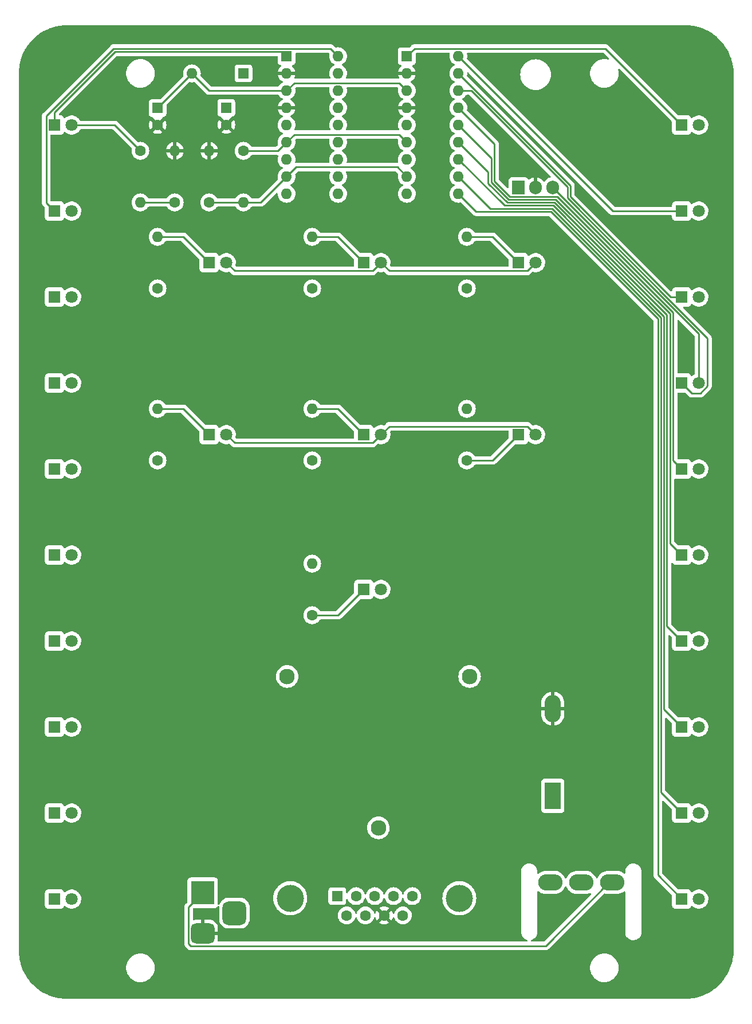
<source format=gbr>
%TF.GenerationSoftware,KiCad,Pcbnew,(6.0.1)*%
%TF.CreationDate,2022-11-23T19:00:34-08:00*%
%TF.ProjectId,AtariJoystickPaddleTester,41746172-694a-46f7-9973-7469636b5061,rev?*%
%TF.SameCoordinates,Original*%
%TF.FileFunction,Copper,L1,Top*%
%TF.FilePolarity,Positive*%
%FSLAX46Y46*%
G04 Gerber Fmt 4.6, Leading zero omitted, Abs format (unit mm)*
G04 Created by KiCad (PCBNEW (6.0.1)) date 2022-11-23 19:00:34*
%MOMM*%
%LPD*%
G01*
G04 APERTURE LIST*
G04 Aperture macros list*
%AMRoundRect*
0 Rectangle with rounded corners*
0 $1 Rounding radius*
0 $2 $3 $4 $5 $6 $7 $8 $9 X,Y pos of 4 corners*
0 Add a 4 corners polygon primitive as box body*
4,1,4,$2,$3,$4,$5,$6,$7,$8,$9,$2,$3,0*
0 Add four circle primitives for the rounded corners*
1,1,$1+$1,$2,$3*
1,1,$1+$1,$4,$5*
1,1,$1+$1,$6,$7*
1,1,$1+$1,$8,$9*
0 Add four rect primitives between the rounded corners*
20,1,$1+$1,$2,$3,$4,$5,0*
20,1,$1+$1,$4,$5,$6,$7,0*
20,1,$1+$1,$6,$7,$8,$9,0*
20,1,$1+$1,$8,$9,$2,$3,0*%
G04 Aperture macros list end*
%TA.AperFunction,ComponentPad*%
%ADD10R,1.600000X1.600000*%
%TD*%
%TA.AperFunction,ComponentPad*%
%ADD11C,1.600000*%
%TD*%
%TA.AperFunction,ComponentPad*%
%ADD12R,1.800000X1.800000*%
%TD*%
%TA.AperFunction,ComponentPad*%
%ADD13C,1.800000*%
%TD*%
%TA.AperFunction,ComponentPad*%
%ADD14O,1.600000X1.600000*%
%TD*%
%TA.AperFunction,ComponentPad*%
%ADD15C,4.000000*%
%TD*%
%TA.AperFunction,ComponentPad*%
%ADD16R,1.905000X2.000000*%
%TD*%
%TA.AperFunction,ComponentPad*%
%ADD17O,1.905000X2.000000*%
%TD*%
%TA.AperFunction,ComponentPad*%
%ADD18O,3.600000X2.400000*%
%TD*%
%TA.AperFunction,ComponentPad*%
%ADD19R,3.500000X3.500000*%
%TD*%
%TA.AperFunction,ComponentPad*%
%ADD20RoundRect,0.750000X1.000000X-0.750000X1.000000X0.750000X-1.000000X0.750000X-1.000000X-0.750000X0*%
%TD*%
%TA.AperFunction,ComponentPad*%
%ADD21RoundRect,0.875000X0.875000X-0.875000X0.875000X0.875000X-0.875000X0.875000X-0.875000X-0.875000X0*%
%TD*%
%TA.AperFunction,WasherPad*%
%ADD22C,2.300000*%
%TD*%
%TA.AperFunction,ComponentPad*%
%ADD23R,2.410000X4.020000*%
%TD*%
%TA.AperFunction,ComponentPad*%
%ADD24O,2.410000X4.020000*%
%TD*%
%TA.AperFunction,ViaPad*%
%ADD25C,0.800000*%
%TD*%
%TA.AperFunction,Conductor*%
%ADD26C,0.250000*%
%TD*%
G04 APERTURE END LIST*
D10*
%TO.P,C1,1*%
%TO.N,+9V*%
X81280000Y-53340000D03*
D11*
%TO.P,C1,2*%
%TO.N,GND*%
X81280000Y-55840000D03*
%TD*%
D12*
%TO.P,D6,1,K*%
%TO.N,Net-(D6-Pad1)*%
X55880000Y-106680000D03*
D13*
%TO.P,D6,2,A*%
%TO.N,9V*%
X58420000Y-106680000D03*
%TD*%
D10*
%TO.P,D28,1,K*%
%TO.N,+9V*%
X83820000Y-48260000D03*
D14*
%TO.P,D28,2,A*%
%TO.N,9V*%
X76200000Y-48260000D03*
%TD*%
D11*
%TO.P,R4,1*%
%TO.N,FIRE*%
X93980000Y-105410000D03*
D14*
%TO.P,R4,2*%
%TO.N,Net-(D14-Pad1)*%
X93980000Y-97790000D03*
%TD*%
D12*
%TO.P,D7,1,K*%
%TO.N,Net-(D7-Pad1)*%
X55880000Y-119380000D03*
D13*
%TO.P,D7,2,A*%
%TO.N,9V*%
X58420000Y-119380000D03*
%TD*%
D12*
%TO.P,D9,1,K*%
%TO.N,Net-(D9-Pad1)*%
X55880000Y-144780000D03*
D13*
%TO.P,D9,2,A*%
%TO.N,9V*%
X58420000Y-144780000D03*
%TD*%
D15*
%TO.P,J1,0*%
%TO.N,N/C*%
X90730000Y-170054669D03*
X115730000Y-170054669D03*
D10*
%TO.P,J1,1,1*%
%TO.N,UP*%
X97690000Y-169754669D03*
D11*
%TO.P,J1,2,2*%
%TO.N,DOWN*%
X100460000Y-169754669D03*
%TO.P,J1,3,3*%
%TO.N,LEFT*%
X103230000Y-169754669D03*
%TO.P,J1,4,4*%
%TO.N,RIGHT*%
X106000000Y-169754669D03*
%TO.P,J1,5,5*%
%TO.N,RIGHT PADDLE & FIRE*%
X108770000Y-169754669D03*
%TO.P,J1,6,6*%
%TO.N,FIRE*%
X99075000Y-172594669D03*
%TO.P,J1,7,7*%
%TO.N,5V*%
X101845000Y-172594669D03*
%TO.P,J1,8,8*%
%TO.N,GND*%
X104615000Y-172594669D03*
%TO.P,J1,9,9*%
%TO.N,LEFT PADDLE & FIRE*%
X107385000Y-172594669D03*
%TD*%
D12*
%TO.P,D3,1,K*%
%TO.N,Net-(D3-Pad1)*%
X55880000Y-68580000D03*
D13*
%TO.P,D3,2,A*%
%TO.N,9V*%
X58420000Y-68580000D03*
%TD*%
D12*
%TO.P,D16,1,K*%
%TO.N,Net-(D16-Pad1)*%
X124460000Y-76200000D03*
D13*
%TO.P,D16,2,A*%
%TO.N,9V*%
X127000000Y-76200000D03*
%TD*%
D11*
%TO.P,R5,1*%
%TO.N,Net-(D15-Pad1)*%
X93980000Y-128270000D03*
D14*
%TO.P,R5,2*%
%TO.N,DOWN*%
X93980000Y-120650000D03*
%TD*%
D12*
%TO.P,D11,1,K*%
%TO.N,Net-(D11-Pad1)*%
X55880000Y-170180000D03*
D13*
%TO.P,D11,2,A*%
%TO.N,9V*%
X58420000Y-170180000D03*
%TD*%
D11*
%TO.P,R7,1*%
%TO.N,Net-(D17-Pad1)*%
X116840000Y-105410000D03*
D14*
%TO.P,R7,2*%
%TO.N,RIGHT*%
X116840000Y-97790000D03*
%TD*%
D12*
%TO.P,D10,1,K*%
%TO.N,Net-(D10-Pad1)*%
X55880000Y-157480000D03*
D13*
%TO.P,D10,2,A*%
%TO.N,9V*%
X58420000Y-157480000D03*
%TD*%
D10*
%TO.P,U3,1,LED1*%
%TO.N,Net-(D18-Pad1)*%
X107960000Y-45720000D03*
D14*
%TO.P,U3,2,V-*%
%TO.N,GND*%
X107960000Y-48260000D03*
%TO.P,U3,3,V+*%
%TO.N,9V*%
X107960000Y-50800000D03*
%TO.P,U3,4,RLO*%
%TO.N,GND*%
X107960000Y-53340000D03*
%TO.P,U3,5,SIG*%
%TO.N,RIGHT PADDLE & FIRE*%
X107960000Y-55880000D03*
%TO.P,U3,6,RHI*%
%TO.N,REF OUT*%
X107960000Y-58420000D03*
%TO.P,U3,7,REFOUT*%
X107960000Y-60960000D03*
%TO.P,U3,8,REFADJ*%
%TO.N,REF ADJ*%
X107960000Y-63500000D03*
%TO.P,U3,9,MODE*%
%TO.N,unconnected-(U3-Pad9)*%
X107960000Y-66040000D03*
%TO.P,U3,10,LED10*%
%TO.N,Net-(D27-Pad1)*%
X115580000Y-66040000D03*
%TO.P,U3,11,LED9*%
%TO.N,Net-(D26-Pad1)*%
X115580000Y-63500000D03*
%TO.P,U3,12,LED8*%
%TO.N,Net-(D25-Pad1)*%
X115580000Y-60960000D03*
%TO.P,U3,13,LED7*%
%TO.N,Net-(D24-Pad1)*%
X115580000Y-58420000D03*
%TO.P,U3,14,LED6*%
%TO.N,Net-(D23-Pad1)*%
X115580000Y-55880000D03*
%TO.P,U3,15,LED5*%
%TO.N,Net-(D22-Pad1)*%
X115580000Y-53340000D03*
%TO.P,U3,16,LED4*%
%TO.N,Net-(D21-Pad1)*%
X115580000Y-50800000D03*
%TO.P,U3,17,LED3*%
%TO.N,Net-(D20-Pad1)*%
X115580000Y-48260000D03*
%TO.P,U3,18,LED2*%
%TO.N,Net-(D19-Pad1)*%
X115580000Y-45720000D03*
%TD*%
D12*
%TO.P,D23,1,K*%
%TO.N,Net-(D23-Pad1)*%
X148590000Y-119380000D03*
D13*
%TO.P,D23,2,A*%
%TO.N,9V*%
X151130000Y-119380000D03*
%TD*%
D10*
%TO.P,C2,1*%
%TO.N,9V*%
X71120000Y-53380000D03*
D11*
%TO.P,C2,2*%
%TO.N,GND*%
X71120000Y-55880000D03*
%TD*%
D12*
%TO.P,D13,1,K*%
%TO.N,Net-(D13-Pad1)*%
X78740000Y-76200000D03*
D13*
%TO.P,D13,2,A*%
%TO.N,9V*%
X81280000Y-76200000D03*
%TD*%
D12*
%TO.P,D21,1,K*%
%TO.N,Net-(D21-Pad1)*%
X148590000Y-93980000D03*
D13*
%TO.P,D21,2,A*%
%TO.N,9V*%
X151130000Y-93980000D03*
%TD*%
D12*
%TO.P,D17,1,K*%
%TO.N,Net-(D17-Pad1)*%
X124460000Y-101600000D03*
D13*
%TO.P,D17,2,A*%
%TO.N,9V*%
X127000000Y-101600000D03*
%TD*%
D16*
%TO.P,U1,1,VI*%
%TO.N,+9V*%
X124460000Y-65100000D03*
D17*
%TO.P,U1,2,GND*%
%TO.N,GND*%
X127000000Y-65100000D03*
%TO.P,U1,3,VO*%
%TO.N,9V*%
X129540000Y-65100000D03*
%TD*%
D12*
%TO.P,D4,1,K*%
%TO.N,Net-(D4-Pad1)*%
X55880000Y-81280000D03*
D13*
%TO.P,D4,2,A*%
%TO.N,9V*%
X58420000Y-81280000D03*
%TD*%
D11*
%TO.P,R6,1*%
%TO.N,RIGHT PADDLE & FIRE*%
X116840000Y-80010000D03*
D14*
%TO.P,R6,2*%
%TO.N,Net-(D16-Pad1)*%
X116840000Y-72390000D03*
%TD*%
D12*
%TO.P,D26,1,K*%
%TO.N,Net-(D26-Pad1)*%
X148590000Y-157480000D03*
D13*
%TO.P,D26,2,A*%
%TO.N,9V*%
X151130000Y-157480000D03*
%TD*%
D12*
%TO.P,D1,1,K*%
%TO.N,Net-(D1-Pad1)*%
X101600000Y-76200000D03*
D13*
%TO.P,D1,2,A*%
%TO.N,9V*%
X104140000Y-76200000D03*
%TD*%
D11*
%TO.P,R11,1*%
%TO.N,REF ADJ*%
X78740000Y-67310000D03*
D14*
%TO.P,R11,2*%
%TO.N,GND*%
X78740000Y-59690000D03*
%TD*%
D12*
%TO.P,D25,1,K*%
%TO.N,Net-(D25-Pad1)*%
X148590000Y-144780000D03*
D13*
%TO.P,D25,2,A*%
%TO.N,9V*%
X151130000Y-144780000D03*
%TD*%
D12*
%TO.P,D20,1,K*%
%TO.N,Net-(D20-Pad1)*%
X148590000Y-81280000D03*
D13*
%TO.P,D20,2,A*%
%TO.N,9V*%
X151130000Y-81280000D03*
%TD*%
D12*
%TO.P,D2,1,K*%
%TO.N,Net-(D2-Pad1)*%
X55880000Y-55880000D03*
D13*
%TO.P,D2,2,A*%
%TO.N,9V*%
X58420000Y-55880000D03*
%TD*%
D12*
%TO.P,D27,1,K*%
%TO.N,Net-(D27-Pad1)*%
X148590000Y-170180000D03*
D13*
%TO.P,D27,2,A*%
%TO.N,9V*%
X151130000Y-170180000D03*
%TD*%
D10*
%TO.P,U2,1,LED1*%
%TO.N,Net-(D2-Pad1)*%
X90180000Y-45720000D03*
D14*
%TO.P,U2,2,V-*%
%TO.N,GND*%
X90180000Y-48260000D03*
%TO.P,U2,3,V+*%
%TO.N,9V*%
X90180000Y-50800000D03*
%TO.P,U2,4,RLO*%
%TO.N,GND*%
X90180000Y-53340000D03*
%TO.P,U2,5,SIG*%
%TO.N,LEFT PADDLE & FIRE*%
X90180000Y-55880000D03*
%TO.P,U2,6,RHI*%
%TO.N,REF OUT*%
X90180000Y-58420000D03*
%TO.P,U2,7,REFOUT*%
X90180000Y-60960000D03*
%TO.P,U2,8,REFADJ*%
%TO.N,REF ADJ*%
X90180000Y-63500000D03*
%TO.P,U2,9,MODE*%
%TO.N,unconnected-(U2-Pad9)*%
X90180000Y-66040000D03*
%TO.P,U2,10,LED10*%
%TO.N,Net-(D11-Pad1)*%
X97800000Y-66040000D03*
%TO.P,U2,11,LED9*%
%TO.N,Net-(D10-Pad1)*%
X97800000Y-63500000D03*
%TO.P,U2,12,LED8*%
%TO.N,Net-(D9-Pad1)*%
X97800000Y-60960000D03*
%TO.P,U2,13,LED7*%
%TO.N,Net-(D8-Pad1)*%
X97800000Y-58420000D03*
%TO.P,U2,14,LED6*%
%TO.N,Net-(D7-Pad1)*%
X97800000Y-55880000D03*
%TO.P,U2,15,LED5*%
%TO.N,Net-(D6-Pad1)*%
X97800000Y-53340000D03*
%TO.P,U2,16,LED4*%
%TO.N,Net-(D5-Pad1)*%
X97800000Y-50800000D03*
%TO.P,U2,17,LED3*%
%TO.N,Net-(D4-Pad1)*%
X97800000Y-48260000D03*
%TO.P,U2,18,LED2*%
%TO.N,Net-(D3-Pad1)*%
X97800000Y-45720000D03*
%TD*%
D12*
%TO.P,D15,1,K*%
%TO.N,Net-(D15-Pad1)*%
X101600000Y-124460000D03*
D13*
%TO.P,D15,2,A*%
%TO.N,9V*%
X104140000Y-124460000D03*
%TD*%
D12*
%TO.P,D5,1,K*%
%TO.N,Net-(D5-Pad1)*%
X55880000Y-93980000D03*
D13*
%TO.P,D5,2,A*%
%TO.N,9V*%
X58420000Y-93980000D03*
%TD*%
D12*
%TO.P,D19,1,K*%
%TO.N,Net-(D19-Pad1)*%
X148590000Y-68580000D03*
D13*
%TO.P,D19,2,A*%
%TO.N,9V*%
X151130000Y-68580000D03*
%TD*%
D11*
%TO.P,R9,1*%
%TO.N,5V*%
X73660000Y-67310000D03*
D14*
%TO.P,R9,2*%
%TO.N,GND*%
X73660000Y-59690000D03*
%TD*%
D11*
%TO.P,R1,1*%
%TO.N,UP*%
X93980000Y-80010000D03*
D14*
%TO.P,R1,2*%
%TO.N,Net-(D1-Pad1)*%
X93980000Y-72390000D03*
%TD*%
D12*
%TO.P,D22,1,K*%
%TO.N,Net-(D22-Pad1)*%
X148590000Y-106680000D03*
D13*
%TO.P,D22,2,A*%
%TO.N,9V*%
X151130000Y-106680000D03*
%TD*%
D11*
%TO.P,R3,1*%
%TO.N,LEFT PADDLE & FIRE*%
X71120000Y-80010000D03*
D14*
%TO.P,R3,2*%
%TO.N,Net-(D13-Pad1)*%
X71120000Y-72390000D03*
%TD*%
D12*
%TO.P,D18,1,K*%
%TO.N,Net-(D18-Pad1)*%
X148590000Y-55880000D03*
D13*
%TO.P,D18,2,A*%
%TO.N,9V*%
X151130000Y-55880000D03*
%TD*%
D18*
%TO.P,SW1,1*%
%TO.N,+9V*%
X133754000Y-167729000D03*
%TO.P,SW1,2*%
%TO.N,Net-(BT1-Pad1)*%
X138354000Y-167729000D03*
%TO.P,SW1,3*%
%TO.N,N/C*%
X129154000Y-167729000D03*
%TD*%
D19*
%TO.P,J2,1*%
%TO.N,Net-(BT1-Pad1)*%
X77782500Y-169260000D03*
D20*
%TO.P,J2,2*%
%TO.N,GND*%
X77782500Y-175260000D03*
D21*
%TO.P,J2,3*%
%TO.N,N/C*%
X82482500Y-172260000D03*
%TD*%
D11*
%TO.P,R10,1*%
%TO.N,REF OUT*%
X83820000Y-59690000D03*
D14*
%TO.P,R10,2*%
%TO.N,REF ADJ*%
X83820000Y-67310000D03*
%TD*%
D11*
%TO.P,R8,1*%
%TO.N,9V*%
X68580000Y-59690000D03*
D14*
%TO.P,R8,2*%
%TO.N,5V*%
X68580000Y-67310000D03*
%TD*%
D12*
%TO.P,D24,1,K*%
%TO.N,Net-(D24-Pad1)*%
X148590000Y-132080000D03*
D13*
%TO.P,D24,2,A*%
%TO.N,9V*%
X151130000Y-132080000D03*
%TD*%
D22*
%TO.P,BT1,*%
%TO.N,*%
X117250000Y-137320000D03*
X103760000Y-159670000D03*
X90280000Y-137320000D03*
D23*
%TO.P,BT1,1,+*%
%TO.N,Net-(BT1-Pad1)*%
X129540000Y-154940000D03*
D24*
%TO.P,BT1,2,-*%
%TO.N,GND*%
X129540000Y-142060000D03*
%TD*%
D12*
%TO.P,D8,1,K*%
%TO.N,Net-(D8-Pad1)*%
X55880000Y-132080000D03*
D13*
%TO.P,D8,2,A*%
%TO.N,9V*%
X58420000Y-132080000D03*
%TD*%
D12*
%TO.P,D14,1,K*%
%TO.N,Net-(D14-Pad1)*%
X101600000Y-101600000D03*
D13*
%TO.P,D14,2,A*%
%TO.N,9V*%
X104140000Y-101600000D03*
%TD*%
D12*
%TO.P,D12,1,K*%
%TO.N,Net-(D12-Pad1)*%
X78740000Y-101600000D03*
D13*
%TO.P,D12,2,A*%
%TO.N,9V*%
X81280000Y-101600000D03*
%TD*%
D11*
%TO.P,R2,1*%
%TO.N,LEFT*%
X71120000Y-105410000D03*
D14*
%TO.P,R2,2*%
%TO.N,Net-(D12-Pad1)*%
X71120000Y-97790000D03*
%TD*%
D25*
%TO.N,GND*%
X129032000Y-173990000D03*
X93980000Y-173736000D03*
X95504000Y-45720000D03*
X55372000Y-74676000D03*
X102616000Y-141224000D03*
X111760000Y-80772000D03*
X80772000Y-159512000D03*
X64516000Y-51308000D03*
X112268000Y-137668000D03*
X148844000Y-90932000D03*
X54864000Y-100076000D03*
X53848000Y-138176000D03*
X53848000Y-163576000D03*
X56388000Y-65532000D03*
X93980000Y-59436000D03*
X55372000Y-87376000D03*
X53848000Y-125476000D03*
X54356000Y-112776000D03*
X103632000Y-59436000D03*
X53848000Y-150876000D03*
%TD*%
D26*
%TO.N,9V*%
X102915489Y-77424511D02*
X82504511Y-77424511D01*
X129540000Y-65147500D02*
X151130000Y-86737500D01*
X64770000Y-55880000D02*
X68580000Y-59690000D01*
X151130000Y-86737500D02*
X151130000Y-93980000D01*
X58420000Y-55880000D02*
X64770000Y-55880000D01*
X104140000Y-76200000D02*
X102915489Y-77424511D01*
X71120000Y-53380000D02*
X71120000Y-53340000D01*
X90180000Y-50800000D02*
X78740000Y-50800000D01*
X91304511Y-49675489D02*
X106835489Y-49675489D01*
X104140000Y-76200000D02*
X105364511Y-77424511D01*
X105364511Y-100375489D02*
X125775489Y-100375489D01*
X104140000Y-101600000D02*
X105364511Y-100375489D01*
X78740000Y-50800000D02*
X76200000Y-48260000D01*
X82504511Y-77424511D02*
X81280000Y-76200000D01*
X125775489Y-77424511D02*
X127000000Y-76200000D01*
X90180000Y-50800000D02*
X91304511Y-49675489D01*
X81280000Y-101600000D02*
X82504511Y-102824511D01*
X71120000Y-53340000D02*
X76200000Y-48260000D01*
X105364511Y-77424511D02*
X125775489Y-77424511D01*
X102915489Y-102824511D02*
X104140000Y-101600000D01*
X106835489Y-49675489D02*
X107960000Y-50800000D01*
X129540000Y-65100000D02*
X129540000Y-65147500D01*
X125775489Y-100375489D02*
X127000000Y-101600000D01*
X82504511Y-102824511D02*
X102915489Y-102824511D01*
%TO.N,Net-(D1-Pad1)*%
X97790000Y-72390000D02*
X101600000Y-76200000D01*
X93980000Y-72390000D02*
X97790000Y-72390000D01*
%TO.N,Net-(D2-Pad1)*%
X64810709Y-45045009D02*
X89505009Y-45045009D01*
X55880000Y-53975718D02*
X64810709Y-45045009D01*
X55880000Y-55880000D02*
X55880000Y-53975718D01*
X89505009Y-45045009D02*
X90180000Y-45720000D01*
%TO.N,Net-(D3-Pad1)*%
X54655489Y-67355489D02*
X55880000Y-68580000D01*
X97800000Y-45720000D02*
X96675489Y-44595489D01*
X64624511Y-44595489D02*
X54655489Y-54564511D01*
X54655489Y-54564511D02*
X54655489Y-67355489D01*
X96675489Y-44595489D02*
X64624511Y-44595489D01*
%TO.N,Net-(D12-Pad1)*%
X74930000Y-97790000D02*
X78740000Y-101600000D01*
X71120000Y-97790000D02*
X74930000Y-97790000D01*
%TO.N,Net-(D13-Pad1)*%
X71120000Y-72390000D02*
X74930000Y-72390000D01*
X74930000Y-72390000D02*
X78740000Y-76200000D01*
%TO.N,Net-(D14-Pad1)*%
X97790000Y-97790000D02*
X101600000Y-101600000D01*
X93980000Y-97790000D02*
X97790000Y-97790000D01*
%TO.N,Net-(D15-Pad1)*%
X93980000Y-128270000D02*
X97790000Y-128270000D01*
X97790000Y-128270000D02*
X101600000Y-124460000D01*
%TO.N,Net-(D16-Pad1)*%
X116840000Y-72390000D02*
X120650000Y-72390000D01*
X120650000Y-72390000D02*
X124460000Y-76200000D01*
%TO.N,Net-(D17-Pad1)*%
X120650000Y-105410000D02*
X124460000Y-101600000D01*
X116840000Y-105410000D02*
X120650000Y-105410000D01*
%TO.N,Net-(D18-Pad1)*%
X107960000Y-45720000D02*
X109084511Y-44595489D01*
X137305489Y-44595489D02*
X148590000Y-55880000D01*
X109084511Y-44595489D02*
X137305489Y-44595489D01*
%TO.N,Net-(D19-Pad1)*%
X138440000Y-68580000D02*
X148590000Y-68580000D01*
X115580000Y-45720000D02*
X138440000Y-68580000D01*
%TO.N,Net-(D20-Pad1)*%
X148590000Y-81270000D02*
X148590000Y-81280000D01*
X146943936Y-81280000D02*
X132150629Y-66486693D01*
X115580000Y-48260000D02*
X132150629Y-64830629D01*
X148590000Y-81280000D02*
X146943936Y-81280000D01*
X132150629Y-66486693D02*
X132150629Y-64830629D01*
%TO.N,Net-(D21-Pad1)*%
X152400000Y-87371783D02*
X147320000Y-82291782D01*
X147320000Y-82291782D02*
X131701109Y-66672891D01*
X150114000Y-95504000D02*
X151337721Y-95504000D01*
X117484282Y-50800000D02*
X115580000Y-50800000D01*
X152400000Y-94441721D02*
X152400000Y-87371783D01*
X131701109Y-66672891D02*
X131701109Y-65016827D01*
X151337721Y-95504000D02*
X152400000Y-94441721D01*
X131701109Y-65016827D02*
X117484282Y-50800000D01*
X148590000Y-93980000D02*
X150114000Y-95504000D01*
%TO.N,Net-(D22-Pad1)*%
X120904000Y-58664000D02*
X115580000Y-53340000D01*
X123182998Y-66424520D02*
X120904000Y-64145522D01*
X148590000Y-106680000D02*
X147320000Y-105410000D01*
X147320000Y-83563218D02*
X130181302Y-66424520D01*
X147320000Y-105410000D02*
X147320000Y-83563218D01*
X120904000Y-64145522D02*
X120904000Y-58664000D01*
X130181302Y-66424520D02*
X123182998Y-66424520D01*
%TO.N,Net-(D23-Pad1)*%
X146870480Y-117660480D02*
X148590000Y-119380000D01*
X115580000Y-55880000D02*
X120454480Y-60754480D01*
X120454480Y-60754480D02*
X120454480Y-64331720D01*
X146870480Y-83749416D02*
X146870480Y-117660480D01*
X129995104Y-66874040D02*
X146870480Y-83749416D01*
X122996800Y-66874040D02*
X129995104Y-66874040D01*
X120454480Y-64331720D02*
X122996800Y-66874040D01*
%TO.N,Net-(D24-Pad1)*%
X115580000Y-58420000D02*
X120004960Y-62844960D01*
X120004960Y-62844960D02*
X120004960Y-64517917D01*
X129808906Y-67323560D02*
X146420960Y-83935614D01*
X146420960Y-129910960D02*
X148590000Y-132080000D01*
X122810603Y-67323560D02*
X129808906Y-67323560D01*
X146420960Y-83935614D02*
X146420960Y-129910960D01*
X120004960Y-64517917D02*
X122810603Y-67323560D01*
%TO.N,Net-(D25-Pad1)*%
X145971440Y-84121812D02*
X145971440Y-142161440D01*
X115580000Y-60960000D02*
X122393080Y-67773080D01*
X145971440Y-142161440D02*
X148590000Y-144780000D01*
X122393080Y-67773080D02*
X129622708Y-67773080D01*
X129622708Y-67773080D02*
X145971440Y-84121812D01*
%TO.N,Net-(D26-Pad1)*%
X129436510Y-68222600D02*
X145521920Y-84308010D01*
X120302600Y-68222600D02*
X129436510Y-68222600D01*
X115580000Y-63500000D02*
X120302600Y-68222600D01*
X145521920Y-84308010D02*
X145521920Y-154411920D01*
X145521920Y-154411920D02*
X148590000Y-157480000D01*
%TO.N,Net-(D27-Pad1)*%
X129250312Y-68672120D02*
X145072400Y-84494208D01*
X145072400Y-84494208D02*
X145072400Y-166662400D01*
X118212120Y-68672120D02*
X129250312Y-68672120D01*
X145072400Y-166662400D02*
X148590000Y-170180000D01*
X115580000Y-66040000D02*
X118212120Y-68672120D01*
%TO.N,5V*%
X68580000Y-67310000D02*
X73660000Y-67310000D01*
%TO.N,Net-(BT1-Pad1)*%
X137843000Y-167729000D02*
X128487480Y-177084520D01*
X77782500Y-169260000D02*
X75707980Y-171334520D01*
X75992520Y-177084520D02*
X128487480Y-177084520D01*
X75707980Y-176799980D02*
X75992520Y-177084520D01*
X75707980Y-171334520D02*
X75707980Y-176799980D01*
X138354000Y-167729000D02*
X137843000Y-167729000D01*
%TO.N,REF OUT*%
X91304511Y-57295489D02*
X106835489Y-57295489D01*
X88910000Y-59690000D02*
X90180000Y-58420000D01*
X90180000Y-58420000D02*
X91304511Y-57295489D01*
X106835489Y-57295489D02*
X107960000Y-58420000D01*
X83820000Y-59690000D02*
X88910000Y-59690000D01*
%TO.N,REF ADJ*%
X91595489Y-62084511D02*
X106544511Y-62084511D01*
X83820000Y-67310000D02*
X86370000Y-67310000D01*
X78740000Y-67310000D02*
X83820000Y-67310000D01*
X106544511Y-62084511D02*
X107960000Y-63500000D01*
X90180000Y-63500000D02*
X91595489Y-62084511D01*
X86370000Y-67310000D02*
X90180000Y-63500000D01*
%TD*%
%TA.AperFunction,Conductor*%
%TO.N,GND*%
G36*
X149122211Y-41149500D02*
G01*
X149137013Y-41151805D01*
X149137015Y-41151805D01*
X149145884Y-41153186D01*
X149154786Y-41152022D01*
X149154789Y-41152022D01*
X149168009Y-41150294D01*
X149188839Y-41149311D01*
X149655025Y-41165960D01*
X149663997Y-41166602D01*
X150159822Y-41219909D01*
X150168725Y-41221189D01*
X150414107Y-41265460D01*
X150659493Y-41309733D01*
X150668277Y-41311644D01*
X151151480Y-41434974D01*
X151160101Y-41437506D01*
X151285655Y-41479294D01*
X151633272Y-41594992D01*
X151641699Y-41598135D01*
X152102433Y-41788977D01*
X152110615Y-41792714D01*
X152427512Y-41951341D01*
X152556544Y-42015930D01*
X152564438Y-42020240D01*
X152993322Y-42274709D01*
X153000889Y-42279572D01*
X153410522Y-42563985D01*
X153417722Y-42569375D01*
X153806016Y-42882282D01*
X153812814Y-42888172D01*
X154177804Y-43227990D01*
X154184164Y-43234350D01*
X154523982Y-43599340D01*
X154529872Y-43606138D01*
X154842779Y-43994432D01*
X154848169Y-44001632D01*
X155132582Y-44411265D01*
X155137445Y-44418832D01*
X155216076Y-44551358D01*
X155369349Y-44809684D01*
X155391914Y-44847716D01*
X155396221Y-44855605D01*
X155406280Y-44875700D01*
X155619440Y-45301539D01*
X155623177Y-45309721D01*
X155814019Y-45770455D01*
X155817162Y-45778882D01*
X155912662Y-46065813D01*
X155965454Y-46224426D01*
X155974647Y-46252048D01*
X155977180Y-46260674D01*
X156095998Y-46726198D01*
X156100510Y-46743875D01*
X156102421Y-46752661D01*
X156117613Y-46836864D01*
X156190965Y-47243429D01*
X156192245Y-47252332D01*
X156245552Y-47748157D01*
X156246194Y-47757129D01*
X156262575Y-48215801D01*
X156261155Y-48239680D01*
X156260466Y-48244110D01*
X156258968Y-48253730D01*
X156260132Y-48262632D01*
X156260132Y-48262635D01*
X156263090Y-48285251D01*
X156264154Y-48301589D01*
X156264154Y-177750672D01*
X156262654Y-177770056D01*
X156258968Y-177793730D01*
X156260132Y-177802632D01*
X156260132Y-177802635D01*
X156261860Y-177815855D01*
X156262843Y-177836685D01*
X156246194Y-178302871D01*
X156245552Y-178311843D01*
X156192245Y-178807668D01*
X156190965Y-178816571D01*
X156137590Y-179112414D01*
X156102422Y-179307336D01*
X156100510Y-179316123D01*
X156016579Y-179644964D01*
X155977181Y-179799322D01*
X155974647Y-179807952D01*
X155817162Y-180281118D01*
X155814019Y-180289545D01*
X155623177Y-180750279D01*
X155619440Y-180758461D01*
X155507832Y-180981425D01*
X155468586Y-181059830D01*
X155396224Y-181204390D01*
X155391916Y-181212280D01*
X155337993Y-181303163D01*
X155137445Y-181641168D01*
X155132582Y-181648735D01*
X154848169Y-182058368D01*
X154842779Y-182065568D01*
X154599035Y-182368036D01*
X154534349Y-182448307D01*
X154529872Y-182453862D01*
X154523982Y-182460660D01*
X154184164Y-182825650D01*
X154177804Y-182832010D01*
X153812814Y-183171828D01*
X153806016Y-183177718D01*
X153417722Y-183490625D01*
X153410522Y-183496015D01*
X153000889Y-183780428D01*
X152993322Y-183785291D01*
X152564438Y-184039760D01*
X152556549Y-184044067D01*
X152333579Y-184155678D01*
X152110615Y-184267286D01*
X152102433Y-184271023D01*
X151641699Y-184461865D01*
X151633272Y-184465008D01*
X151285655Y-184580706D01*
X151160101Y-184622494D01*
X151151480Y-184625026D01*
X150668279Y-184748356D01*
X150659493Y-184750267D01*
X150414108Y-184794539D01*
X150168725Y-184838811D01*
X150159822Y-184840091D01*
X149663997Y-184893398D01*
X149655025Y-184894040D01*
X149196353Y-184910421D01*
X149172474Y-184909001D01*
X149168044Y-184908312D01*
X149158424Y-184906814D01*
X149149522Y-184907978D01*
X149149519Y-184907978D01*
X149130841Y-184910421D01*
X149127561Y-184910850D01*
X149126903Y-184910936D01*
X149110565Y-184912000D01*
X57761482Y-184912000D01*
X57742097Y-184910500D01*
X57727295Y-184908195D01*
X57727293Y-184908195D01*
X57718424Y-184906814D01*
X57709522Y-184907978D01*
X57709519Y-184907978D01*
X57696299Y-184909706D01*
X57675469Y-184910689D01*
X57209283Y-184894040D01*
X57200311Y-184893398D01*
X56704486Y-184840091D01*
X56695583Y-184838811D01*
X56450200Y-184794539D01*
X56204815Y-184750267D01*
X56196029Y-184748356D01*
X55712828Y-184625026D01*
X55704207Y-184622494D01*
X55578653Y-184580706D01*
X55231036Y-184465008D01*
X55222609Y-184461865D01*
X54761875Y-184271023D01*
X54753693Y-184267286D01*
X54530729Y-184155678D01*
X54307759Y-184044067D01*
X54299870Y-184039760D01*
X53870986Y-183785291D01*
X53863419Y-183780428D01*
X53453786Y-183496015D01*
X53446586Y-183490625D01*
X53058292Y-183177718D01*
X53051494Y-183171828D01*
X52686504Y-182832010D01*
X52680144Y-182825650D01*
X52340326Y-182460660D01*
X52334436Y-182453862D01*
X52329960Y-182448307D01*
X52265273Y-182368036D01*
X52021529Y-182065568D01*
X52016139Y-182058368D01*
X51731726Y-181648735D01*
X51726863Y-181641168D01*
X51526315Y-181303163D01*
X51472392Y-181212280D01*
X51468084Y-181204390D01*
X51395723Y-181059830D01*
X51356476Y-180981425D01*
X51244868Y-180758461D01*
X51241131Y-180750279D01*
X51126155Y-180472703D01*
X66470743Y-180472703D01*
X66508268Y-180757734D01*
X66584129Y-181035036D01*
X66585813Y-181038984D01*
X66658084Y-181208419D01*
X66696923Y-181299476D01*
X66844561Y-181546161D01*
X67024313Y-181770528D01*
X67232851Y-181968423D01*
X67466317Y-182136186D01*
X67470112Y-182138195D01*
X67470113Y-182138196D01*
X67491869Y-182149715D01*
X67720392Y-182270712D01*
X67990373Y-182369511D01*
X68271264Y-182430755D01*
X68299841Y-182433004D01*
X68494282Y-182448307D01*
X68494291Y-182448307D01*
X68496739Y-182448500D01*
X68652271Y-182448500D01*
X68654407Y-182448354D01*
X68654418Y-182448354D01*
X68862548Y-182434165D01*
X68862554Y-182434164D01*
X68866825Y-182433873D01*
X68871020Y-182433004D01*
X68871022Y-182433004D01*
X69007583Y-182404724D01*
X69148342Y-182375574D01*
X69419343Y-182279607D01*
X69674812Y-182147750D01*
X69678313Y-182145289D01*
X69678317Y-182145287D01*
X69848554Y-182025642D01*
X69910023Y-181982441D01*
X70120622Y-181786740D01*
X70302713Y-181564268D01*
X70452927Y-181319142D01*
X70568483Y-181055898D01*
X70647244Y-180779406D01*
X70687751Y-180494784D01*
X70687845Y-180476951D01*
X70687867Y-180472703D01*
X135050743Y-180472703D01*
X135088268Y-180757734D01*
X135164129Y-181035036D01*
X135165813Y-181038984D01*
X135238084Y-181208419D01*
X135276923Y-181299476D01*
X135424561Y-181546161D01*
X135604313Y-181770528D01*
X135812851Y-181968423D01*
X136046317Y-182136186D01*
X136050112Y-182138195D01*
X136050113Y-182138196D01*
X136071869Y-182149715D01*
X136300392Y-182270712D01*
X136570373Y-182369511D01*
X136851264Y-182430755D01*
X136879841Y-182433004D01*
X137074282Y-182448307D01*
X137074291Y-182448307D01*
X137076739Y-182448500D01*
X137232271Y-182448500D01*
X137234407Y-182448354D01*
X137234418Y-182448354D01*
X137442548Y-182434165D01*
X137442554Y-182434164D01*
X137446825Y-182433873D01*
X137451020Y-182433004D01*
X137451022Y-182433004D01*
X137587583Y-182404724D01*
X137728342Y-182375574D01*
X137999343Y-182279607D01*
X138254812Y-182147750D01*
X138258313Y-182145289D01*
X138258317Y-182145287D01*
X138428554Y-182025642D01*
X138490023Y-181982441D01*
X138700622Y-181786740D01*
X138882713Y-181564268D01*
X139032927Y-181319142D01*
X139148483Y-181055898D01*
X139227244Y-180779406D01*
X139267751Y-180494784D01*
X139267845Y-180476951D01*
X139269235Y-180211583D01*
X139269235Y-180211576D01*
X139269257Y-180207297D01*
X139231732Y-179922266D01*
X139155871Y-179644964D01*
X139043077Y-179380524D01*
X138895439Y-179133839D01*
X138715687Y-178909472D01*
X138507149Y-178711577D01*
X138273683Y-178543814D01*
X138251843Y-178532250D01*
X138228654Y-178519972D01*
X138019608Y-178409288D01*
X137749627Y-178310489D01*
X137468736Y-178249245D01*
X137437685Y-178246801D01*
X137245718Y-178231693D01*
X137245709Y-178231693D01*
X137243261Y-178231500D01*
X137087729Y-178231500D01*
X137085593Y-178231646D01*
X137085582Y-178231646D01*
X136877452Y-178245835D01*
X136877446Y-178245836D01*
X136873175Y-178246127D01*
X136868980Y-178246996D01*
X136868978Y-178246996D01*
X136732417Y-178275276D01*
X136591658Y-178304426D01*
X136320657Y-178400393D01*
X136065188Y-178532250D01*
X136061687Y-178534711D01*
X136061683Y-178534713D01*
X136051594Y-178541804D01*
X135829977Y-178697559D01*
X135619378Y-178893260D01*
X135437287Y-179115732D01*
X135287073Y-179360858D01*
X135171517Y-179624102D01*
X135092756Y-179900594D01*
X135052249Y-180185216D01*
X135052227Y-180189505D01*
X135052226Y-180189512D01*
X135051724Y-180285389D01*
X135050743Y-180472703D01*
X70687867Y-180472703D01*
X70689235Y-180211583D01*
X70689235Y-180211576D01*
X70689257Y-180207297D01*
X70651732Y-179922266D01*
X70575871Y-179644964D01*
X70463077Y-179380524D01*
X70315439Y-179133839D01*
X70135687Y-178909472D01*
X69927149Y-178711577D01*
X69693683Y-178543814D01*
X69671843Y-178532250D01*
X69648654Y-178519972D01*
X69439608Y-178409288D01*
X69169627Y-178310489D01*
X68888736Y-178249245D01*
X68857685Y-178246801D01*
X68665718Y-178231693D01*
X68665709Y-178231693D01*
X68663261Y-178231500D01*
X68507729Y-178231500D01*
X68505593Y-178231646D01*
X68505582Y-178231646D01*
X68297452Y-178245835D01*
X68297446Y-178245836D01*
X68293175Y-178246127D01*
X68288980Y-178246996D01*
X68288978Y-178246996D01*
X68152417Y-178275276D01*
X68011658Y-178304426D01*
X67740657Y-178400393D01*
X67485188Y-178532250D01*
X67481687Y-178534711D01*
X67481683Y-178534713D01*
X67471594Y-178541804D01*
X67249977Y-178697559D01*
X67039378Y-178893260D01*
X66857287Y-179115732D01*
X66707073Y-179360858D01*
X66591517Y-179624102D01*
X66512756Y-179900594D01*
X66472249Y-180185216D01*
X66472227Y-180189505D01*
X66472226Y-180189512D01*
X66471724Y-180285389D01*
X66470743Y-180472703D01*
X51126155Y-180472703D01*
X51050289Y-180289545D01*
X51047146Y-180281118D01*
X50889661Y-179807952D01*
X50887127Y-179799322D01*
X50847730Y-179644964D01*
X50763798Y-179316123D01*
X50761886Y-179307336D01*
X50726719Y-179112414D01*
X50673343Y-178816571D01*
X50672063Y-178807668D01*
X50618756Y-178311843D01*
X50618114Y-178302871D01*
X50601733Y-177844199D01*
X50603153Y-177820320D01*
X50603958Y-177815146D01*
X50605340Y-177806270D01*
X50603701Y-177793730D01*
X50601218Y-177774749D01*
X50600154Y-177758411D01*
X50600154Y-171128134D01*
X54471500Y-171128134D01*
X54478255Y-171190316D01*
X54529385Y-171326705D01*
X54616739Y-171443261D01*
X54733295Y-171530615D01*
X54869684Y-171581745D01*
X54931866Y-171588500D01*
X56828134Y-171588500D01*
X56890316Y-171581745D01*
X57026705Y-171530615D01*
X57143261Y-171443261D01*
X57230615Y-171326705D01*
X57255180Y-171261178D01*
X57297822Y-171204414D01*
X57364383Y-171179714D01*
X57433732Y-171194921D01*
X57453647Y-171208464D01*
X57518074Y-171261952D01*
X57609349Y-171337730D01*
X57809322Y-171454584D01*
X57814147Y-171456426D01*
X57814148Y-171456427D01*
X57833370Y-171463767D01*
X58025694Y-171537209D01*
X58030760Y-171538240D01*
X58030761Y-171538240D01*
X58083846Y-171549040D01*
X58252656Y-171583385D01*
X58382089Y-171588131D01*
X58478949Y-171591683D01*
X58478953Y-171591683D01*
X58484113Y-171591872D01*
X58489233Y-171591216D01*
X58489235Y-171591216D01*
X58569036Y-171580993D01*
X58713847Y-171562442D01*
X58718795Y-171560957D01*
X58718802Y-171560956D01*
X58930747Y-171497369D01*
X58935690Y-171495886D01*
X58940324Y-171493616D01*
X59139049Y-171396262D01*
X59139052Y-171396260D01*
X59143684Y-171393991D01*
X59255179Y-171314463D01*
X75069760Y-171314463D01*
X75070506Y-171322355D01*
X75073921Y-171358481D01*
X75074480Y-171370339D01*
X75074480Y-176721213D01*
X75073953Y-176732396D01*
X75072278Y-176739889D01*
X75072527Y-176747815D01*
X75072527Y-176747816D01*
X75074418Y-176807966D01*
X75074480Y-176811925D01*
X75074480Y-176839836D01*
X75074977Y-176843770D01*
X75074977Y-176843771D01*
X75074985Y-176843836D01*
X75075918Y-176855673D01*
X75077307Y-176899869D01*
X75082958Y-176919319D01*
X75086967Y-176938680D01*
X75089506Y-176958777D01*
X75092425Y-176966148D01*
X75092425Y-176966150D01*
X75105784Y-176999892D01*
X75109629Y-177011122D01*
X75121962Y-177053573D01*
X75125995Y-177060392D01*
X75125997Y-177060397D01*
X75132273Y-177071008D01*
X75140968Y-177088756D01*
X75148428Y-177107597D01*
X75153090Y-177114013D01*
X75153090Y-177114014D01*
X75174416Y-177143367D01*
X75180932Y-177153287D01*
X75203438Y-177191342D01*
X75217759Y-177205663D01*
X75230599Y-177220696D01*
X75242508Y-177237087D01*
X75248614Y-177242138D01*
X75276585Y-177265278D01*
X75285364Y-177273268D01*
X75488863Y-177476767D01*
X75496407Y-177485057D01*
X75500520Y-177491538D01*
X75506297Y-177496963D01*
X75550187Y-177538178D01*
X75553029Y-177540933D01*
X75572750Y-177560654D01*
X75575945Y-177563132D01*
X75584967Y-177570838D01*
X75617199Y-177601106D01*
X75624148Y-177604926D01*
X75634952Y-177610866D01*
X75651476Y-177621719D01*
X75667479Y-177634133D01*
X75708063Y-177651696D01*
X75718693Y-177656903D01*
X75757460Y-177678215D01*
X75765137Y-177680186D01*
X75765142Y-177680188D01*
X75777078Y-177683252D01*
X75795786Y-177689657D01*
X75814375Y-177697701D01*
X75822203Y-177698941D01*
X75822210Y-177698943D01*
X75858044Y-177704619D01*
X75869664Y-177707025D01*
X75901479Y-177715193D01*
X75912490Y-177718020D01*
X75932744Y-177718020D01*
X75952454Y-177719571D01*
X75972463Y-177722740D01*
X75980355Y-177721994D01*
X75999100Y-177720222D01*
X76016482Y-177718579D01*
X76028339Y-177718020D01*
X128408713Y-177718020D01*
X128419896Y-177718547D01*
X128427389Y-177720222D01*
X128435315Y-177719973D01*
X128435316Y-177719973D01*
X128495466Y-177718082D01*
X128499425Y-177718020D01*
X128527336Y-177718020D01*
X128531271Y-177717523D01*
X128531336Y-177717515D01*
X128543173Y-177716582D01*
X128575431Y-177715568D01*
X128579450Y-177715442D01*
X128587369Y-177715193D01*
X128606823Y-177709541D01*
X128626180Y-177705533D01*
X128638410Y-177703988D01*
X128638411Y-177703988D01*
X128646277Y-177702994D01*
X128653648Y-177700075D01*
X128653650Y-177700075D01*
X128687392Y-177686716D01*
X128698622Y-177682871D01*
X128733463Y-177672749D01*
X128733464Y-177672749D01*
X128741073Y-177670538D01*
X128747892Y-177666505D01*
X128747897Y-177666503D01*
X128758508Y-177660227D01*
X128776256Y-177651532D01*
X128795097Y-177644072D01*
X128815467Y-177629273D01*
X128830867Y-177618084D01*
X128840787Y-177611568D01*
X128872015Y-177593100D01*
X128872018Y-177593098D01*
X128878842Y-177589062D01*
X128893163Y-177574741D01*
X128908197Y-177561900D01*
X128909912Y-177560654D01*
X128924587Y-177549992D01*
X128952778Y-177515915D01*
X128960768Y-177507136D01*
X137086752Y-169381152D01*
X137149064Y-169347126D01*
X137216973Y-169351148D01*
X137314653Y-169384878D01*
X137314661Y-169384880D01*
X137319179Y-169386440D01*
X137574888Y-169433141D01*
X137658061Y-169437500D01*
X139020099Y-169437500D01*
X139022478Y-169437319D01*
X139022479Y-169437319D01*
X139208423Y-169423175D01*
X139208428Y-169423174D01*
X139213190Y-169422812D01*
X139217844Y-169421733D01*
X139217846Y-169421733D01*
X139461760Y-169365197D01*
X139466415Y-169364118D01*
X139707848Y-169267795D01*
X139931934Y-169136062D01*
X139935643Y-169133042D01*
X139935655Y-169133034D01*
X140039950Y-169048124D01*
X140105405Y-169020627D01*
X140175336Y-169032883D01*
X140227539Y-169081001D01*
X140245500Y-169145836D01*
X140245500Y-175088735D01*
X140245749Y-175091522D01*
X140245749Y-175091528D01*
X140248339Y-175120548D01*
X140259792Y-175248872D01*
X140316716Y-175456952D01*
X140409589Y-175651663D01*
X140535474Y-175826851D01*
X140690392Y-175976977D01*
X140869447Y-176097297D01*
X141066980Y-176184008D01*
X141276745Y-176234368D01*
X141359788Y-176239156D01*
X141486506Y-176246463D01*
X141486509Y-176246463D01*
X141492113Y-176246786D01*
X141509467Y-176244686D01*
X141700708Y-176221544D01*
X141700709Y-176221544D01*
X141706277Y-176220870D01*
X141711631Y-176219223D01*
X141711635Y-176219222D01*
X141907109Y-176159085D01*
X141907108Y-176159085D01*
X141912466Y-176157437D01*
X142104164Y-176058495D01*
X142215487Y-175973074D01*
X142270860Y-175930585D01*
X142270864Y-175930581D01*
X142275311Y-175927169D01*
X142366593Y-175826851D01*
X142416724Y-175771758D01*
X142416726Y-175771755D01*
X142420497Y-175767611D01*
X142423478Y-175762859D01*
X142532151Y-175589621D01*
X142532153Y-175589617D01*
X142535134Y-175584865D01*
X142615597Y-175384707D01*
X142659344Y-175173463D01*
X142662500Y-175118725D01*
X142662500Y-166079265D01*
X142661813Y-166071560D01*
X142648707Y-165924723D01*
X142648208Y-165919128D01*
X142591284Y-165711048D01*
X142498411Y-165516337D01*
X142372526Y-165341149D01*
X142217608Y-165191023D01*
X142038553Y-165070703D01*
X141841020Y-164983992D01*
X141631255Y-164933632D01*
X141548212Y-164928844D01*
X141421494Y-164921537D01*
X141421491Y-164921537D01*
X141415887Y-164921214D01*
X141410309Y-164921889D01*
X141207292Y-164946456D01*
X141207291Y-164946456D01*
X141201723Y-164947130D01*
X141196369Y-164948777D01*
X141196365Y-164948778D01*
X141026244Y-165001115D01*
X140995534Y-165010563D01*
X140803836Y-165109505D01*
X140736997Y-165160792D01*
X140637140Y-165237415D01*
X140637136Y-165237419D01*
X140632689Y-165240831D01*
X140628914Y-165244980D01*
X140537259Y-165345708D01*
X140487503Y-165400389D01*
X140484522Y-165405141D01*
X140414769Y-165516337D01*
X140372866Y-165583135D01*
X140292403Y-165783293D01*
X140248656Y-165994537D01*
X140245500Y-166049275D01*
X140245500Y-166309087D01*
X140225498Y-166377208D01*
X140171842Y-166423701D01*
X140101568Y-166433805D01*
X140044641Y-166410438D01*
X139868419Y-166280279D01*
X139864566Y-166277433D01*
X139634524Y-166156402D01*
X139630005Y-166154841D01*
X139629999Y-166154839D01*
X139393339Y-166073120D01*
X139393338Y-166073120D01*
X139388821Y-166071560D01*
X139133112Y-166024859D01*
X139049939Y-166020500D01*
X137687901Y-166020500D01*
X137685522Y-166020681D01*
X137685521Y-166020681D01*
X137499577Y-166034825D01*
X137499572Y-166034826D01*
X137494810Y-166035188D01*
X137490156Y-166036267D01*
X137490154Y-166036267D01*
X137246240Y-166092803D01*
X137241585Y-166093882D01*
X137000152Y-166190205D01*
X136776066Y-166321938D01*
X136574485Y-166486051D01*
X136400047Y-166678767D01*
X136397406Y-166682765D01*
X136397405Y-166682766D01*
X136374063Y-166718099D01*
X136256767Y-166895651D01*
X136205249Y-167007402D01*
X136169386Y-167085194D01*
X136122701Y-167138683D01*
X136054510Y-167158441D01*
X135986461Y-167138196D01*
X135940160Y-167084374D01*
X135935650Y-167072952D01*
X135930140Y-167056719D01*
X135810315Y-166826046D01*
X135801026Y-166813330D01*
X135659800Y-166620017D01*
X135659799Y-166620016D01*
X135656977Y-166616153D01*
X135565316Y-166524010D01*
X135477029Y-166435259D01*
X135477024Y-166435255D01*
X135473655Y-166431868D01*
X135264566Y-166277433D01*
X135034524Y-166156402D01*
X135030005Y-166154841D01*
X135029999Y-166154839D01*
X134793339Y-166073120D01*
X134793338Y-166073120D01*
X134788821Y-166071560D01*
X134533112Y-166024859D01*
X134449939Y-166020500D01*
X133087901Y-166020500D01*
X133085522Y-166020681D01*
X133085521Y-166020681D01*
X132899577Y-166034825D01*
X132899572Y-166034826D01*
X132894810Y-166035188D01*
X132890156Y-166036267D01*
X132890154Y-166036267D01*
X132646240Y-166092803D01*
X132641585Y-166093882D01*
X132400152Y-166190205D01*
X132176066Y-166321938D01*
X131974485Y-166486051D01*
X131800047Y-166678767D01*
X131797406Y-166682765D01*
X131797405Y-166682766D01*
X131774063Y-166718099D01*
X131656767Y-166895651D01*
X131605249Y-167007402D01*
X131569386Y-167085194D01*
X131522701Y-167138683D01*
X131454510Y-167158441D01*
X131386461Y-167138196D01*
X131340160Y-167084374D01*
X131335650Y-167072952D01*
X131330140Y-167056719D01*
X131210315Y-166826046D01*
X131201026Y-166813330D01*
X131059800Y-166620017D01*
X131059799Y-166620016D01*
X131056977Y-166616153D01*
X130965316Y-166524010D01*
X130877029Y-166435259D01*
X130877024Y-166435255D01*
X130873655Y-166431868D01*
X130664566Y-166277433D01*
X130434524Y-166156402D01*
X130430005Y-166154841D01*
X130429999Y-166154839D01*
X130193339Y-166073120D01*
X130193338Y-166073120D01*
X130188821Y-166071560D01*
X129933112Y-166024859D01*
X129849939Y-166020500D01*
X128487901Y-166020500D01*
X128485522Y-166020681D01*
X128485521Y-166020681D01*
X128299577Y-166034825D01*
X128299572Y-166034826D01*
X128294810Y-166035188D01*
X128290156Y-166036267D01*
X128290154Y-166036267D01*
X128046240Y-166092803D01*
X128041585Y-166093882D01*
X127800152Y-166190205D01*
X127576066Y-166321938D01*
X127572357Y-166324958D01*
X127572345Y-166324966D01*
X127468050Y-166409876D01*
X127402595Y-166437373D01*
X127332664Y-166425117D01*
X127280461Y-166376999D01*
X127262500Y-166312164D01*
X127262500Y-166079265D01*
X127261813Y-166071560D01*
X127248707Y-165924723D01*
X127248208Y-165919128D01*
X127191284Y-165711048D01*
X127098411Y-165516337D01*
X126972526Y-165341149D01*
X126817608Y-165191023D01*
X126638553Y-165070703D01*
X126441020Y-164983992D01*
X126231255Y-164933632D01*
X126148212Y-164928844D01*
X126021494Y-164921537D01*
X126021491Y-164921537D01*
X126015887Y-164921214D01*
X126010309Y-164921889D01*
X125807292Y-164946456D01*
X125807291Y-164946456D01*
X125801723Y-164947130D01*
X125796369Y-164948777D01*
X125796365Y-164948778D01*
X125626244Y-165001115D01*
X125595534Y-165010563D01*
X125403836Y-165109505D01*
X125336997Y-165160792D01*
X125237140Y-165237415D01*
X125237136Y-165237419D01*
X125232689Y-165240831D01*
X125228914Y-165244980D01*
X125137259Y-165345708D01*
X125087503Y-165400389D01*
X125084522Y-165405141D01*
X125014769Y-165516337D01*
X124972866Y-165583135D01*
X124892403Y-165783293D01*
X124848656Y-165994537D01*
X124845500Y-166049275D01*
X124845500Y-175088735D01*
X124845749Y-175091522D01*
X124845749Y-175091528D01*
X124848339Y-175120548D01*
X124859792Y-175248872D01*
X124916716Y-175456952D01*
X125009589Y-175651663D01*
X125135474Y-175826851D01*
X125290392Y-175976977D01*
X125469447Y-176097297D01*
X125666980Y-176184008D01*
X125740880Y-176201750D01*
X125744009Y-176202501D01*
X125805578Y-176237853D01*
X125838261Y-176300880D01*
X125831680Y-176371571D01*
X125787926Y-176427482D01*
X125714595Y-176451020D01*
X80130595Y-176451020D01*
X80062474Y-176431018D01*
X80015981Y-176377362D01*
X80005877Y-176307088D01*
X80008553Y-176293685D01*
X80027649Y-176219310D01*
X80029418Y-176208766D01*
X80040293Y-176075070D01*
X80040500Y-176069964D01*
X80040500Y-175532115D01*
X80036025Y-175516876D01*
X80034635Y-175515671D01*
X80026952Y-175514000D01*
X77654500Y-175514000D01*
X77586379Y-175493998D01*
X77539886Y-175440342D01*
X77528500Y-175388000D01*
X77528500Y-174987885D01*
X78036500Y-174987885D01*
X78040975Y-175003124D01*
X78042365Y-175004329D01*
X78050048Y-175006000D01*
X80022384Y-175006000D01*
X80037623Y-175001525D01*
X80038828Y-175000135D01*
X80040499Y-174992452D01*
X80040499Y-174450039D01*
X80040291Y-174444929D01*
X80029418Y-174311233D01*
X80027648Y-174300680D01*
X79974533Y-174093815D01*
X79970799Y-174083269D01*
X79881990Y-173889295D01*
X79876454Y-173879588D01*
X79754697Y-173704403D01*
X79747524Y-173695824D01*
X79596676Y-173544976D01*
X79588097Y-173537803D01*
X79412912Y-173416046D01*
X79403205Y-173410510D01*
X79209231Y-173321701D01*
X79198685Y-173317967D01*
X78991821Y-173264853D01*
X78981266Y-173263082D01*
X78847570Y-173252207D01*
X78842464Y-173252000D01*
X78054615Y-173252000D01*
X78039376Y-173256475D01*
X78038171Y-173257865D01*
X78036500Y-173265548D01*
X78036500Y-174987885D01*
X77528500Y-174987885D01*
X77528500Y-173270116D01*
X77524025Y-173254877D01*
X77522635Y-173253672D01*
X77514952Y-173252001D01*
X76722539Y-173252001D01*
X76717429Y-173252209D01*
X76583733Y-173263082D01*
X76573191Y-173264851D01*
X76498815Y-173283947D01*
X76427860Y-173281514D01*
X76369484Y-173241106D01*
X76342221Y-173175553D01*
X76341480Y-173161905D01*
X76341480Y-171649114D01*
X76361482Y-171580993D01*
X76378385Y-171560019D01*
X76382999Y-171555405D01*
X76445311Y-171521379D01*
X76472094Y-171518500D01*
X79580634Y-171518500D01*
X79642816Y-171511745D01*
X79779205Y-171460615D01*
X79895761Y-171373261D01*
X79983115Y-171256705D01*
X79986264Y-171248304D01*
X79987481Y-171246082D01*
X80037740Y-171195936D01*
X80107131Y-171180923D01*
X80173623Y-171205809D01*
X80216105Y-171262693D01*
X80224000Y-171306592D01*
X80224000Y-173227364D01*
X80224091Y-173229037D01*
X80224091Y-173229052D01*
X80225652Y-173257865D01*
X80227119Y-173284957D01*
X80227956Y-173289243D01*
X80256315Y-173434458D01*
X80272120Y-173515393D01*
X80355304Y-173734952D01*
X80474291Y-173937356D01*
X80625681Y-174116819D01*
X80805144Y-174268209D01*
X81007548Y-174387196D01*
X81227107Y-174470380D01*
X81457543Y-174515381D01*
X81461901Y-174515617D01*
X81513448Y-174518409D01*
X81513463Y-174518409D01*
X81515136Y-174518500D01*
X83449864Y-174518500D01*
X83451537Y-174518409D01*
X83451552Y-174518409D01*
X83503099Y-174515617D01*
X83507457Y-174515381D01*
X83737893Y-174470380D01*
X83957452Y-174387196D01*
X84159856Y-174268209D01*
X84339319Y-174116819D01*
X84490709Y-173937356D01*
X84609696Y-173734952D01*
X84692880Y-173515393D01*
X84708686Y-173434458D01*
X84737044Y-173289243D01*
X84737881Y-173284957D01*
X84739348Y-173257865D01*
X84740909Y-173229052D01*
X84740909Y-173229037D01*
X84741000Y-173227364D01*
X84741000Y-172594669D01*
X97761502Y-172594669D01*
X97781457Y-172822756D01*
X97782881Y-172828069D01*
X97782881Y-172828071D01*
X97820025Y-172966691D01*
X97840716Y-173043912D01*
X97843039Y-173048893D01*
X97843039Y-173048894D01*
X97935151Y-173246431D01*
X97935154Y-173246436D01*
X97937477Y-173251418D01*
X97976312Y-173306880D01*
X98048875Y-173410510D01*
X98068802Y-173438969D01*
X98230700Y-173600867D01*
X98235208Y-173604024D01*
X98235211Y-173604026D01*
X98313389Y-173658767D01*
X98418251Y-173732192D01*
X98423233Y-173734515D01*
X98423238Y-173734518D01*
X98619765Y-173826159D01*
X98625757Y-173828953D01*
X98631065Y-173830375D01*
X98631067Y-173830376D01*
X98841598Y-173886788D01*
X98841600Y-173886788D01*
X98846913Y-173888212D01*
X99075000Y-173908167D01*
X99303087Y-173888212D01*
X99308400Y-173886788D01*
X99308402Y-173886788D01*
X99518933Y-173830376D01*
X99518935Y-173830375D01*
X99524243Y-173828953D01*
X99530235Y-173826159D01*
X99726762Y-173734518D01*
X99726767Y-173734515D01*
X99731749Y-173732192D01*
X99836611Y-173658767D01*
X99914789Y-173604026D01*
X99914792Y-173604024D01*
X99919300Y-173600867D01*
X100081198Y-173438969D01*
X100101126Y-173410510D01*
X100173688Y-173306880D01*
X100212523Y-173251418D01*
X100214846Y-173246436D01*
X100214849Y-173246431D01*
X100306961Y-173048894D01*
X100306961Y-173048893D01*
X100309284Y-173043912D01*
X100329976Y-172966691D01*
X100338293Y-172935650D01*
X100375245Y-172875027D01*
X100439106Y-172844006D01*
X100509600Y-172852434D01*
X100564347Y-172897637D01*
X100581707Y-172935650D01*
X100590025Y-172966691D01*
X100610716Y-173043912D01*
X100613039Y-173048893D01*
X100613039Y-173048894D01*
X100705151Y-173246431D01*
X100705154Y-173246436D01*
X100707477Y-173251418D01*
X100746312Y-173306880D01*
X100818875Y-173410510D01*
X100838802Y-173438969D01*
X101000700Y-173600867D01*
X101005208Y-173604024D01*
X101005211Y-173604026D01*
X101083389Y-173658767D01*
X101188251Y-173732192D01*
X101193233Y-173734515D01*
X101193238Y-173734518D01*
X101389765Y-173826159D01*
X101395757Y-173828953D01*
X101401065Y-173830375D01*
X101401067Y-173830376D01*
X101611598Y-173886788D01*
X101611600Y-173886788D01*
X101616913Y-173888212D01*
X101845000Y-173908167D01*
X102073087Y-173888212D01*
X102078400Y-173886788D01*
X102078402Y-173886788D01*
X102288933Y-173830376D01*
X102288935Y-173830375D01*
X102294243Y-173828953D01*
X102300235Y-173826159D01*
X102496762Y-173734518D01*
X102496767Y-173734515D01*
X102501749Y-173732192D01*
X102575243Y-173680731D01*
X103893493Y-173680731D01*
X103902789Y-173692746D01*
X103953994Y-173728600D01*
X103963489Y-173734083D01*
X104160947Y-173826159D01*
X104171239Y-173829905D01*
X104381688Y-173886294D01*
X104392481Y-173888197D01*
X104609525Y-173907186D01*
X104620475Y-173907186D01*
X104837519Y-173888197D01*
X104848312Y-173886294D01*
X105058761Y-173829905D01*
X105069053Y-173826159D01*
X105266511Y-173734083D01*
X105276006Y-173728600D01*
X105328048Y-173692160D01*
X105336424Y-173681681D01*
X105329356Y-173668235D01*
X104627812Y-172966691D01*
X104613868Y-172959077D01*
X104612035Y-172959208D01*
X104605420Y-172963459D01*
X103899923Y-173668956D01*
X103893493Y-173680731D01*
X102575243Y-173680731D01*
X102606611Y-173658767D01*
X102684789Y-173604026D01*
X102684792Y-173604024D01*
X102689300Y-173600867D01*
X102851198Y-173438969D01*
X102871126Y-173410510D01*
X102943688Y-173306880D01*
X102982523Y-173251418D01*
X102984846Y-173246436D01*
X102984849Y-173246431D01*
X103076961Y-173048894D01*
X103076961Y-173048893D01*
X103079284Y-173043912D01*
X103108552Y-172934683D01*
X103145504Y-172874061D01*
X103209365Y-172843039D01*
X103279859Y-172851468D01*
X103334606Y-172896671D01*
X103351966Y-172934684D01*
X103379764Y-173038430D01*
X103383510Y-173048722D01*
X103475586Y-173246180D01*
X103481069Y-173255675D01*
X103517509Y-173307717D01*
X103527988Y-173316093D01*
X103541434Y-173309025D01*
X104242978Y-172607481D01*
X104249356Y-172595801D01*
X104979408Y-172595801D01*
X104979539Y-172597634D01*
X104983790Y-172604249D01*
X105689287Y-173309746D01*
X105701062Y-173316176D01*
X105713077Y-173306880D01*
X105748931Y-173255675D01*
X105754414Y-173246180D01*
X105846490Y-173048722D01*
X105850236Y-173038430D01*
X105878034Y-172934684D01*
X105914985Y-172874061D01*
X105978846Y-172843040D01*
X106049340Y-172851468D01*
X106104088Y-172896671D01*
X106121448Y-172934683D01*
X106150716Y-173043912D01*
X106153039Y-173048893D01*
X106153039Y-173048894D01*
X106245151Y-173246431D01*
X106245154Y-173246436D01*
X106247477Y-173251418D01*
X106286312Y-173306880D01*
X106358875Y-173410510D01*
X106378802Y-173438969D01*
X106540700Y-173600867D01*
X106545208Y-173604024D01*
X106545211Y-173604026D01*
X106623389Y-173658767D01*
X106728251Y-173732192D01*
X106733233Y-173734515D01*
X106733238Y-173734518D01*
X106929765Y-173826159D01*
X106935757Y-173828953D01*
X106941065Y-173830375D01*
X106941067Y-173830376D01*
X107151598Y-173886788D01*
X107151600Y-173886788D01*
X107156913Y-173888212D01*
X107385000Y-173908167D01*
X107613087Y-173888212D01*
X107618400Y-173886788D01*
X107618402Y-173886788D01*
X107828933Y-173830376D01*
X107828935Y-173830375D01*
X107834243Y-173828953D01*
X107840235Y-173826159D01*
X108036762Y-173734518D01*
X108036767Y-173734515D01*
X108041749Y-173732192D01*
X108146611Y-173658767D01*
X108224789Y-173604026D01*
X108224792Y-173604024D01*
X108229300Y-173600867D01*
X108391198Y-173438969D01*
X108411126Y-173410510D01*
X108483688Y-173306880D01*
X108522523Y-173251418D01*
X108524846Y-173246436D01*
X108524849Y-173246431D01*
X108616961Y-173048894D01*
X108616961Y-173048893D01*
X108619284Y-173043912D01*
X108639976Y-172966691D01*
X108677119Y-172828071D01*
X108677119Y-172828069D01*
X108678543Y-172822756D01*
X108698498Y-172594669D01*
X108678543Y-172366582D01*
X108668840Y-172330371D01*
X108620707Y-172150736D01*
X108620706Y-172150733D01*
X108619284Y-172145426D01*
X108548511Y-171993651D01*
X108524849Y-171942907D01*
X108524846Y-171942902D01*
X108522523Y-171937920D01*
X108391198Y-171750369D01*
X108229300Y-171588471D01*
X108224792Y-171585314D01*
X108224789Y-171585312D01*
X108119724Y-171511745D01*
X108041749Y-171457146D01*
X108036767Y-171454823D01*
X108036762Y-171454820D01*
X107839225Y-171362708D01*
X107839224Y-171362708D01*
X107834243Y-171360385D01*
X107828935Y-171358963D01*
X107828933Y-171358962D01*
X107618402Y-171302550D01*
X107618400Y-171302550D01*
X107613087Y-171301126D01*
X107385000Y-171281171D01*
X107156913Y-171301126D01*
X107151600Y-171302550D01*
X107151598Y-171302550D01*
X106941067Y-171358962D01*
X106941065Y-171358963D01*
X106935757Y-171360385D01*
X106930776Y-171362708D01*
X106930775Y-171362708D01*
X106733238Y-171454820D01*
X106733233Y-171454823D01*
X106728251Y-171457146D01*
X106650276Y-171511745D01*
X106545211Y-171585312D01*
X106545208Y-171585314D01*
X106540700Y-171588471D01*
X106378802Y-171750369D01*
X106247477Y-171937920D01*
X106245154Y-171942902D01*
X106245151Y-171942907D01*
X106221489Y-171993651D01*
X106150716Y-172145426D01*
X106149294Y-172150733D01*
X106121448Y-172254655D01*
X106084496Y-172315277D01*
X106020635Y-172346299D01*
X105950141Y-172337870D01*
X105895394Y-172292667D01*
X105878034Y-172254654D01*
X105850236Y-172150908D01*
X105846490Y-172140616D01*
X105754414Y-171943158D01*
X105748931Y-171933663D01*
X105712491Y-171881621D01*
X105702012Y-171873245D01*
X105688566Y-171880313D01*
X104987022Y-172581857D01*
X104979408Y-172595801D01*
X104249356Y-172595801D01*
X104250592Y-172593537D01*
X104250461Y-172591704D01*
X104246210Y-172585089D01*
X103540713Y-171879592D01*
X103528938Y-171873162D01*
X103516923Y-171882458D01*
X103481069Y-171933663D01*
X103475586Y-171943158D01*
X103383510Y-172140616D01*
X103379764Y-172150908D01*
X103351966Y-172254654D01*
X103315015Y-172315277D01*
X103251154Y-172346298D01*
X103180660Y-172337870D01*
X103125912Y-172292667D01*
X103108552Y-172254655D01*
X103080706Y-172150733D01*
X103079284Y-172145426D01*
X103008511Y-171993651D01*
X102984849Y-171942907D01*
X102984846Y-171942902D01*
X102982523Y-171937920D01*
X102851198Y-171750369D01*
X102689300Y-171588471D01*
X102684792Y-171585314D01*
X102684789Y-171585312D01*
X102579724Y-171511745D01*
X102573886Y-171507657D01*
X103893576Y-171507657D01*
X103900644Y-171521103D01*
X104602188Y-172222647D01*
X104616132Y-172230261D01*
X104617965Y-172230130D01*
X104624580Y-172225879D01*
X105330077Y-171520382D01*
X105336507Y-171508607D01*
X105327211Y-171496592D01*
X105276006Y-171460738D01*
X105266511Y-171455255D01*
X105069053Y-171363179D01*
X105058761Y-171359433D01*
X104848312Y-171303044D01*
X104837519Y-171301141D01*
X104620475Y-171282152D01*
X104609525Y-171282152D01*
X104392481Y-171301141D01*
X104381688Y-171303044D01*
X104171239Y-171359433D01*
X104160947Y-171363179D01*
X103963489Y-171455255D01*
X103953994Y-171460738D01*
X103901952Y-171497178D01*
X103893576Y-171507657D01*
X102573886Y-171507657D01*
X102501749Y-171457146D01*
X102496767Y-171454823D01*
X102496762Y-171454820D01*
X102299225Y-171362708D01*
X102299224Y-171362708D01*
X102294243Y-171360385D01*
X102288935Y-171358963D01*
X102288933Y-171358962D01*
X102078402Y-171302550D01*
X102078400Y-171302550D01*
X102073087Y-171301126D01*
X101845000Y-171281171D01*
X101616913Y-171301126D01*
X101611600Y-171302550D01*
X101611598Y-171302550D01*
X101401067Y-171358962D01*
X101401065Y-171358963D01*
X101395757Y-171360385D01*
X101390776Y-171362708D01*
X101390775Y-171362708D01*
X101193238Y-171454820D01*
X101193233Y-171454823D01*
X101188251Y-171457146D01*
X101110276Y-171511745D01*
X101005211Y-171585312D01*
X101005208Y-171585314D01*
X101000700Y-171588471D01*
X100838802Y-171750369D01*
X100707477Y-171937920D01*
X100705154Y-171942902D01*
X100705151Y-171942907D01*
X100681489Y-171993651D01*
X100610716Y-172145426D01*
X100609294Y-172150733D01*
X100609293Y-172150736D01*
X100581707Y-172253688D01*
X100544755Y-172314311D01*
X100480894Y-172345332D01*
X100410400Y-172336904D01*
X100355653Y-172291701D01*
X100338293Y-172253688D01*
X100310707Y-172150736D01*
X100310706Y-172150733D01*
X100309284Y-172145426D01*
X100238511Y-171993651D01*
X100214849Y-171942907D01*
X100214846Y-171942902D01*
X100212523Y-171937920D01*
X100081198Y-171750369D01*
X99919300Y-171588471D01*
X99914792Y-171585314D01*
X99914789Y-171585312D01*
X99809724Y-171511745D01*
X99731749Y-171457146D01*
X99726767Y-171454823D01*
X99726762Y-171454820D01*
X99529225Y-171362708D01*
X99529224Y-171362708D01*
X99524243Y-171360385D01*
X99518935Y-171358963D01*
X99518933Y-171358962D01*
X99308402Y-171302550D01*
X99308400Y-171302550D01*
X99303087Y-171301126D01*
X99075000Y-171281171D01*
X98846913Y-171301126D01*
X98841600Y-171302550D01*
X98841598Y-171302550D01*
X98631067Y-171358962D01*
X98631065Y-171358963D01*
X98625757Y-171360385D01*
X98620776Y-171362708D01*
X98620775Y-171362708D01*
X98423238Y-171454820D01*
X98423233Y-171454823D01*
X98418251Y-171457146D01*
X98340276Y-171511745D01*
X98235211Y-171585312D01*
X98235208Y-171585314D01*
X98230700Y-171588471D01*
X98068802Y-171750369D01*
X97937477Y-171937920D01*
X97935154Y-171942902D01*
X97935151Y-171942907D01*
X97911489Y-171993651D01*
X97840716Y-172145426D01*
X97839294Y-172150733D01*
X97839293Y-172150736D01*
X97791160Y-172330371D01*
X97781457Y-172366582D01*
X97761502Y-172594669D01*
X84741000Y-172594669D01*
X84741000Y-171292636D01*
X84740569Y-171284662D01*
X84738117Y-171239401D01*
X84737881Y-171235043D01*
X84711441Y-171099653D01*
X84693902Y-171009840D01*
X84693902Y-171009839D01*
X84692880Y-171004607D01*
X84609696Y-170785048D01*
X84490709Y-170582644D01*
X84339319Y-170403181D01*
X84159856Y-170251791D01*
X84155179Y-170249041D01*
X84037735Y-170180000D01*
X83957452Y-170132804D01*
X83751220Y-170054669D01*
X88216540Y-170054669D01*
X88236359Y-170369689D01*
X88295505Y-170679741D01*
X88393044Y-170979935D01*
X88394731Y-170983521D01*
X88394733Y-170983525D01*
X88525750Y-171261952D01*
X88525754Y-171261959D01*
X88527438Y-171265538D01*
X88696568Y-171532044D01*
X88745906Y-171591683D01*
X88880915Y-171754880D01*
X88897767Y-171775251D01*
X89127860Y-171991323D01*
X89383221Y-172176853D01*
X89386690Y-172178760D01*
X89386693Y-172178762D01*
X89633255Y-172314311D01*
X89659821Y-172328916D01*
X89663490Y-172330369D01*
X89663495Y-172330371D01*
X89754954Y-172366582D01*
X89953298Y-172445112D01*
X90259025Y-172523609D01*
X90572179Y-172563169D01*
X90887821Y-172563169D01*
X91200975Y-172523609D01*
X91506702Y-172445112D01*
X91705046Y-172366582D01*
X91796505Y-172330371D01*
X91796510Y-172330369D01*
X91800179Y-172328916D01*
X91826745Y-172314311D01*
X92073307Y-172178762D01*
X92073310Y-172178760D01*
X92076779Y-172176853D01*
X92332140Y-171991323D01*
X92562233Y-171775251D01*
X92579086Y-171754880D01*
X92714094Y-171591683D01*
X92763432Y-171532044D01*
X92932562Y-171265538D01*
X92934246Y-171261959D01*
X92934250Y-171261952D01*
X93065267Y-170983525D01*
X93065269Y-170983521D01*
X93066956Y-170979935D01*
X93164495Y-170679741D01*
X93179172Y-170602803D01*
X96381500Y-170602803D01*
X96388255Y-170664985D01*
X96439385Y-170801374D01*
X96526739Y-170917930D01*
X96643295Y-171005284D01*
X96779684Y-171056414D01*
X96841866Y-171063169D01*
X98538134Y-171063169D01*
X98600316Y-171056414D01*
X98736705Y-171005284D01*
X98853261Y-170917930D01*
X98940615Y-170801374D01*
X98991745Y-170664985D01*
X98998500Y-170602803D01*
X98998500Y-170284996D01*
X99018502Y-170216875D01*
X99072158Y-170170382D01*
X99142432Y-170160278D01*
X99207012Y-170189772D01*
X99238695Y-170231746D01*
X99320151Y-170406431D01*
X99320154Y-170406436D01*
X99322477Y-170411418D01*
X99453802Y-170598969D01*
X99615700Y-170760867D01*
X99620208Y-170764024D01*
X99620211Y-170764026D01*
X99661542Y-170792966D01*
X99803251Y-170892192D01*
X99808233Y-170894515D01*
X99808238Y-170894518D01*
X100004941Y-170986241D01*
X100010757Y-170988953D01*
X100016065Y-170990375D01*
X100016067Y-170990376D01*
X100226598Y-171046788D01*
X100226600Y-171046788D01*
X100231913Y-171048212D01*
X100460000Y-171068167D01*
X100688087Y-171048212D01*
X100693400Y-171046788D01*
X100693402Y-171046788D01*
X100903933Y-170990376D01*
X100903935Y-170990375D01*
X100909243Y-170988953D01*
X100915059Y-170986241D01*
X101111762Y-170894518D01*
X101111767Y-170894515D01*
X101116749Y-170892192D01*
X101258458Y-170792966D01*
X101299789Y-170764026D01*
X101299792Y-170764024D01*
X101304300Y-170760867D01*
X101466198Y-170598969D01*
X101597523Y-170411418D01*
X101599846Y-170406436D01*
X101599849Y-170406431D01*
X101691961Y-170208894D01*
X101691961Y-170208893D01*
X101694284Y-170203912D01*
X101703269Y-170170382D01*
X101723293Y-170095650D01*
X101760245Y-170035027D01*
X101824106Y-170004006D01*
X101894600Y-170012434D01*
X101949347Y-170057637D01*
X101966707Y-170095650D01*
X101986732Y-170170382D01*
X101995716Y-170203912D01*
X101998039Y-170208893D01*
X101998039Y-170208894D01*
X102090151Y-170406431D01*
X102090154Y-170406436D01*
X102092477Y-170411418D01*
X102223802Y-170598969D01*
X102385700Y-170760867D01*
X102390208Y-170764024D01*
X102390211Y-170764026D01*
X102431542Y-170792966D01*
X102573251Y-170892192D01*
X102578233Y-170894515D01*
X102578238Y-170894518D01*
X102774941Y-170986241D01*
X102780757Y-170988953D01*
X102786065Y-170990375D01*
X102786067Y-170990376D01*
X102996598Y-171046788D01*
X102996600Y-171046788D01*
X103001913Y-171048212D01*
X103230000Y-171068167D01*
X103458087Y-171048212D01*
X103463400Y-171046788D01*
X103463402Y-171046788D01*
X103673933Y-170990376D01*
X103673935Y-170990375D01*
X103679243Y-170988953D01*
X103685059Y-170986241D01*
X103881762Y-170894518D01*
X103881767Y-170894515D01*
X103886749Y-170892192D01*
X104028458Y-170792966D01*
X104069789Y-170764026D01*
X104069792Y-170764024D01*
X104074300Y-170760867D01*
X104236198Y-170598969D01*
X104367523Y-170411418D01*
X104369846Y-170406436D01*
X104369849Y-170406431D01*
X104461961Y-170208894D01*
X104461961Y-170208893D01*
X104464284Y-170203912D01*
X104473269Y-170170382D01*
X104493293Y-170095650D01*
X104530245Y-170035027D01*
X104594106Y-170004006D01*
X104664600Y-170012434D01*
X104719347Y-170057637D01*
X104736707Y-170095650D01*
X104756732Y-170170382D01*
X104765716Y-170203912D01*
X104768039Y-170208893D01*
X104768039Y-170208894D01*
X104860151Y-170406431D01*
X104860154Y-170406436D01*
X104862477Y-170411418D01*
X104993802Y-170598969D01*
X105155700Y-170760867D01*
X105160208Y-170764024D01*
X105160211Y-170764026D01*
X105201542Y-170792966D01*
X105343251Y-170892192D01*
X105348233Y-170894515D01*
X105348238Y-170894518D01*
X105544941Y-170986241D01*
X105550757Y-170988953D01*
X105556065Y-170990375D01*
X105556067Y-170990376D01*
X105766598Y-171046788D01*
X105766600Y-171046788D01*
X105771913Y-171048212D01*
X106000000Y-171068167D01*
X106228087Y-171048212D01*
X106233400Y-171046788D01*
X106233402Y-171046788D01*
X106443933Y-170990376D01*
X106443935Y-170990375D01*
X106449243Y-170988953D01*
X106455059Y-170986241D01*
X106651762Y-170894518D01*
X106651767Y-170894515D01*
X106656749Y-170892192D01*
X106798458Y-170792966D01*
X106839789Y-170764026D01*
X106839792Y-170764024D01*
X106844300Y-170760867D01*
X107006198Y-170598969D01*
X107137523Y-170411418D01*
X107139846Y-170406436D01*
X107139849Y-170406431D01*
X107231961Y-170208894D01*
X107231961Y-170208893D01*
X107234284Y-170203912D01*
X107243269Y-170170382D01*
X107263293Y-170095650D01*
X107300245Y-170035027D01*
X107364106Y-170004006D01*
X107434600Y-170012434D01*
X107489347Y-170057637D01*
X107506707Y-170095650D01*
X107526732Y-170170382D01*
X107535716Y-170203912D01*
X107538039Y-170208893D01*
X107538039Y-170208894D01*
X107630151Y-170406431D01*
X107630154Y-170406436D01*
X107632477Y-170411418D01*
X107763802Y-170598969D01*
X107925700Y-170760867D01*
X107930208Y-170764024D01*
X107930211Y-170764026D01*
X107971542Y-170792966D01*
X108113251Y-170892192D01*
X108118233Y-170894515D01*
X108118238Y-170894518D01*
X108314941Y-170986241D01*
X108320757Y-170988953D01*
X108326065Y-170990375D01*
X108326067Y-170990376D01*
X108536598Y-171046788D01*
X108536600Y-171046788D01*
X108541913Y-171048212D01*
X108770000Y-171068167D01*
X108998087Y-171048212D01*
X109003400Y-171046788D01*
X109003402Y-171046788D01*
X109213933Y-170990376D01*
X109213935Y-170990375D01*
X109219243Y-170988953D01*
X109225059Y-170986241D01*
X109421762Y-170894518D01*
X109421767Y-170894515D01*
X109426749Y-170892192D01*
X109568458Y-170792966D01*
X109609789Y-170764026D01*
X109609792Y-170764024D01*
X109614300Y-170760867D01*
X109776198Y-170598969D01*
X109907523Y-170411418D01*
X109909846Y-170406436D01*
X109909849Y-170406431D01*
X110001961Y-170208894D01*
X110001961Y-170208893D01*
X110004284Y-170203912D01*
X110013269Y-170170382D01*
X110044274Y-170054669D01*
X113216540Y-170054669D01*
X113236359Y-170369689D01*
X113295505Y-170679741D01*
X113393044Y-170979935D01*
X113394731Y-170983521D01*
X113394733Y-170983525D01*
X113525750Y-171261952D01*
X113525754Y-171261959D01*
X113527438Y-171265538D01*
X113696568Y-171532044D01*
X113745906Y-171591683D01*
X113880915Y-171754880D01*
X113897767Y-171775251D01*
X114127860Y-171991323D01*
X114383221Y-172176853D01*
X114386690Y-172178760D01*
X114386693Y-172178762D01*
X114633255Y-172314311D01*
X114659821Y-172328916D01*
X114663490Y-172330369D01*
X114663495Y-172330371D01*
X114754954Y-172366582D01*
X114953298Y-172445112D01*
X115259025Y-172523609D01*
X115572179Y-172563169D01*
X115887821Y-172563169D01*
X116200975Y-172523609D01*
X116506702Y-172445112D01*
X116705046Y-172366582D01*
X116796505Y-172330371D01*
X116796510Y-172330369D01*
X116800179Y-172328916D01*
X116826745Y-172314311D01*
X117073307Y-172178762D01*
X117073310Y-172178760D01*
X117076779Y-172176853D01*
X117332140Y-171991323D01*
X117562233Y-171775251D01*
X117579086Y-171754880D01*
X117714094Y-171591683D01*
X117763432Y-171532044D01*
X117932562Y-171265538D01*
X117934246Y-171261959D01*
X117934250Y-171261952D01*
X118065267Y-170983525D01*
X118065269Y-170983521D01*
X118066956Y-170979935D01*
X118164495Y-170679741D01*
X118223641Y-170369689D01*
X118243460Y-170054669D01*
X118223641Y-169739649D01*
X118164495Y-169429597D01*
X118083580Y-169180567D01*
X118068182Y-169133176D01*
X118068182Y-169133175D01*
X118066956Y-169129403D01*
X118052458Y-169098592D01*
X117934250Y-168847386D01*
X117934246Y-168847379D01*
X117932562Y-168843800D01*
X117763432Y-168577294D01*
X117604398Y-168385056D01*
X117564758Y-168337139D01*
X117564757Y-168337138D01*
X117562233Y-168334087D01*
X117332140Y-168118015D01*
X117076779Y-167932485D01*
X116800179Y-167780422D01*
X116796510Y-167778969D01*
X116796505Y-167778967D01*
X116510372Y-167665679D01*
X116510371Y-167665679D01*
X116506702Y-167664226D01*
X116200975Y-167585729D01*
X115887821Y-167546169D01*
X115572179Y-167546169D01*
X115259025Y-167585729D01*
X114953298Y-167664226D01*
X114949629Y-167665679D01*
X114949628Y-167665679D01*
X114663495Y-167778967D01*
X114663490Y-167778969D01*
X114659821Y-167780422D01*
X114383221Y-167932485D01*
X114127860Y-168118015D01*
X113897767Y-168334087D01*
X113895243Y-168337138D01*
X113895242Y-168337139D01*
X113855602Y-168385056D01*
X113696568Y-168577294D01*
X113527438Y-168843800D01*
X113525754Y-168847379D01*
X113525750Y-168847386D01*
X113407542Y-169098592D01*
X113393044Y-169129403D01*
X113391818Y-169133175D01*
X113391818Y-169133176D01*
X113376420Y-169180567D01*
X113295505Y-169429597D01*
X113236359Y-169739649D01*
X113216540Y-170054669D01*
X110044274Y-170054669D01*
X110062119Y-169988071D01*
X110062119Y-169988069D01*
X110063543Y-169982756D01*
X110083498Y-169754669D01*
X110063543Y-169526582D01*
X110059671Y-169512131D01*
X110005707Y-169310736D01*
X110005706Y-169310734D01*
X110004284Y-169305426D01*
X109990457Y-169275774D01*
X109909849Y-169102907D01*
X109909846Y-169102902D01*
X109907523Y-169097920D01*
X109819317Y-168971949D01*
X109779357Y-168914880D01*
X109779355Y-168914877D01*
X109776198Y-168910369D01*
X109614300Y-168748471D01*
X109609792Y-168745314D01*
X109609789Y-168745312D01*
X109531611Y-168690571D01*
X109426749Y-168617146D01*
X109421767Y-168614823D01*
X109421762Y-168614820D01*
X109224225Y-168522708D01*
X109224224Y-168522708D01*
X109219243Y-168520385D01*
X109213935Y-168518963D01*
X109213933Y-168518962D01*
X109003402Y-168462550D01*
X109003400Y-168462550D01*
X108998087Y-168461126D01*
X108770000Y-168441171D01*
X108541913Y-168461126D01*
X108536600Y-168462550D01*
X108536598Y-168462550D01*
X108326067Y-168518962D01*
X108326065Y-168518963D01*
X108320757Y-168520385D01*
X108315776Y-168522708D01*
X108315775Y-168522708D01*
X108118238Y-168614820D01*
X108118233Y-168614823D01*
X108113251Y-168617146D01*
X108008389Y-168690571D01*
X107930211Y-168745312D01*
X107930208Y-168745314D01*
X107925700Y-168748471D01*
X107763802Y-168910369D01*
X107760645Y-168914877D01*
X107760643Y-168914880D01*
X107720683Y-168971949D01*
X107632477Y-169097920D01*
X107630154Y-169102902D01*
X107630151Y-169102907D01*
X107549543Y-169275774D01*
X107535716Y-169305426D01*
X107534294Y-169310734D01*
X107534293Y-169310736D01*
X107506707Y-169413688D01*
X107469755Y-169474311D01*
X107405894Y-169505332D01*
X107335400Y-169496904D01*
X107280653Y-169451701D01*
X107263293Y-169413688D01*
X107235707Y-169310736D01*
X107235706Y-169310734D01*
X107234284Y-169305426D01*
X107220457Y-169275774D01*
X107139849Y-169102907D01*
X107139846Y-169102902D01*
X107137523Y-169097920D01*
X107049317Y-168971949D01*
X107009357Y-168914880D01*
X107009355Y-168914877D01*
X107006198Y-168910369D01*
X106844300Y-168748471D01*
X106839792Y-168745314D01*
X106839789Y-168745312D01*
X106761611Y-168690571D01*
X106656749Y-168617146D01*
X106651767Y-168614823D01*
X106651762Y-168614820D01*
X106454225Y-168522708D01*
X106454224Y-168522708D01*
X106449243Y-168520385D01*
X106443935Y-168518963D01*
X106443933Y-168518962D01*
X106233402Y-168462550D01*
X106233400Y-168462550D01*
X106228087Y-168461126D01*
X106000000Y-168441171D01*
X105771913Y-168461126D01*
X105766600Y-168462550D01*
X105766598Y-168462550D01*
X105556067Y-168518962D01*
X105556065Y-168518963D01*
X105550757Y-168520385D01*
X105545776Y-168522708D01*
X105545775Y-168522708D01*
X105348238Y-168614820D01*
X105348233Y-168614823D01*
X105343251Y-168617146D01*
X105238389Y-168690571D01*
X105160211Y-168745312D01*
X105160208Y-168745314D01*
X105155700Y-168748471D01*
X104993802Y-168910369D01*
X104990645Y-168914877D01*
X104990643Y-168914880D01*
X104950683Y-168971949D01*
X104862477Y-169097920D01*
X104860154Y-169102902D01*
X104860151Y-169102907D01*
X104779543Y-169275774D01*
X104765716Y-169305426D01*
X104764294Y-169310734D01*
X104764293Y-169310736D01*
X104736707Y-169413688D01*
X104699755Y-169474311D01*
X104635894Y-169505332D01*
X104565400Y-169496904D01*
X104510653Y-169451701D01*
X104493293Y-169413688D01*
X104465707Y-169310736D01*
X104465706Y-169310734D01*
X104464284Y-169305426D01*
X104450457Y-169275774D01*
X104369849Y-169102907D01*
X104369846Y-169102902D01*
X104367523Y-169097920D01*
X104279317Y-168971949D01*
X104239357Y-168914880D01*
X104239355Y-168914877D01*
X104236198Y-168910369D01*
X104074300Y-168748471D01*
X104069792Y-168745314D01*
X104069789Y-168745312D01*
X103991611Y-168690571D01*
X103886749Y-168617146D01*
X103881767Y-168614823D01*
X103881762Y-168614820D01*
X103684225Y-168522708D01*
X103684224Y-168522708D01*
X103679243Y-168520385D01*
X103673935Y-168518963D01*
X103673933Y-168518962D01*
X103463402Y-168462550D01*
X103463400Y-168462550D01*
X103458087Y-168461126D01*
X103230000Y-168441171D01*
X103001913Y-168461126D01*
X102996600Y-168462550D01*
X102996598Y-168462550D01*
X102786067Y-168518962D01*
X102786065Y-168518963D01*
X102780757Y-168520385D01*
X102775776Y-168522708D01*
X102775775Y-168522708D01*
X102578238Y-168614820D01*
X102578233Y-168614823D01*
X102573251Y-168617146D01*
X102468389Y-168690571D01*
X102390211Y-168745312D01*
X102390208Y-168745314D01*
X102385700Y-168748471D01*
X102223802Y-168910369D01*
X102220645Y-168914877D01*
X102220643Y-168914880D01*
X102180683Y-168971949D01*
X102092477Y-169097920D01*
X102090154Y-169102902D01*
X102090151Y-169102907D01*
X102009543Y-169275774D01*
X101995716Y-169305426D01*
X101994294Y-169310734D01*
X101994293Y-169310736D01*
X101966707Y-169413688D01*
X101929755Y-169474311D01*
X101865894Y-169505332D01*
X101795400Y-169496904D01*
X101740653Y-169451701D01*
X101723293Y-169413688D01*
X101695707Y-169310736D01*
X101695706Y-169310734D01*
X101694284Y-169305426D01*
X101680457Y-169275774D01*
X101599849Y-169102907D01*
X101599846Y-169102902D01*
X101597523Y-169097920D01*
X101509317Y-168971949D01*
X101469357Y-168914880D01*
X101469355Y-168914877D01*
X101466198Y-168910369D01*
X101304300Y-168748471D01*
X101299792Y-168745314D01*
X101299789Y-168745312D01*
X101221611Y-168690571D01*
X101116749Y-168617146D01*
X101111767Y-168614823D01*
X101111762Y-168614820D01*
X100914225Y-168522708D01*
X100914224Y-168522708D01*
X100909243Y-168520385D01*
X100903935Y-168518963D01*
X100903933Y-168518962D01*
X100693402Y-168462550D01*
X100693400Y-168462550D01*
X100688087Y-168461126D01*
X100460000Y-168441171D01*
X100231913Y-168461126D01*
X100226600Y-168462550D01*
X100226598Y-168462550D01*
X100016067Y-168518962D01*
X100016065Y-168518963D01*
X100010757Y-168520385D01*
X100005776Y-168522708D01*
X100005775Y-168522708D01*
X99808238Y-168614820D01*
X99808233Y-168614823D01*
X99803251Y-168617146D01*
X99698389Y-168690571D01*
X99620211Y-168745312D01*
X99620208Y-168745314D01*
X99615700Y-168748471D01*
X99453802Y-168910369D01*
X99450645Y-168914877D01*
X99450643Y-168914880D01*
X99410683Y-168971949D01*
X99322477Y-169097920D01*
X99320154Y-169102902D01*
X99320151Y-169102907D01*
X99238695Y-169277592D01*
X99191778Y-169330877D01*
X99123501Y-169350338D01*
X99055541Y-169329796D01*
X99009475Y-169275774D01*
X98998500Y-169224342D01*
X98998500Y-168906535D01*
X98991745Y-168844353D01*
X98940615Y-168707964D01*
X98853261Y-168591408D01*
X98736705Y-168504054D01*
X98600316Y-168452924D01*
X98538134Y-168446169D01*
X96841866Y-168446169D01*
X96779684Y-168452924D01*
X96643295Y-168504054D01*
X96526739Y-168591408D01*
X96439385Y-168707964D01*
X96388255Y-168844353D01*
X96381500Y-168906535D01*
X96381500Y-170602803D01*
X93179172Y-170602803D01*
X93223641Y-170369689D01*
X93243460Y-170054669D01*
X93223641Y-169739649D01*
X93164495Y-169429597D01*
X93083580Y-169180567D01*
X93068182Y-169133176D01*
X93068182Y-169133175D01*
X93066956Y-169129403D01*
X93052458Y-169098592D01*
X92934250Y-168847386D01*
X92934246Y-168847379D01*
X92932562Y-168843800D01*
X92763432Y-168577294D01*
X92604398Y-168385056D01*
X92564758Y-168337139D01*
X92564757Y-168337138D01*
X92562233Y-168334087D01*
X92332140Y-168118015D01*
X92076779Y-167932485D01*
X91800179Y-167780422D01*
X91796510Y-167778969D01*
X91796505Y-167778967D01*
X91510372Y-167665679D01*
X91510371Y-167665679D01*
X91506702Y-167664226D01*
X91200975Y-167585729D01*
X90887821Y-167546169D01*
X90572179Y-167546169D01*
X90259025Y-167585729D01*
X89953298Y-167664226D01*
X89949629Y-167665679D01*
X89949628Y-167665679D01*
X89663495Y-167778967D01*
X89663490Y-167778969D01*
X89659821Y-167780422D01*
X89383221Y-167932485D01*
X89127860Y-168118015D01*
X88897767Y-168334087D01*
X88895243Y-168337138D01*
X88895242Y-168337139D01*
X88855602Y-168385056D01*
X88696568Y-168577294D01*
X88527438Y-168843800D01*
X88525754Y-168847379D01*
X88525750Y-168847386D01*
X88407542Y-169098592D01*
X88393044Y-169129403D01*
X88391818Y-169133175D01*
X88391818Y-169133176D01*
X88376420Y-169180567D01*
X88295505Y-169429597D01*
X88236359Y-169739649D01*
X88216540Y-170054669D01*
X83751220Y-170054669D01*
X83737893Y-170049620D01*
X83507457Y-170004619D01*
X83501727Y-170004309D01*
X83451552Y-170001591D01*
X83451537Y-170001591D01*
X83449864Y-170001500D01*
X81515136Y-170001500D01*
X81513463Y-170001591D01*
X81513448Y-170001591D01*
X81463273Y-170004309D01*
X81457543Y-170004619D01*
X81227107Y-170049620D01*
X81007548Y-170132804D01*
X80927265Y-170180000D01*
X80809822Y-170249041D01*
X80805144Y-170251791D01*
X80625681Y-170403181D01*
X80474291Y-170582644D01*
X80355304Y-170785048D01*
X80302921Y-170923311D01*
X80284827Y-170971068D01*
X80241988Y-171027683D01*
X80175340Y-171052151D01*
X80106045Y-171036702D01*
X80056102Y-170986241D01*
X80041000Y-170926427D01*
X80041000Y-167461866D01*
X80034245Y-167399684D01*
X79983115Y-167263295D01*
X79895761Y-167146739D01*
X79779205Y-167059385D01*
X79642816Y-167008255D01*
X79580634Y-167001500D01*
X75984366Y-167001500D01*
X75922184Y-167008255D01*
X75785795Y-167059385D01*
X75669239Y-167146739D01*
X75581885Y-167263295D01*
X75530755Y-167399684D01*
X75524000Y-167461866D01*
X75524000Y-170570405D01*
X75503998Y-170638526D01*
X75487095Y-170659500D01*
X75315727Y-170830868D01*
X75307441Y-170838408D01*
X75300962Y-170842520D01*
X75295537Y-170848297D01*
X75254337Y-170892171D01*
X75251582Y-170895013D01*
X75231845Y-170914750D01*
X75229365Y-170917947D01*
X75221662Y-170926967D01*
X75191394Y-170959199D01*
X75187575Y-170966145D01*
X75187573Y-170966148D01*
X75181632Y-170976954D01*
X75170781Y-170993473D01*
X75158366Y-171009479D01*
X75155221Y-171016748D01*
X75155218Y-171016752D01*
X75140806Y-171050057D01*
X75135589Y-171060707D01*
X75114285Y-171099460D01*
X75112314Y-171107135D01*
X75112314Y-171107136D01*
X75109247Y-171119082D01*
X75102843Y-171137786D01*
X75094799Y-171156375D01*
X75093560Y-171164198D01*
X75093557Y-171164208D01*
X75087881Y-171200044D01*
X75085475Y-171211664D01*
X75074480Y-171254490D01*
X75074480Y-171274744D01*
X75072929Y-171294454D01*
X75069760Y-171314463D01*
X59255179Y-171314463D01*
X59332243Y-171259494D01*
X59496303Y-171096005D01*
X59631458Y-170907917D01*
X59638535Y-170893599D01*
X59731784Y-170704922D01*
X59731785Y-170704920D01*
X59734078Y-170700280D01*
X59801408Y-170478671D01*
X59831640Y-170249041D01*
X59832743Y-170203912D01*
X59833245Y-170183365D01*
X59833245Y-170183361D01*
X59833327Y-170180000D01*
X59822763Y-170051509D01*
X59814773Y-169954318D01*
X59814772Y-169954312D01*
X59814349Y-169949167D01*
X59765495Y-169754669D01*
X59759184Y-169729544D01*
X59759183Y-169729540D01*
X59757925Y-169724533D01*
X59755866Y-169719797D01*
X59667630Y-169516868D01*
X59667628Y-169516865D01*
X59665570Y-169512131D01*
X59539764Y-169317665D01*
X59528628Y-169305426D01*
X59454847Y-169224342D01*
X59383887Y-169146358D01*
X59379836Y-169143159D01*
X59379832Y-169143155D01*
X59206177Y-169006011D01*
X59206172Y-169006008D01*
X59202123Y-169002810D01*
X59197607Y-169000317D01*
X59197604Y-169000315D01*
X59003879Y-168893373D01*
X59003875Y-168893371D01*
X58999355Y-168890876D01*
X58994486Y-168889152D01*
X58994482Y-168889150D01*
X58785903Y-168815288D01*
X58785899Y-168815287D01*
X58781028Y-168813562D01*
X58775935Y-168812655D01*
X58775932Y-168812654D01*
X58558095Y-168773851D01*
X58558089Y-168773850D01*
X58553006Y-168772945D01*
X58480096Y-168772054D01*
X58326581Y-168770179D01*
X58326579Y-168770179D01*
X58321411Y-168770116D01*
X58092464Y-168805150D01*
X57872314Y-168877106D01*
X57867726Y-168879494D01*
X57867722Y-168879496D01*
X57684316Y-168974971D01*
X57666872Y-168984052D01*
X57662739Y-168987155D01*
X57662736Y-168987157D01*
X57537748Y-169081001D01*
X57481655Y-169123117D01*
X57466965Y-169138489D01*
X57464170Y-169141414D01*
X57402646Y-169176844D01*
X57331733Y-169173387D01*
X57273947Y-169132141D01*
X57255094Y-169098592D01*
X57233768Y-169041705D01*
X57233767Y-169041703D01*
X57230615Y-169033295D01*
X57143261Y-168916739D01*
X57026705Y-168829385D01*
X56890316Y-168778255D01*
X56828134Y-168771500D01*
X54931866Y-168771500D01*
X54869684Y-168778255D01*
X54733295Y-168829385D01*
X54616739Y-168916739D01*
X54529385Y-169033295D01*
X54478255Y-169169684D01*
X54471500Y-169231866D01*
X54471500Y-171128134D01*
X50600154Y-171128134D01*
X50600154Y-159670000D01*
X102096372Y-159670000D01*
X102116854Y-159930249D01*
X102118008Y-159935056D01*
X102118009Y-159935062D01*
X102156424Y-160095069D01*
X102177796Y-160184089D01*
X102277697Y-160425271D01*
X102414097Y-160647856D01*
X102583637Y-160846363D01*
X102782144Y-161015903D01*
X103004729Y-161152303D01*
X103009299Y-161154196D01*
X103009303Y-161154198D01*
X103241338Y-161250310D01*
X103245911Y-161252204D01*
X103334931Y-161273576D01*
X103494938Y-161311991D01*
X103494944Y-161311992D01*
X103499751Y-161313146D01*
X103760000Y-161333628D01*
X104020249Y-161313146D01*
X104025056Y-161311992D01*
X104025062Y-161311991D01*
X104185069Y-161273576D01*
X104274089Y-161252204D01*
X104278662Y-161250310D01*
X104510697Y-161154198D01*
X104510701Y-161154196D01*
X104515271Y-161152303D01*
X104737856Y-161015903D01*
X104936363Y-160846363D01*
X105105903Y-160647856D01*
X105242303Y-160425271D01*
X105342204Y-160184089D01*
X105363576Y-160095069D01*
X105401991Y-159935062D01*
X105401992Y-159935056D01*
X105403146Y-159930249D01*
X105423628Y-159670000D01*
X105403146Y-159409751D01*
X105401992Y-159404944D01*
X105401991Y-159404938D01*
X105343359Y-159160723D01*
X105342204Y-159155911D01*
X105242303Y-158914729D01*
X105105903Y-158692144D01*
X104936363Y-158493637D01*
X104737856Y-158324097D01*
X104515271Y-158187697D01*
X104510701Y-158185804D01*
X104510697Y-158185802D01*
X104278662Y-158089690D01*
X104278660Y-158089689D01*
X104274089Y-158087796D01*
X104185069Y-158066424D01*
X104025062Y-158028009D01*
X104025056Y-158028008D01*
X104020249Y-158026854D01*
X103760000Y-158006372D01*
X103499751Y-158026854D01*
X103494944Y-158028008D01*
X103494938Y-158028009D01*
X103334931Y-158066424D01*
X103245911Y-158087796D01*
X103241340Y-158089689D01*
X103241338Y-158089690D01*
X103009303Y-158185802D01*
X103009299Y-158185804D01*
X103004729Y-158187697D01*
X102782144Y-158324097D01*
X102583637Y-158493637D01*
X102414097Y-158692144D01*
X102277697Y-158914729D01*
X102177796Y-159155911D01*
X102176641Y-159160723D01*
X102118009Y-159404938D01*
X102118008Y-159404944D01*
X102116854Y-159409751D01*
X102096372Y-159670000D01*
X50600154Y-159670000D01*
X50600154Y-158428134D01*
X54471500Y-158428134D01*
X54478255Y-158490316D01*
X54529385Y-158626705D01*
X54616739Y-158743261D01*
X54733295Y-158830615D01*
X54869684Y-158881745D01*
X54931866Y-158888500D01*
X56828134Y-158888500D01*
X56890316Y-158881745D01*
X57026705Y-158830615D01*
X57143261Y-158743261D01*
X57230615Y-158626705D01*
X57255180Y-158561178D01*
X57297822Y-158504414D01*
X57364383Y-158479714D01*
X57433732Y-158494921D01*
X57453647Y-158508464D01*
X57518724Y-158562492D01*
X57609349Y-158637730D01*
X57809322Y-158754584D01*
X58025694Y-158837209D01*
X58030760Y-158838240D01*
X58030761Y-158838240D01*
X58083846Y-158849040D01*
X58252656Y-158883385D01*
X58382089Y-158888131D01*
X58478949Y-158891683D01*
X58478953Y-158891683D01*
X58484113Y-158891872D01*
X58489233Y-158891216D01*
X58489235Y-158891216D01*
X58563166Y-158881745D01*
X58713847Y-158862442D01*
X58718795Y-158860957D01*
X58718802Y-158860956D01*
X58930747Y-158797369D01*
X58935690Y-158795886D01*
X59016236Y-158756427D01*
X59139049Y-158696262D01*
X59139052Y-158696260D01*
X59143684Y-158693991D01*
X59332243Y-158559494D01*
X59496303Y-158396005D01*
X59631458Y-158207917D01*
X59641452Y-158187697D01*
X59731784Y-158004922D01*
X59731785Y-158004920D01*
X59734078Y-158000280D01*
X59801408Y-157778671D01*
X59831640Y-157549041D01*
X59833327Y-157480000D01*
X59819619Y-157313261D01*
X59814773Y-157254318D01*
X59814772Y-157254312D01*
X59814349Y-157249167D01*
X59757925Y-157024533D01*
X59755866Y-157019797D01*
X59746447Y-156998134D01*
X127826500Y-156998134D01*
X127833255Y-157060316D01*
X127884385Y-157196705D01*
X127971739Y-157313261D01*
X128088295Y-157400615D01*
X128224684Y-157451745D01*
X128286866Y-157458500D01*
X130793134Y-157458500D01*
X130855316Y-157451745D01*
X130991705Y-157400615D01*
X131108261Y-157313261D01*
X131195615Y-157196705D01*
X131246745Y-157060316D01*
X131253500Y-156998134D01*
X131253500Y-152881866D01*
X131246745Y-152819684D01*
X131195615Y-152683295D01*
X131108261Y-152566739D01*
X130991705Y-152479385D01*
X130855316Y-152428255D01*
X130793134Y-152421500D01*
X128286866Y-152421500D01*
X128224684Y-152428255D01*
X128088295Y-152479385D01*
X127971739Y-152566739D01*
X127884385Y-152683295D01*
X127833255Y-152819684D01*
X127826500Y-152881866D01*
X127826500Y-156998134D01*
X59746447Y-156998134D01*
X59667630Y-156816868D01*
X59667628Y-156816865D01*
X59665570Y-156812131D01*
X59539764Y-156617665D01*
X59383887Y-156446358D01*
X59379836Y-156443159D01*
X59379832Y-156443155D01*
X59206177Y-156306011D01*
X59206172Y-156306008D01*
X59202123Y-156302810D01*
X59197607Y-156300317D01*
X59197604Y-156300315D01*
X59003879Y-156193373D01*
X59003875Y-156193371D01*
X58999355Y-156190876D01*
X58994486Y-156189152D01*
X58994482Y-156189150D01*
X58785903Y-156115288D01*
X58785899Y-156115287D01*
X58781028Y-156113562D01*
X58775935Y-156112655D01*
X58775932Y-156112654D01*
X58558095Y-156073851D01*
X58558089Y-156073850D01*
X58553006Y-156072945D01*
X58480096Y-156072054D01*
X58326581Y-156070179D01*
X58326579Y-156070179D01*
X58321411Y-156070116D01*
X58092464Y-156105150D01*
X57872314Y-156177106D01*
X57867726Y-156179494D01*
X57867722Y-156179496D01*
X57671461Y-156281663D01*
X57666872Y-156284052D01*
X57662739Y-156287155D01*
X57662736Y-156287157D01*
X57590088Y-156341703D01*
X57481655Y-156423117D01*
X57464170Y-156441414D01*
X57402646Y-156476844D01*
X57331733Y-156473387D01*
X57273947Y-156432141D01*
X57255094Y-156398592D01*
X57233768Y-156341705D01*
X57233767Y-156341703D01*
X57230615Y-156333295D01*
X57143261Y-156216739D01*
X57026705Y-156129385D01*
X56890316Y-156078255D01*
X56828134Y-156071500D01*
X54931866Y-156071500D01*
X54869684Y-156078255D01*
X54733295Y-156129385D01*
X54616739Y-156216739D01*
X54529385Y-156333295D01*
X54478255Y-156469684D01*
X54471500Y-156531866D01*
X54471500Y-158428134D01*
X50600154Y-158428134D01*
X50600154Y-145728134D01*
X54471500Y-145728134D01*
X54478255Y-145790316D01*
X54529385Y-145926705D01*
X54616739Y-146043261D01*
X54733295Y-146130615D01*
X54869684Y-146181745D01*
X54931866Y-146188500D01*
X56828134Y-146188500D01*
X56890316Y-146181745D01*
X57026705Y-146130615D01*
X57143261Y-146043261D01*
X57230615Y-145926705D01*
X57255180Y-145861178D01*
X57297822Y-145804414D01*
X57364383Y-145779714D01*
X57433732Y-145794921D01*
X57453647Y-145808464D01*
X57518724Y-145862492D01*
X57609349Y-145937730D01*
X57809322Y-146054584D01*
X58025694Y-146137209D01*
X58030760Y-146138240D01*
X58030761Y-146138240D01*
X58083846Y-146149040D01*
X58252656Y-146183385D01*
X58382089Y-146188131D01*
X58478949Y-146191683D01*
X58478953Y-146191683D01*
X58484113Y-146191872D01*
X58489233Y-146191216D01*
X58489235Y-146191216D01*
X58563166Y-146181745D01*
X58713847Y-146162442D01*
X58718795Y-146160957D01*
X58718802Y-146160956D01*
X58930747Y-146097369D01*
X58935690Y-146095886D01*
X59016236Y-146056427D01*
X59139049Y-145996262D01*
X59139052Y-145996260D01*
X59143684Y-145993991D01*
X59332243Y-145859494D01*
X59496303Y-145696005D01*
X59631458Y-145507917D01*
X59734078Y-145300280D01*
X59801408Y-145078671D01*
X59831640Y-144849041D01*
X59833327Y-144780000D01*
X59814946Y-144556428D01*
X59814773Y-144554318D01*
X59814772Y-144554312D01*
X59814349Y-144549167D01*
X59786137Y-144436850D01*
X59759184Y-144329544D01*
X59759183Y-144329540D01*
X59757925Y-144324533D01*
X59755778Y-144319595D01*
X59667630Y-144116868D01*
X59667628Y-144116865D01*
X59665570Y-144112131D01*
X59539764Y-143917665D01*
X59383887Y-143746358D01*
X59379836Y-143743159D01*
X59379832Y-143743155D01*
X59206177Y-143606011D01*
X59206172Y-143606008D01*
X59202123Y-143602810D01*
X59197607Y-143600317D01*
X59197604Y-143600315D01*
X59003879Y-143493373D01*
X59003875Y-143493371D01*
X58999355Y-143490876D01*
X58994486Y-143489152D01*
X58994482Y-143489150D01*
X58785903Y-143415288D01*
X58785899Y-143415287D01*
X58781028Y-143413562D01*
X58775935Y-143412655D01*
X58775932Y-143412654D01*
X58558095Y-143373851D01*
X58558089Y-143373850D01*
X58553006Y-143372945D01*
X58480096Y-143372054D01*
X58326581Y-143370179D01*
X58326579Y-143370179D01*
X58321411Y-143370116D01*
X58092464Y-143405150D01*
X57872314Y-143477106D01*
X57867726Y-143479494D01*
X57867722Y-143479496D01*
X57740903Y-143545514D01*
X57666872Y-143584052D01*
X57662739Y-143587155D01*
X57662736Y-143587157D01*
X57590088Y-143641703D01*
X57481655Y-143723117D01*
X57464170Y-143741414D01*
X57402646Y-143776844D01*
X57331733Y-143773387D01*
X57273947Y-143732141D01*
X57255094Y-143698592D01*
X57233768Y-143641705D01*
X57233767Y-143641703D01*
X57230615Y-143633295D01*
X57143261Y-143516739D01*
X57026705Y-143429385D01*
X56890316Y-143378255D01*
X56828134Y-143371500D01*
X54931866Y-143371500D01*
X54869684Y-143378255D01*
X54733295Y-143429385D01*
X54616739Y-143516739D01*
X54529385Y-143633295D01*
X54478255Y-143769684D01*
X54471500Y-143831866D01*
X54471500Y-145728134D01*
X50600154Y-145728134D01*
X50600154Y-142928883D01*
X127827000Y-142928883D01*
X127827181Y-142933649D01*
X127841364Y-143120105D01*
X127842806Y-143129528D01*
X127899495Y-143374100D01*
X127902351Y-143383212D01*
X127995377Y-143616384D01*
X127999580Y-143624964D01*
X128126803Y-143841378D01*
X128132260Y-143849228D01*
X128290756Y-144043910D01*
X128297324Y-144050831D01*
X128483448Y-144219303D01*
X128491000Y-144225161D01*
X128700463Y-144363539D01*
X128708800Y-144368180D01*
X128936787Y-144473283D01*
X128945741Y-144476613D01*
X129187010Y-144546024D01*
X129196344Y-144547956D01*
X129268034Y-144557204D01*
X129282263Y-144554947D01*
X129286000Y-144541870D01*
X129286000Y-144541657D01*
X129794000Y-144541657D01*
X129797773Y-144554508D01*
X129812870Y-144556428D01*
X129962550Y-144529901D01*
X129971790Y-144527528D01*
X130209523Y-144446828D01*
X130218294Y-144443087D01*
X130441080Y-144327359D01*
X130449202Y-144322323D01*
X130651915Y-144174231D01*
X130659169Y-144168036D01*
X130837156Y-143990978D01*
X130843393Y-143983752D01*
X130992545Y-143781817D01*
X130997618Y-143773731D01*
X131114511Y-143551553D01*
X131118304Y-143542787D01*
X131200242Y-143305495D01*
X131202666Y-143296257D01*
X131247904Y-143048556D01*
X131248840Y-143040549D01*
X131252913Y-142962852D01*
X131253000Y-142959519D01*
X131253000Y-142332115D01*
X131248525Y-142316876D01*
X131247135Y-142315671D01*
X131239452Y-142314000D01*
X129812115Y-142314000D01*
X129796876Y-142318475D01*
X129795671Y-142319865D01*
X129794000Y-142327548D01*
X129794000Y-144541657D01*
X129286000Y-144541657D01*
X129286000Y-142332115D01*
X129281525Y-142316876D01*
X129280135Y-142315671D01*
X129272452Y-142314000D01*
X127845115Y-142314000D01*
X127829876Y-142318475D01*
X127828671Y-142319865D01*
X127827000Y-142327548D01*
X127827000Y-142928883D01*
X50600154Y-142928883D01*
X50600154Y-141787885D01*
X127827000Y-141787885D01*
X127831475Y-141803124D01*
X127832865Y-141804329D01*
X127840548Y-141806000D01*
X129267885Y-141806000D01*
X129283124Y-141801525D01*
X129284329Y-141800135D01*
X129286000Y-141792452D01*
X129286000Y-141787885D01*
X129794000Y-141787885D01*
X129798475Y-141803124D01*
X129799865Y-141804329D01*
X129807548Y-141806000D01*
X131234885Y-141806000D01*
X131250124Y-141801525D01*
X131251329Y-141800135D01*
X131253000Y-141792452D01*
X131253000Y-141191117D01*
X131252819Y-141186351D01*
X131238636Y-140999895D01*
X131237194Y-140990472D01*
X131180505Y-140745900D01*
X131177649Y-140736788D01*
X131084623Y-140503616D01*
X131080420Y-140495036D01*
X130953197Y-140278622D01*
X130947740Y-140270772D01*
X130789244Y-140076090D01*
X130782676Y-140069169D01*
X130596552Y-139900697D01*
X130589000Y-139894839D01*
X130379537Y-139756461D01*
X130371200Y-139751820D01*
X130143213Y-139646717D01*
X130134259Y-139643387D01*
X129892990Y-139573976D01*
X129883656Y-139572044D01*
X129811966Y-139562796D01*
X129797737Y-139565053D01*
X129794000Y-139578130D01*
X129794000Y-141787885D01*
X129286000Y-141787885D01*
X129286000Y-139578343D01*
X129282227Y-139565492D01*
X129267130Y-139563572D01*
X129117450Y-139590099D01*
X129108210Y-139592472D01*
X128870477Y-139673172D01*
X128861706Y-139676913D01*
X128638920Y-139792641D01*
X128630798Y-139797677D01*
X128428085Y-139945769D01*
X128420831Y-139951964D01*
X128242844Y-140129022D01*
X128236607Y-140136248D01*
X128087455Y-140338183D01*
X128082382Y-140346269D01*
X127965489Y-140568447D01*
X127961696Y-140577213D01*
X127879758Y-140814505D01*
X127877334Y-140823743D01*
X127832096Y-141071444D01*
X127831160Y-141079451D01*
X127827087Y-141157148D01*
X127827000Y-141160481D01*
X127827000Y-141787885D01*
X50600154Y-141787885D01*
X50600154Y-137320000D01*
X88616372Y-137320000D01*
X88636854Y-137580249D01*
X88638008Y-137585056D01*
X88638009Y-137585062D01*
X88676424Y-137745069D01*
X88697796Y-137834089D01*
X88797697Y-138075271D01*
X88934097Y-138297856D01*
X89103637Y-138496363D01*
X89302144Y-138665903D01*
X89524729Y-138802303D01*
X89529299Y-138804196D01*
X89529303Y-138804198D01*
X89761338Y-138900310D01*
X89765911Y-138902204D01*
X89854931Y-138923576D01*
X90014938Y-138961991D01*
X90014944Y-138961992D01*
X90019751Y-138963146D01*
X90280000Y-138983628D01*
X90540249Y-138963146D01*
X90545056Y-138961992D01*
X90545062Y-138961991D01*
X90705069Y-138923576D01*
X90794089Y-138902204D01*
X90798662Y-138900310D01*
X91030697Y-138804198D01*
X91030701Y-138804196D01*
X91035271Y-138802303D01*
X91257856Y-138665903D01*
X91456363Y-138496363D01*
X91625903Y-138297856D01*
X91762303Y-138075271D01*
X91862204Y-137834089D01*
X91883576Y-137745069D01*
X91921991Y-137585062D01*
X91921992Y-137585056D01*
X91923146Y-137580249D01*
X91943628Y-137320000D01*
X115586372Y-137320000D01*
X115606854Y-137580249D01*
X115608008Y-137585056D01*
X115608009Y-137585062D01*
X115646424Y-137745069D01*
X115667796Y-137834089D01*
X115767697Y-138075271D01*
X115904097Y-138297856D01*
X116073637Y-138496363D01*
X116272144Y-138665903D01*
X116494729Y-138802303D01*
X116499299Y-138804196D01*
X116499303Y-138804198D01*
X116731338Y-138900310D01*
X116735911Y-138902204D01*
X116824931Y-138923576D01*
X116984938Y-138961991D01*
X116984944Y-138961992D01*
X116989751Y-138963146D01*
X117250000Y-138983628D01*
X117510249Y-138963146D01*
X117515056Y-138961992D01*
X117515062Y-138961991D01*
X117675069Y-138923576D01*
X117764089Y-138902204D01*
X117768662Y-138900310D01*
X118000697Y-138804198D01*
X118000701Y-138804196D01*
X118005271Y-138802303D01*
X118227856Y-138665903D01*
X118426363Y-138496363D01*
X118595903Y-138297856D01*
X118732303Y-138075271D01*
X118832204Y-137834089D01*
X118853576Y-137745069D01*
X118891991Y-137585062D01*
X118891992Y-137585056D01*
X118893146Y-137580249D01*
X118913628Y-137320000D01*
X118893146Y-137059751D01*
X118891992Y-137054944D01*
X118891991Y-137054938D01*
X118833359Y-136810723D01*
X118832204Y-136805911D01*
X118732303Y-136564729D01*
X118595903Y-136342144D01*
X118426363Y-136143637D01*
X118227856Y-135974097D01*
X118005271Y-135837697D01*
X118000701Y-135835804D01*
X118000697Y-135835802D01*
X117768662Y-135739690D01*
X117768660Y-135739689D01*
X117764089Y-135737796D01*
X117675069Y-135716424D01*
X117515062Y-135678009D01*
X117515056Y-135678008D01*
X117510249Y-135676854D01*
X117250000Y-135656372D01*
X116989751Y-135676854D01*
X116984944Y-135678008D01*
X116984938Y-135678009D01*
X116824931Y-135716424D01*
X116735911Y-135737796D01*
X116731340Y-135739689D01*
X116731338Y-135739690D01*
X116499303Y-135835802D01*
X116499299Y-135835804D01*
X116494729Y-135837697D01*
X116272144Y-135974097D01*
X116073637Y-136143637D01*
X115904097Y-136342144D01*
X115767697Y-136564729D01*
X115667796Y-136805911D01*
X115666641Y-136810723D01*
X115608009Y-137054938D01*
X115608008Y-137054944D01*
X115606854Y-137059751D01*
X115586372Y-137320000D01*
X91943628Y-137320000D01*
X91923146Y-137059751D01*
X91921992Y-137054944D01*
X91921991Y-137054938D01*
X91863359Y-136810723D01*
X91862204Y-136805911D01*
X91762303Y-136564729D01*
X91625903Y-136342144D01*
X91456363Y-136143637D01*
X91257856Y-135974097D01*
X91035271Y-135837697D01*
X91030701Y-135835804D01*
X91030697Y-135835802D01*
X90798662Y-135739690D01*
X90798660Y-135739689D01*
X90794089Y-135737796D01*
X90705069Y-135716424D01*
X90545062Y-135678009D01*
X90545056Y-135678008D01*
X90540249Y-135676854D01*
X90280000Y-135656372D01*
X90019751Y-135676854D01*
X90014944Y-135678008D01*
X90014938Y-135678009D01*
X89854931Y-135716424D01*
X89765911Y-135737796D01*
X89761340Y-135739689D01*
X89761338Y-135739690D01*
X89529303Y-135835802D01*
X89529299Y-135835804D01*
X89524729Y-135837697D01*
X89302144Y-135974097D01*
X89103637Y-136143637D01*
X88934097Y-136342144D01*
X88797697Y-136564729D01*
X88697796Y-136805911D01*
X88696641Y-136810723D01*
X88638009Y-137054938D01*
X88638008Y-137054944D01*
X88636854Y-137059751D01*
X88616372Y-137320000D01*
X50600154Y-137320000D01*
X50600154Y-133028134D01*
X54471500Y-133028134D01*
X54478255Y-133090316D01*
X54529385Y-133226705D01*
X54616739Y-133343261D01*
X54733295Y-133430615D01*
X54869684Y-133481745D01*
X54931866Y-133488500D01*
X56828134Y-133488500D01*
X56890316Y-133481745D01*
X57026705Y-133430615D01*
X57143261Y-133343261D01*
X57230615Y-133226705D01*
X57255180Y-133161178D01*
X57297822Y-133104414D01*
X57364383Y-133079714D01*
X57433732Y-133094921D01*
X57453647Y-133108464D01*
X57518724Y-133162492D01*
X57609349Y-133237730D01*
X57809322Y-133354584D01*
X58025694Y-133437209D01*
X58030760Y-133438240D01*
X58030761Y-133438240D01*
X58083846Y-133449040D01*
X58252656Y-133483385D01*
X58382089Y-133488131D01*
X58478949Y-133491683D01*
X58478953Y-133491683D01*
X58484113Y-133491872D01*
X58489233Y-133491216D01*
X58489235Y-133491216D01*
X58563166Y-133481745D01*
X58713847Y-133462442D01*
X58718795Y-133460957D01*
X58718802Y-133460956D01*
X58930747Y-133397369D01*
X58935690Y-133395886D01*
X59016236Y-133356427D01*
X59139049Y-133296262D01*
X59139052Y-133296260D01*
X59143684Y-133293991D01*
X59332243Y-133159494D01*
X59496303Y-132996005D01*
X59631458Y-132807917D01*
X59734078Y-132600280D01*
X59801408Y-132378671D01*
X59831640Y-132149041D01*
X59833327Y-132080000D01*
X59827032Y-132003434D01*
X59814773Y-131854318D01*
X59814772Y-131854312D01*
X59814349Y-131849167D01*
X59757925Y-131624533D01*
X59755866Y-131619797D01*
X59667630Y-131416868D01*
X59667628Y-131416865D01*
X59665570Y-131412131D01*
X59539764Y-131217665D01*
X59383887Y-131046358D01*
X59379836Y-131043159D01*
X59379832Y-131043155D01*
X59206177Y-130906011D01*
X59206172Y-130906008D01*
X59202123Y-130902810D01*
X59197607Y-130900317D01*
X59197604Y-130900315D01*
X59003879Y-130793373D01*
X59003875Y-130793371D01*
X58999355Y-130790876D01*
X58994486Y-130789152D01*
X58994482Y-130789150D01*
X58785903Y-130715288D01*
X58785899Y-130715287D01*
X58781028Y-130713562D01*
X58775935Y-130712655D01*
X58775932Y-130712654D01*
X58558095Y-130673851D01*
X58558089Y-130673850D01*
X58553006Y-130672945D01*
X58480096Y-130672054D01*
X58326581Y-130670179D01*
X58326579Y-130670179D01*
X58321411Y-130670116D01*
X58092464Y-130705150D01*
X57872314Y-130777106D01*
X57867726Y-130779494D01*
X57867722Y-130779496D01*
X57671461Y-130881663D01*
X57666872Y-130884052D01*
X57662739Y-130887155D01*
X57662736Y-130887157D01*
X57514319Y-130998592D01*
X57481655Y-131023117D01*
X57464170Y-131041414D01*
X57402646Y-131076844D01*
X57331733Y-131073387D01*
X57273947Y-131032141D01*
X57255094Y-130998592D01*
X57233768Y-130941705D01*
X57233767Y-130941703D01*
X57230615Y-130933295D01*
X57143261Y-130816739D01*
X57026705Y-130729385D01*
X56890316Y-130678255D01*
X56828134Y-130671500D01*
X54931866Y-130671500D01*
X54869684Y-130678255D01*
X54733295Y-130729385D01*
X54616739Y-130816739D01*
X54529385Y-130933295D01*
X54478255Y-131069684D01*
X54471500Y-131131866D01*
X54471500Y-133028134D01*
X50600154Y-133028134D01*
X50600154Y-128270000D01*
X92666502Y-128270000D01*
X92686457Y-128498087D01*
X92687881Y-128503400D01*
X92687881Y-128503402D01*
X92740934Y-128701395D01*
X92745716Y-128719243D01*
X92748039Y-128724224D01*
X92748039Y-128724225D01*
X92840151Y-128921762D01*
X92840154Y-128921767D01*
X92842477Y-128926749D01*
X92973802Y-129114300D01*
X93135700Y-129276198D01*
X93140208Y-129279355D01*
X93140211Y-129279357D01*
X93218389Y-129334098D01*
X93323251Y-129407523D01*
X93328233Y-129409846D01*
X93328238Y-129409849D01*
X93525775Y-129501961D01*
X93530757Y-129504284D01*
X93536065Y-129505706D01*
X93536067Y-129505707D01*
X93746598Y-129562119D01*
X93746600Y-129562119D01*
X93751913Y-129563543D01*
X93980000Y-129583498D01*
X94208087Y-129563543D01*
X94213400Y-129562119D01*
X94213402Y-129562119D01*
X94423933Y-129505707D01*
X94423935Y-129505706D01*
X94429243Y-129504284D01*
X94434225Y-129501961D01*
X94631762Y-129409849D01*
X94631767Y-129409846D01*
X94636749Y-129407523D01*
X94741611Y-129334098D01*
X94819789Y-129279357D01*
X94819792Y-129279355D01*
X94824300Y-129276198D01*
X94986198Y-129114300D01*
X95096181Y-128957229D01*
X95151638Y-128912901D01*
X95199394Y-128903500D01*
X97711233Y-128903500D01*
X97722416Y-128904027D01*
X97729909Y-128905702D01*
X97737835Y-128905453D01*
X97737836Y-128905453D01*
X97797986Y-128903562D01*
X97801945Y-128903500D01*
X97829856Y-128903500D01*
X97833791Y-128903003D01*
X97833856Y-128902995D01*
X97845693Y-128902062D01*
X97877951Y-128901048D01*
X97881970Y-128900922D01*
X97889889Y-128900673D01*
X97909343Y-128895021D01*
X97928700Y-128891013D01*
X97940930Y-128889468D01*
X97940931Y-128889468D01*
X97948797Y-128888474D01*
X97956168Y-128885555D01*
X97956170Y-128885555D01*
X97989912Y-128872196D01*
X98001142Y-128868351D01*
X98035983Y-128858229D01*
X98035984Y-128858229D01*
X98043593Y-128856018D01*
X98050412Y-128851985D01*
X98050417Y-128851983D01*
X98061028Y-128845707D01*
X98078776Y-128837012D01*
X98097617Y-128829552D01*
X98133387Y-128803564D01*
X98143307Y-128797048D01*
X98174535Y-128778580D01*
X98174538Y-128778578D01*
X98181362Y-128774542D01*
X98195683Y-128760221D01*
X98210717Y-128747380D01*
X98220694Y-128740131D01*
X98227107Y-128735472D01*
X98255298Y-128701395D01*
X98263288Y-128692616D01*
X101050499Y-125905405D01*
X101112811Y-125871379D01*
X101139594Y-125868500D01*
X102548134Y-125868500D01*
X102610316Y-125861745D01*
X102746705Y-125810615D01*
X102863261Y-125723261D01*
X102950615Y-125606705D01*
X102975180Y-125541178D01*
X103017822Y-125484414D01*
X103084383Y-125459714D01*
X103153732Y-125474921D01*
X103173647Y-125488464D01*
X103238724Y-125542492D01*
X103329349Y-125617730D01*
X103529322Y-125734584D01*
X103745694Y-125817209D01*
X103750760Y-125818240D01*
X103750761Y-125818240D01*
X103803846Y-125829040D01*
X103972656Y-125863385D01*
X104102089Y-125868131D01*
X104198949Y-125871683D01*
X104198953Y-125871683D01*
X104204113Y-125871872D01*
X104209233Y-125871216D01*
X104209235Y-125871216D01*
X104283166Y-125861745D01*
X104433847Y-125842442D01*
X104438795Y-125840957D01*
X104438802Y-125840956D01*
X104650747Y-125777369D01*
X104655690Y-125775886D01*
X104736236Y-125736427D01*
X104859049Y-125676262D01*
X104859052Y-125676260D01*
X104863684Y-125673991D01*
X105052243Y-125539494D01*
X105216303Y-125376005D01*
X105351458Y-125187917D01*
X105454078Y-124980280D01*
X105521408Y-124758671D01*
X105551640Y-124529041D01*
X105553327Y-124460000D01*
X105547032Y-124383434D01*
X105534773Y-124234318D01*
X105534772Y-124234312D01*
X105534349Y-124229167D01*
X105477925Y-124004533D01*
X105385570Y-123792131D01*
X105259764Y-123597665D01*
X105103887Y-123426358D01*
X105099836Y-123423159D01*
X105099832Y-123423155D01*
X104926177Y-123286011D01*
X104926172Y-123286008D01*
X104922123Y-123282810D01*
X104917607Y-123280317D01*
X104917604Y-123280315D01*
X104723879Y-123173373D01*
X104723875Y-123173371D01*
X104719355Y-123170876D01*
X104714486Y-123169152D01*
X104714482Y-123169150D01*
X104505903Y-123095288D01*
X104505899Y-123095287D01*
X104501028Y-123093562D01*
X104495935Y-123092655D01*
X104495932Y-123092654D01*
X104278095Y-123053851D01*
X104278089Y-123053850D01*
X104273006Y-123052945D01*
X104200096Y-123052054D01*
X104046581Y-123050179D01*
X104046579Y-123050179D01*
X104041411Y-123050116D01*
X103812464Y-123085150D01*
X103592314Y-123157106D01*
X103587726Y-123159494D01*
X103587722Y-123159496D01*
X103391461Y-123261663D01*
X103386872Y-123264052D01*
X103382739Y-123267155D01*
X103382736Y-123267157D01*
X103310088Y-123321703D01*
X103201655Y-123403117D01*
X103184170Y-123421414D01*
X103122646Y-123456844D01*
X103051733Y-123453387D01*
X102993947Y-123412141D01*
X102975094Y-123378592D01*
X102953768Y-123321705D01*
X102953767Y-123321703D01*
X102950615Y-123313295D01*
X102863261Y-123196739D01*
X102746705Y-123109385D01*
X102610316Y-123058255D01*
X102548134Y-123051500D01*
X100651866Y-123051500D01*
X100589684Y-123058255D01*
X100453295Y-123109385D01*
X100336739Y-123196739D01*
X100249385Y-123313295D01*
X100198255Y-123449684D01*
X100191500Y-123511866D01*
X100191500Y-124920406D01*
X100171498Y-124988527D01*
X100154595Y-125009501D01*
X97564500Y-127599595D01*
X97502188Y-127633621D01*
X97475405Y-127636500D01*
X95199394Y-127636500D01*
X95131273Y-127616498D01*
X95096181Y-127582771D01*
X94989357Y-127430211D01*
X94989355Y-127430208D01*
X94986198Y-127425700D01*
X94824300Y-127263802D01*
X94819792Y-127260645D01*
X94819789Y-127260643D01*
X94741611Y-127205902D01*
X94636749Y-127132477D01*
X94631767Y-127130154D01*
X94631762Y-127130151D01*
X94434225Y-127038039D01*
X94434224Y-127038039D01*
X94429243Y-127035716D01*
X94423935Y-127034294D01*
X94423933Y-127034293D01*
X94213402Y-126977881D01*
X94213400Y-126977881D01*
X94208087Y-126976457D01*
X93980000Y-126956502D01*
X93751913Y-126976457D01*
X93746600Y-126977881D01*
X93746598Y-126977881D01*
X93536067Y-127034293D01*
X93536065Y-127034294D01*
X93530757Y-127035716D01*
X93525776Y-127038039D01*
X93525775Y-127038039D01*
X93328238Y-127130151D01*
X93328233Y-127130154D01*
X93323251Y-127132477D01*
X93218389Y-127205902D01*
X93140211Y-127260643D01*
X93140208Y-127260645D01*
X93135700Y-127263802D01*
X92973802Y-127425700D01*
X92842477Y-127613251D01*
X92840154Y-127618233D01*
X92840151Y-127618238D01*
X92748039Y-127815775D01*
X92745716Y-127820757D01*
X92686457Y-128041913D01*
X92666502Y-128270000D01*
X50600154Y-128270000D01*
X50600154Y-120328134D01*
X54471500Y-120328134D01*
X54478255Y-120390316D01*
X54529385Y-120526705D01*
X54616739Y-120643261D01*
X54733295Y-120730615D01*
X54869684Y-120781745D01*
X54931866Y-120788500D01*
X56828134Y-120788500D01*
X56890316Y-120781745D01*
X57026705Y-120730615D01*
X57143261Y-120643261D01*
X57230615Y-120526705D01*
X57255180Y-120461178D01*
X57297822Y-120404414D01*
X57364383Y-120379714D01*
X57433732Y-120394921D01*
X57453647Y-120408464D01*
X57518724Y-120462492D01*
X57609349Y-120537730D01*
X57809322Y-120654584D01*
X57814147Y-120656426D01*
X57814148Y-120656427D01*
X57888665Y-120684883D01*
X58025694Y-120737209D01*
X58030760Y-120738240D01*
X58030761Y-120738240D01*
X58083846Y-120749040D01*
X58252656Y-120783385D01*
X58382089Y-120788131D01*
X58478949Y-120791683D01*
X58478953Y-120791683D01*
X58484113Y-120791872D01*
X58489233Y-120791216D01*
X58489235Y-120791216D01*
X58563166Y-120781745D01*
X58713847Y-120762442D01*
X58718795Y-120760957D01*
X58718802Y-120760956D01*
X58930747Y-120697369D01*
X58935690Y-120695886D01*
X59016236Y-120656427D01*
X59029355Y-120650000D01*
X92666502Y-120650000D01*
X92686457Y-120878087D01*
X92745716Y-121099243D01*
X92748039Y-121104224D01*
X92748039Y-121104225D01*
X92840151Y-121301762D01*
X92840154Y-121301767D01*
X92842477Y-121306749D01*
X92973802Y-121494300D01*
X93135700Y-121656198D01*
X93140208Y-121659355D01*
X93140211Y-121659357D01*
X93218389Y-121714098D01*
X93323251Y-121787523D01*
X93328233Y-121789846D01*
X93328238Y-121789849D01*
X93525775Y-121881961D01*
X93530757Y-121884284D01*
X93536065Y-121885706D01*
X93536067Y-121885707D01*
X93746598Y-121942119D01*
X93746600Y-121942119D01*
X93751913Y-121943543D01*
X93980000Y-121963498D01*
X94208087Y-121943543D01*
X94213400Y-121942119D01*
X94213402Y-121942119D01*
X94423933Y-121885707D01*
X94423935Y-121885706D01*
X94429243Y-121884284D01*
X94434225Y-121881961D01*
X94631762Y-121789849D01*
X94631767Y-121789846D01*
X94636749Y-121787523D01*
X94741611Y-121714098D01*
X94819789Y-121659357D01*
X94819792Y-121659355D01*
X94824300Y-121656198D01*
X94986198Y-121494300D01*
X95117523Y-121306749D01*
X95119846Y-121301767D01*
X95119849Y-121301762D01*
X95211961Y-121104225D01*
X95211961Y-121104224D01*
X95214284Y-121099243D01*
X95273543Y-120878087D01*
X95293498Y-120650000D01*
X95273543Y-120421913D01*
X95267059Y-120397715D01*
X95215707Y-120206067D01*
X95215706Y-120206065D01*
X95214284Y-120200757D01*
X95211961Y-120195775D01*
X95119849Y-119998238D01*
X95119846Y-119998233D01*
X95117523Y-119993251D01*
X94986198Y-119805700D01*
X94824300Y-119643802D01*
X94819792Y-119640645D01*
X94819789Y-119640643D01*
X94741611Y-119585902D01*
X94636749Y-119512477D01*
X94631767Y-119510154D01*
X94631762Y-119510151D01*
X94434225Y-119418039D01*
X94434224Y-119418039D01*
X94429243Y-119415716D01*
X94423935Y-119414294D01*
X94423933Y-119414293D01*
X94213402Y-119357881D01*
X94213400Y-119357881D01*
X94208087Y-119356457D01*
X93980000Y-119336502D01*
X93751913Y-119356457D01*
X93746600Y-119357881D01*
X93746598Y-119357881D01*
X93536067Y-119414293D01*
X93536065Y-119414294D01*
X93530757Y-119415716D01*
X93525776Y-119418039D01*
X93525775Y-119418039D01*
X93328238Y-119510151D01*
X93328233Y-119510154D01*
X93323251Y-119512477D01*
X93218389Y-119585902D01*
X93140211Y-119640643D01*
X93140208Y-119640645D01*
X93135700Y-119643802D01*
X92973802Y-119805700D01*
X92842477Y-119993251D01*
X92840154Y-119998233D01*
X92840151Y-119998238D01*
X92748039Y-120195775D01*
X92745716Y-120200757D01*
X92744294Y-120206065D01*
X92744293Y-120206067D01*
X92692941Y-120397715D01*
X92686457Y-120421913D01*
X92666502Y-120650000D01*
X59029355Y-120650000D01*
X59139049Y-120596262D01*
X59139052Y-120596260D01*
X59143684Y-120593991D01*
X59332243Y-120459494D01*
X59496303Y-120296005D01*
X59631458Y-120107917D01*
X59685665Y-119998238D01*
X59731784Y-119904922D01*
X59731785Y-119904920D01*
X59734078Y-119900280D01*
X59801408Y-119678671D01*
X59831640Y-119449041D01*
X59833327Y-119380000D01*
X59827032Y-119303434D01*
X59814773Y-119154318D01*
X59814772Y-119154312D01*
X59814349Y-119149167D01*
X59757925Y-118924533D01*
X59665570Y-118712131D01*
X59539764Y-118517665D01*
X59383887Y-118346358D01*
X59379836Y-118343159D01*
X59379832Y-118343155D01*
X59206177Y-118206011D01*
X59206172Y-118206008D01*
X59202123Y-118202810D01*
X59197607Y-118200317D01*
X59197604Y-118200315D01*
X59003879Y-118093373D01*
X59003875Y-118093371D01*
X58999355Y-118090876D01*
X58994486Y-118089152D01*
X58994482Y-118089150D01*
X58785903Y-118015288D01*
X58785899Y-118015287D01*
X58781028Y-118013562D01*
X58775935Y-118012655D01*
X58775932Y-118012654D01*
X58558095Y-117973851D01*
X58558089Y-117973850D01*
X58553006Y-117972945D01*
X58480096Y-117972054D01*
X58326581Y-117970179D01*
X58326579Y-117970179D01*
X58321411Y-117970116D01*
X58092464Y-118005150D01*
X57872314Y-118077106D01*
X57867726Y-118079494D01*
X57867722Y-118079496D01*
X57671461Y-118181663D01*
X57666872Y-118184052D01*
X57662739Y-118187155D01*
X57662736Y-118187157D01*
X57590088Y-118241703D01*
X57481655Y-118323117D01*
X57464170Y-118341414D01*
X57402646Y-118376844D01*
X57331733Y-118373387D01*
X57273947Y-118332141D01*
X57255094Y-118298592D01*
X57233768Y-118241705D01*
X57233767Y-118241703D01*
X57230615Y-118233295D01*
X57143261Y-118116739D01*
X57026705Y-118029385D01*
X56890316Y-117978255D01*
X56828134Y-117971500D01*
X54931866Y-117971500D01*
X54869684Y-117978255D01*
X54733295Y-118029385D01*
X54616739Y-118116739D01*
X54529385Y-118233295D01*
X54478255Y-118369684D01*
X54471500Y-118431866D01*
X54471500Y-120328134D01*
X50600154Y-120328134D01*
X50600154Y-107628134D01*
X54471500Y-107628134D01*
X54478255Y-107690316D01*
X54529385Y-107826705D01*
X54616739Y-107943261D01*
X54733295Y-108030615D01*
X54869684Y-108081745D01*
X54931866Y-108088500D01*
X56828134Y-108088500D01*
X56890316Y-108081745D01*
X57026705Y-108030615D01*
X57143261Y-107943261D01*
X57230615Y-107826705D01*
X57255180Y-107761178D01*
X57297822Y-107704414D01*
X57364383Y-107679714D01*
X57433732Y-107694921D01*
X57453647Y-107708464D01*
X57518724Y-107762492D01*
X57609349Y-107837730D01*
X57809322Y-107954584D01*
X58025694Y-108037209D01*
X58030760Y-108038240D01*
X58030761Y-108038240D01*
X58083846Y-108049040D01*
X58252656Y-108083385D01*
X58382089Y-108088131D01*
X58478949Y-108091683D01*
X58478953Y-108091683D01*
X58484113Y-108091872D01*
X58489233Y-108091216D01*
X58489235Y-108091216D01*
X58563166Y-108081745D01*
X58713847Y-108062442D01*
X58718795Y-108060957D01*
X58718802Y-108060956D01*
X58930747Y-107997369D01*
X58935690Y-107995886D01*
X59016236Y-107956427D01*
X59139049Y-107896262D01*
X59139052Y-107896260D01*
X59143684Y-107893991D01*
X59332243Y-107759494D01*
X59496303Y-107596005D01*
X59631458Y-107407917D01*
X59734078Y-107200280D01*
X59801408Y-106978671D01*
X59831640Y-106749041D01*
X59833327Y-106680000D01*
X59822627Y-106549849D01*
X59814773Y-106454318D01*
X59814772Y-106454312D01*
X59814349Y-106449167D01*
X59757925Y-106224533D01*
X59687150Y-106061762D01*
X59667630Y-106016868D01*
X59667628Y-106016865D01*
X59665570Y-106012131D01*
X59539764Y-105817665D01*
X59383887Y-105646358D01*
X59379836Y-105643159D01*
X59379832Y-105643155D01*
X59206177Y-105506011D01*
X59206172Y-105506008D01*
X59202123Y-105502810D01*
X59197607Y-105500317D01*
X59197604Y-105500315D01*
X59033999Y-105410000D01*
X69806502Y-105410000D01*
X69826457Y-105638087D01*
X69827881Y-105643400D01*
X69827881Y-105643402D01*
X69880934Y-105841395D01*
X69885716Y-105859243D01*
X69888039Y-105864224D01*
X69888039Y-105864225D01*
X69980151Y-106061762D01*
X69980154Y-106061767D01*
X69982477Y-106066749D01*
X70055902Y-106171611D01*
X70096468Y-106229544D01*
X70113802Y-106254300D01*
X70275700Y-106416198D01*
X70280208Y-106419355D01*
X70280211Y-106419357D01*
X70315628Y-106444156D01*
X70463251Y-106547523D01*
X70468233Y-106549846D01*
X70468238Y-106549849D01*
X70665775Y-106641961D01*
X70670757Y-106644284D01*
X70676065Y-106645706D01*
X70676067Y-106645707D01*
X70886598Y-106702119D01*
X70886600Y-106702119D01*
X70891913Y-106703543D01*
X71120000Y-106723498D01*
X71348087Y-106703543D01*
X71353400Y-106702119D01*
X71353402Y-106702119D01*
X71563933Y-106645707D01*
X71563935Y-106645706D01*
X71569243Y-106644284D01*
X71574225Y-106641961D01*
X71771762Y-106549849D01*
X71771767Y-106549846D01*
X71776749Y-106547523D01*
X71924372Y-106444156D01*
X71959789Y-106419357D01*
X71959792Y-106419355D01*
X71964300Y-106416198D01*
X72126198Y-106254300D01*
X72143533Y-106229544D01*
X72184098Y-106171611D01*
X72257523Y-106066749D01*
X72259846Y-106061767D01*
X72259849Y-106061762D01*
X72351961Y-105864225D01*
X72351961Y-105864224D01*
X72354284Y-105859243D01*
X72359067Y-105841395D01*
X72412119Y-105643402D01*
X72412119Y-105643400D01*
X72413543Y-105638087D01*
X72433498Y-105410000D01*
X92666502Y-105410000D01*
X92686457Y-105638087D01*
X92687881Y-105643400D01*
X92687881Y-105643402D01*
X92740934Y-105841395D01*
X92745716Y-105859243D01*
X92748039Y-105864224D01*
X92748039Y-105864225D01*
X92840151Y-106061762D01*
X92840154Y-106061767D01*
X92842477Y-106066749D01*
X92915902Y-106171611D01*
X92956468Y-106229544D01*
X92973802Y-106254300D01*
X93135700Y-106416198D01*
X93140208Y-106419355D01*
X93140211Y-106419357D01*
X93175628Y-106444156D01*
X93323251Y-106547523D01*
X93328233Y-106549846D01*
X93328238Y-106549849D01*
X93525775Y-106641961D01*
X93530757Y-106644284D01*
X93536065Y-106645706D01*
X93536067Y-106645707D01*
X93746598Y-106702119D01*
X93746600Y-106702119D01*
X93751913Y-106703543D01*
X93980000Y-106723498D01*
X94208087Y-106703543D01*
X94213400Y-106702119D01*
X94213402Y-106702119D01*
X94423933Y-106645707D01*
X94423935Y-106645706D01*
X94429243Y-106644284D01*
X94434225Y-106641961D01*
X94631762Y-106549849D01*
X94631767Y-106549846D01*
X94636749Y-106547523D01*
X94784372Y-106444156D01*
X94819789Y-106419357D01*
X94819792Y-106419355D01*
X94824300Y-106416198D01*
X94986198Y-106254300D01*
X95003533Y-106229544D01*
X95044098Y-106171611D01*
X95117523Y-106066749D01*
X95119846Y-106061767D01*
X95119849Y-106061762D01*
X95211961Y-105864225D01*
X95211961Y-105864224D01*
X95214284Y-105859243D01*
X95219067Y-105841395D01*
X95272119Y-105643402D01*
X95272119Y-105643400D01*
X95273543Y-105638087D01*
X95293498Y-105410000D01*
X95273543Y-105181913D01*
X95272119Y-105176598D01*
X95215707Y-104966067D01*
X95215706Y-104966065D01*
X95214284Y-104960757D01*
X95211961Y-104955775D01*
X95119849Y-104758238D01*
X95119846Y-104758233D01*
X95117523Y-104753251D01*
X94986198Y-104565700D01*
X94824300Y-104403802D01*
X94819792Y-104400645D01*
X94819789Y-104400643D01*
X94741611Y-104345902D01*
X94636749Y-104272477D01*
X94631767Y-104270154D01*
X94631762Y-104270151D01*
X94434225Y-104178039D01*
X94434224Y-104178039D01*
X94429243Y-104175716D01*
X94423935Y-104174294D01*
X94423933Y-104174293D01*
X94213402Y-104117881D01*
X94213400Y-104117881D01*
X94208087Y-104116457D01*
X93980000Y-104096502D01*
X93751913Y-104116457D01*
X93746600Y-104117881D01*
X93746598Y-104117881D01*
X93536067Y-104174293D01*
X93536065Y-104174294D01*
X93530757Y-104175716D01*
X93525776Y-104178039D01*
X93525775Y-104178039D01*
X93328238Y-104270151D01*
X93328233Y-104270154D01*
X93323251Y-104272477D01*
X93218389Y-104345902D01*
X93140211Y-104400643D01*
X93140208Y-104400645D01*
X93135700Y-104403802D01*
X92973802Y-104565700D01*
X92842477Y-104753251D01*
X92840154Y-104758233D01*
X92840151Y-104758238D01*
X92748039Y-104955775D01*
X92745716Y-104960757D01*
X92744294Y-104966065D01*
X92744293Y-104966067D01*
X92687881Y-105176598D01*
X92686457Y-105181913D01*
X92666502Y-105410000D01*
X72433498Y-105410000D01*
X72413543Y-105181913D01*
X72412119Y-105176598D01*
X72355707Y-104966067D01*
X72355706Y-104966065D01*
X72354284Y-104960757D01*
X72351961Y-104955775D01*
X72259849Y-104758238D01*
X72259846Y-104758233D01*
X72257523Y-104753251D01*
X72126198Y-104565700D01*
X71964300Y-104403802D01*
X71959792Y-104400645D01*
X71959789Y-104400643D01*
X71881611Y-104345902D01*
X71776749Y-104272477D01*
X71771767Y-104270154D01*
X71771762Y-104270151D01*
X71574225Y-104178039D01*
X71574224Y-104178039D01*
X71569243Y-104175716D01*
X71563935Y-104174294D01*
X71563933Y-104174293D01*
X71353402Y-104117881D01*
X71353400Y-104117881D01*
X71348087Y-104116457D01*
X71120000Y-104096502D01*
X70891913Y-104116457D01*
X70886600Y-104117881D01*
X70886598Y-104117881D01*
X70676067Y-104174293D01*
X70676065Y-104174294D01*
X70670757Y-104175716D01*
X70665776Y-104178039D01*
X70665775Y-104178039D01*
X70468238Y-104270151D01*
X70468233Y-104270154D01*
X70463251Y-104272477D01*
X70358389Y-104345902D01*
X70280211Y-104400643D01*
X70280208Y-104400645D01*
X70275700Y-104403802D01*
X70113802Y-104565700D01*
X69982477Y-104753251D01*
X69980154Y-104758233D01*
X69980151Y-104758238D01*
X69888039Y-104955775D01*
X69885716Y-104960757D01*
X69884294Y-104966065D01*
X69884293Y-104966067D01*
X69827881Y-105176598D01*
X69826457Y-105181913D01*
X69806502Y-105410000D01*
X59033999Y-105410000D01*
X59003879Y-105393373D01*
X59003875Y-105393371D01*
X58999355Y-105390876D01*
X58994486Y-105389152D01*
X58994482Y-105389150D01*
X58785903Y-105315288D01*
X58785899Y-105315287D01*
X58781028Y-105313562D01*
X58775935Y-105312655D01*
X58775932Y-105312654D01*
X58558095Y-105273851D01*
X58558089Y-105273850D01*
X58553006Y-105272945D01*
X58480096Y-105272054D01*
X58326581Y-105270179D01*
X58326579Y-105270179D01*
X58321411Y-105270116D01*
X58092464Y-105305150D01*
X57872314Y-105377106D01*
X57867726Y-105379494D01*
X57867722Y-105379496D01*
X57671461Y-105481663D01*
X57666872Y-105484052D01*
X57662739Y-105487155D01*
X57662736Y-105487157D01*
X57590088Y-105541703D01*
X57481655Y-105623117D01*
X57472586Y-105632607D01*
X57464170Y-105641414D01*
X57402646Y-105676844D01*
X57331733Y-105673387D01*
X57273947Y-105632141D01*
X57255094Y-105598592D01*
X57233768Y-105541705D01*
X57233767Y-105541703D01*
X57230615Y-105533295D01*
X57143261Y-105416739D01*
X57026705Y-105329385D01*
X56890316Y-105278255D01*
X56828134Y-105271500D01*
X54931866Y-105271500D01*
X54869684Y-105278255D01*
X54733295Y-105329385D01*
X54616739Y-105416739D01*
X54529385Y-105533295D01*
X54478255Y-105669684D01*
X54471500Y-105731866D01*
X54471500Y-107628134D01*
X50600154Y-107628134D01*
X50600154Y-97790000D01*
X69806502Y-97790000D01*
X69826457Y-98018087D01*
X69885716Y-98239243D01*
X69888039Y-98244224D01*
X69888039Y-98244225D01*
X69980151Y-98441762D01*
X69980154Y-98441767D01*
X69982477Y-98446749D01*
X70113802Y-98634300D01*
X70275700Y-98796198D01*
X70280208Y-98799355D01*
X70280211Y-98799357D01*
X70358389Y-98854098D01*
X70463251Y-98927523D01*
X70468233Y-98929846D01*
X70468238Y-98929849D01*
X70665775Y-99021961D01*
X70670757Y-99024284D01*
X70676065Y-99025706D01*
X70676067Y-99025707D01*
X70886598Y-99082119D01*
X70886600Y-99082119D01*
X70891913Y-99083543D01*
X71120000Y-99103498D01*
X71348087Y-99083543D01*
X71353400Y-99082119D01*
X71353402Y-99082119D01*
X71563933Y-99025707D01*
X71563935Y-99025706D01*
X71569243Y-99024284D01*
X71574225Y-99021961D01*
X71771762Y-98929849D01*
X71771767Y-98929846D01*
X71776749Y-98927523D01*
X71881611Y-98854098D01*
X71959789Y-98799357D01*
X71959792Y-98799355D01*
X71964300Y-98796198D01*
X72126198Y-98634300D01*
X72236181Y-98477229D01*
X72291638Y-98432901D01*
X72339394Y-98423500D01*
X74615406Y-98423500D01*
X74683527Y-98443502D01*
X74704501Y-98460405D01*
X77294595Y-101050499D01*
X77328621Y-101112811D01*
X77331500Y-101139594D01*
X77331500Y-102548134D01*
X77338255Y-102610316D01*
X77389385Y-102746705D01*
X77476739Y-102863261D01*
X77593295Y-102950615D01*
X77729684Y-103001745D01*
X77791866Y-103008500D01*
X79688134Y-103008500D01*
X79750316Y-103001745D01*
X79886705Y-102950615D01*
X80003261Y-102863261D01*
X80090615Y-102746705D01*
X80115180Y-102681178D01*
X80157822Y-102624414D01*
X80224383Y-102599714D01*
X80293732Y-102614921D01*
X80313647Y-102628464D01*
X80378724Y-102682492D01*
X80469349Y-102757730D01*
X80669322Y-102874584D01*
X80885694Y-102957209D01*
X80890760Y-102958240D01*
X80890761Y-102958240D01*
X80897446Y-102959600D01*
X81112656Y-103003385D01*
X81242089Y-103008131D01*
X81338949Y-103011683D01*
X81338953Y-103011683D01*
X81344113Y-103011872D01*
X81349233Y-103011216D01*
X81349235Y-103011216D01*
X81568719Y-102983099D01*
X81568720Y-102983099D01*
X81573847Y-102982442D01*
X81649983Y-102959600D01*
X81720979Y-102959184D01*
X81775287Y-102991191D01*
X82000864Y-103216769D01*
X82008398Y-103225048D01*
X82012511Y-103231529D01*
X82029127Y-103247132D01*
X82062162Y-103278154D01*
X82065004Y-103280909D01*
X82084741Y-103300646D01*
X82087938Y-103303126D01*
X82096958Y-103310829D01*
X82129190Y-103341097D01*
X82136136Y-103344916D01*
X82136139Y-103344918D01*
X82146945Y-103350859D01*
X82163464Y-103361710D01*
X82179470Y-103374125D01*
X82186739Y-103377270D01*
X82186743Y-103377273D01*
X82220048Y-103391685D01*
X82230698Y-103396902D01*
X82269451Y-103418206D01*
X82277126Y-103420177D01*
X82277127Y-103420177D01*
X82289073Y-103423244D01*
X82307778Y-103429648D01*
X82326366Y-103437692D01*
X82334189Y-103438931D01*
X82334199Y-103438934D01*
X82370035Y-103444610D01*
X82381655Y-103447016D01*
X82413470Y-103455184D01*
X82424481Y-103458011D01*
X82444735Y-103458011D01*
X82464445Y-103459562D01*
X82484454Y-103462731D01*
X82492346Y-103461985D01*
X82511091Y-103460213D01*
X82528473Y-103458570D01*
X82540330Y-103458011D01*
X102836722Y-103458011D01*
X102847905Y-103458538D01*
X102855398Y-103460213D01*
X102863324Y-103459964D01*
X102863325Y-103459964D01*
X102923475Y-103458073D01*
X102927434Y-103458011D01*
X102955345Y-103458011D01*
X102959280Y-103457514D01*
X102959345Y-103457506D01*
X102971182Y-103456573D01*
X103003440Y-103455559D01*
X103007459Y-103455433D01*
X103015378Y-103455184D01*
X103034832Y-103449532D01*
X103054189Y-103445524D01*
X103066419Y-103443979D01*
X103066420Y-103443979D01*
X103074286Y-103442985D01*
X103081657Y-103440066D01*
X103081659Y-103440066D01*
X103115401Y-103426707D01*
X103126631Y-103422862D01*
X103161472Y-103412740D01*
X103161473Y-103412740D01*
X103169082Y-103410529D01*
X103175901Y-103406496D01*
X103175906Y-103406494D01*
X103186517Y-103400218D01*
X103204265Y-103391523D01*
X103223106Y-103384063D01*
X103258876Y-103358075D01*
X103268796Y-103351559D01*
X103300024Y-103333091D01*
X103300027Y-103333089D01*
X103306851Y-103329053D01*
X103321172Y-103314732D01*
X103336206Y-103301891D01*
X103346183Y-103294642D01*
X103352596Y-103289983D01*
X103357646Y-103283879D01*
X103357651Y-103283874D01*
X103380782Y-103255913D01*
X103388772Y-103247132D01*
X103642150Y-102993755D01*
X103704462Y-102959730D01*
X103756365Y-102959380D01*
X103972656Y-103003385D01*
X104102089Y-103008131D01*
X104198949Y-103011683D01*
X104198953Y-103011683D01*
X104204113Y-103011872D01*
X104209233Y-103011216D01*
X104209235Y-103011216D01*
X104283166Y-103001745D01*
X104433847Y-102982442D01*
X104438795Y-102980957D01*
X104438802Y-102980956D01*
X104650747Y-102917369D01*
X104655690Y-102915886D01*
X104736236Y-102876427D01*
X104859049Y-102816262D01*
X104859052Y-102816260D01*
X104863684Y-102813991D01*
X105052243Y-102679494D01*
X105216303Y-102516005D01*
X105351458Y-102327917D01*
X105429007Y-102171009D01*
X105451784Y-102124922D01*
X105451785Y-102124920D01*
X105454078Y-102120280D01*
X105521408Y-101898671D01*
X105551640Y-101669041D01*
X105553327Y-101600000D01*
X105547032Y-101523434D01*
X105534773Y-101374318D01*
X105534772Y-101374312D01*
X105534349Y-101369167D01*
X105519615Y-101310507D01*
X105498027Y-101224559D01*
X105500832Y-101153617D01*
X105531136Y-101104769D01*
X105590011Y-101045894D01*
X105652323Y-101011868D01*
X105679106Y-101008989D01*
X122925500Y-101008989D01*
X122993621Y-101028991D01*
X123040114Y-101082647D01*
X123051500Y-101134989D01*
X123051500Y-102060406D01*
X123031498Y-102128527D01*
X123014595Y-102149501D01*
X120424500Y-104739595D01*
X120362188Y-104773621D01*
X120335405Y-104776500D01*
X118059394Y-104776500D01*
X117991273Y-104756498D01*
X117956181Y-104722771D01*
X117849357Y-104570211D01*
X117849355Y-104570208D01*
X117846198Y-104565700D01*
X117684300Y-104403802D01*
X117679792Y-104400645D01*
X117679789Y-104400643D01*
X117601611Y-104345902D01*
X117496749Y-104272477D01*
X117491767Y-104270154D01*
X117491762Y-104270151D01*
X117294225Y-104178039D01*
X117294224Y-104178039D01*
X117289243Y-104175716D01*
X117283935Y-104174294D01*
X117283933Y-104174293D01*
X117073402Y-104117881D01*
X117073400Y-104117881D01*
X117068087Y-104116457D01*
X116840000Y-104096502D01*
X116611913Y-104116457D01*
X116606600Y-104117881D01*
X116606598Y-104117881D01*
X116396067Y-104174293D01*
X116396065Y-104174294D01*
X116390757Y-104175716D01*
X116385776Y-104178039D01*
X116385775Y-104178039D01*
X116188238Y-104270151D01*
X116188233Y-104270154D01*
X116183251Y-104272477D01*
X116078389Y-104345902D01*
X116000211Y-104400643D01*
X116000208Y-104400645D01*
X115995700Y-104403802D01*
X115833802Y-104565700D01*
X115702477Y-104753251D01*
X115700154Y-104758233D01*
X115700151Y-104758238D01*
X115608039Y-104955775D01*
X115605716Y-104960757D01*
X115604294Y-104966065D01*
X115604293Y-104966067D01*
X115547881Y-105176598D01*
X115546457Y-105181913D01*
X115526502Y-105410000D01*
X115546457Y-105638087D01*
X115547881Y-105643400D01*
X115547881Y-105643402D01*
X115600934Y-105841395D01*
X115605716Y-105859243D01*
X115608039Y-105864224D01*
X115608039Y-105864225D01*
X115700151Y-106061762D01*
X115700154Y-106061767D01*
X115702477Y-106066749D01*
X115775902Y-106171611D01*
X115816468Y-106229544D01*
X115833802Y-106254300D01*
X115995700Y-106416198D01*
X116000208Y-106419355D01*
X116000211Y-106419357D01*
X116035628Y-106444156D01*
X116183251Y-106547523D01*
X116188233Y-106549846D01*
X116188238Y-106549849D01*
X116385775Y-106641961D01*
X116390757Y-106644284D01*
X116396065Y-106645706D01*
X116396067Y-106645707D01*
X116606598Y-106702119D01*
X116606600Y-106702119D01*
X116611913Y-106703543D01*
X116840000Y-106723498D01*
X117068087Y-106703543D01*
X117073400Y-106702119D01*
X117073402Y-106702119D01*
X117283933Y-106645707D01*
X117283935Y-106645706D01*
X117289243Y-106644284D01*
X117294225Y-106641961D01*
X117491762Y-106549849D01*
X117491767Y-106549846D01*
X117496749Y-106547523D01*
X117644372Y-106444156D01*
X117679789Y-106419357D01*
X117679792Y-106419355D01*
X117684300Y-106416198D01*
X117846198Y-106254300D01*
X117849357Y-106249789D01*
X117956181Y-106097229D01*
X118011638Y-106052901D01*
X118059394Y-106043500D01*
X120571233Y-106043500D01*
X120582416Y-106044027D01*
X120589909Y-106045702D01*
X120597835Y-106045453D01*
X120597836Y-106045453D01*
X120657986Y-106043562D01*
X120661945Y-106043500D01*
X120689856Y-106043500D01*
X120693791Y-106043003D01*
X120693856Y-106042995D01*
X120705693Y-106042062D01*
X120737951Y-106041048D01*
X120741970Y-106040922D01*
X120749889Y-106040673D01*
X120769343Y-106035021D01*
X120788700Y-106031013D01*
X120800930Y-106029468D01*
X120800931Y-106029468D01*
X120808797Y-106028474D01*
X120816168Y-106025555D01*
X120816170Y-106025555D01*
X120849912Y-106012196D01*
X120861142Y-106008351D01*
X120895983Y-105998229D01*
X120895984Y-105998229D01*
X120903593Y-105996018D01*
X120910412Y-105991985D01*
X120910417Y-105991983D01*
X120921028Y-105985707D01*
X120938776Y-105977012D01*
X120957617Y-105969552D01*
X120993387Y-105943564D01*
X121003307Y-105937048D01*
X121034535Y-105918580D01*
X121034538Y-105918578D01*
X121041362Y-105914542D01*
X121055683Y-105900221D01*
X121070717Y-105887380D01*
X121080694Y-105880131D01*
X121087107Y-105875472D01*
X121115298Y-105841395D01*
X121123288Y-105832616D01*
X123910499Y-103045405D01*
X123972811Y-103011379D01*
X123999594Y-103008500D01*
X125408134Y-103008500D01*
X125470316Y-103001745D01*
X125606705Y-102950615D01*
X125723261Y-102863261D01*
X125810615Y-102746705D01*
X125835180Y-102681178D01*
X125877822Y-102624414D01*
X125944383Y-102599714D01*
X126013732Y-102614921D01*
X126033647Y-102628464D01*
X126098724Y-102682492D01*
X126189349Y-102757730D01*
X126389322Y-102874584D01*
X126605694Y-102957209D01*
X126610760Y-102958240D01*
X126610761Y-102958240D01*
X126617446Y-102959600D01*
X126832656Y-103003385D01*
X126962089Y-103008131D01*
X127058949Y-103011683D01*
X127058953Y-103011683D01*
X127064113Y-103011872D01*
X127069233Y-103011216D01*
X127069235Y-103011216D01*
X127143166Y-103001745D01*
X127293847Y-102982442D01*
X127298795Y-102980957D01*
X127298802Y-102980956D01*
X127510747Y-102917369D01*
X127515690Y-102915886D01*
X127596236Y-102876427D01*
X127719049Y-102816262D01*
X127719052Y-102816260D01*
X127723684Y-102813991D01*
X127912243Y-102679494D01*
X128076303Y-102516005D01*
X128211458Y-102327917D01*
X128289007Y-102171009D01*
X128311784Y-102124922D01*
X128311785Y-102124920D01*
X128314078Y-102120280D01*
X128381408Y-101898671D01*
X128411640Y-101669041D01*
X128413327Y-101600000D01*
X128407032Y-101523434D01*
X128394773Y-101374318D01*
X128394772Y-101374312D01*
X128394349Y-101369167D01*
X128358026Y-101224559D01*
X128339184Y-101149544D01*
X128339183Y-101149540D01*
X128337925Y-101144533D01*
X128335866Y-101139797D01*
X128247630Y-100936868D01*
X128247628Y-100936865D01*
X128245570Y-100932131D01*
X128119764Y-100737665D01*
X127963887Y-100566358D01*
X127959836Y-100563159D01*
X127959832Y-100563155D01*
X127786177Y-100426011D01*
X127786172Y-100426008D01*
X127782123Y-100422810D01*
X127777607Y-100420317D01*
X127777604Y-100420315D01*
X127583879Y-100313373D01*
X127583875Y-100313371D01*
X127579355Y-100310876D01*
X127574486Y-100309152D01*
X127574482Y-100309150D01*
X127365903Y-100235288D01*
X127365899Y-100235287D01*
X127361028Y-100233562D01*
X127355935Y-100232655D01*
X127355932Y-100232654D01*
X127138095Y-100193851D01*
X127138089Y-100193850D01*
X127133006Y-100192945D01*
X127060096Y-100192054D01*
X126906581Y-100190179D01*
X126906579Y-100190179D01*
X126901411Y-100190116D01*
X126672464Y-100225150D01*
X126631885Y-100238413D01*
X126560922Y-100240563D01*
X126503647Y-100207742D01*
X126279141Y-99983236D01*
X126271601Y-99974950D01*
X126267489Y-99968471D01*
X126217837Y-99921845D01*
X126214996Y-99919091D01*
X126195259Y-99899354D01*
X126192062Y-99896874D01*
X126183040Y-99889169D01*
X126169611Y-99876558D01*
X126150810Y-99858903D01*
X126143864Y-99855084D01*
X126143861Y-99855082D01*
X126133055Y-99849141D01*
X126116536Y-99838290D01*
X126116072Y-99837930D01*
X126100530Y-99825875D01*
X126093261Y-99822730D01*
X126093257Y-99822727D01*
X126059952Y-99808315D01*
X126049302Y-99803098D01*
X126010549Y-99781794D01*
X125990926Y-99776756D01*
X125972223Y-99770352D01*
X125960909Y-99765456D01*
X125960908Y-99765456D01*
X125953634Y-99762308D01*
X125945811Y-99761069D01*
X125945801Y-99761066D01*
X125909965Y-99755390D01*
X125898345Y-99752984D01*
X125863200Y-99743961D01*
X125863199Y-99743961D01*
X125855519Y-99741989D01*
X125835265Y-99741989D01*
X125815554Y-99740438D01*
X125803375Y-99738509D01*
X125795546Y-99737269D01*
X125766275Y-99740036D01*
X125751528Y-99741430D01*
X125739670Y-99741989D01*
X105443278Y-99741989D01*
X105432095Y-99741462D01*
X105424602Y-99739787D01*
X105416676Y-99740036D01*
X105416675Y-99740036D01*
X105356525Y-99741927D01*
X105352566Y-99741989D01*
X105324655Y-99741989D01*
X105320721Y-99742486D01*
X105320720Y-99742486D01*
X105320655Y-99742494D01*
X105308818Y-99743427D01*
X105276560Y-99744441D01*
X105272541Y-99744567D01*
X105264622Y-99744816D01*
X105245168Y-99750468D01*
X105225811Y-99754476D01*
X105213581Y-99756021D01*
X105213580Y-99756021D01*
X105205714Y-99757015D01*
X105198343Y-99759934D01*
X105198341Y-99759934D01*
X105164599Y-99773293D01*
X105153369Y-99777138D01*
X105118528Y-99787260D01*
X105118527Y-99787260D01*
X105110918Y-99789471D01*
X105104099Y-99793504D01*
X105104094Y-99793506D01*
X105093483Y-99799782D01*
X105075735Y-99808477D01*
X105056894Y-99815937D01*
X105050478Y-99820599D01*
X105050477Y-99820599D01*
X105021124Y-99841925D01*
X105011204Y-99848441D01*
X104979976Y-99866909D01*
X104979973Y-99866911D01*
X104973149Y-99870947D01*
X104958828Y-99885268D01*
X104943795Y-99898108D01*
X104927404Y-99910017D01*
X104918728Y-99920505D01*
X104899213Y-99944094D01*
X104891223Y-99952873D01*
X104638112Y-100205984D01*
X104575800Y-100240010D01*
X104511085Y-100235922D01*
X104510903Y-100236609D01*
X104507427Y-100235691D01*
X104506956Y-100235661D01*
X104505903Y-100235288D01*
X104505899Y-100235287D01*
X104501028Y-100233562D01*
X104495939Y-100232655D01*
X104495937Y-100232655D01*
X104278095Y-100193851D01*
X104278089Y-100193850D01*
X104273006Y-100192945D01*
X104200096Y-100192054D01*
X104046581Y-100190179D01*
X104046579Y-100190179D01*
X104041411Y-100190116D01*
X103812464Y-100225150D01*
X103592314Y-100297106D01*
X103587726Y-100299494D01*
X103587722Y-100299496D01*
X103391461Y-100401663D01*
X103386872Y-100404052D01*
X103382739Y-100407155D01*
X103382736Y-100407157D01*
X103310085Y-100461705D01*
X103201655Y-100543117D01*
X103184170Y-100561414D01*
X103122646Y-100596844D01*
X103051733Y-100593387D01*
X102993947Y-100552141D01*
X102975094Y-100518592D01*
X102953768Y-100461705D01*
X102953767Y-100461704D01*
X102950615Y-100453295D01*
X102863261Y-100336739D01*
X102746705Y-100249385D01*
X102610316Y-100198255D01*
X102548134Y-100191500D01*
X101139594Y-100191500D01*
X101071473Y-100171498D01*
X101050499Y-100154595D01*
X98685905Y-97790000D01*
X115526502Y-97790000D01*
X115546457Y-98018087D01*
X115605716Y-98239243D01*
X115608039Y-98244224D01*
X115608039Y-98244225D01*
X115700151Y-98441762D01*
X115700154Y-98441767D01*
X115702477Y-98446749D01*
X115833802Y-98634300D01*
X115995700Y-98796198D01*
X116000208Y-98799355D01*
X116000211Y-98799357D01*
X116078389Y-98854098D01*
X116183251Y-98927523D01*
X116188233Y-98929846D01*
X116188238Y-98929849D01*
X116385775Y-99021961D01*
X116390757Y-99024284D01*
X116396065Y-99025706D01*
X116396067Y-99025707D01*
X116606598Y-99082119D01*
X116606600Y-99082119D01*
X116611913Y-99083543D01*
X116840000Y-99103498D01*
X117068087Y-99083543D01*
X117073400Y-99082119D01*
X117073402Y-99082119D01*
X117283933Y-99025707D01*
X117283935Y-99025706D01*
X117289243Y-99024284D01*
X117294225Y-99021961D01*
X117491762Y-98929849D01*
X117491767Y-98929846D01*
X117496749Y-98927523D01*
X117601611Y-98854098D01*
X117679789Y-98799357D01*
X117679792Y-98799355D01*
X117684300Y-98796198D01*
X117846198Y-98634300D01*
X117977523Y-98446749D01*
X117979846Y-98441767D01*
X117979849Y-98441762D01*
X118071961Y-98244225D01*
X118071961Y-98244224D01*
X118074284Y-98239243D01*
X118133543Y-98018087D01*
X118153498Y-97790000D01*
X118133543Y-97561913D01*
X118074284Y-97340757D01*
X118060591Y-97311392D01*
X117979849Y-97138238D01*
X117979846Y-97138233D01*
X117977523Y-97133251D01*
X117846198Y-96945700D01*
X117684300Y-96783802D01*
X117679792Y-96780645D01*
X117679789Y-96780643D01*
X117601611Y-96725902D01*
X117496749Y-96652477D01*
X117491767Y-96650154D01*
X117491762Y-96650151D01*
X117294225Y-96558039D01*
X117294224Y-96558039D01*
X117289243Y-96555716D01*
X117283935Y-96554294D01*
X117283933Y-96554293D01*
X117073402Y-96497881D01*
X117073400Y-96497881D01*
X117068087Y-96496457D01*
X116840000Y-96476502D01*
X116611913Y-96496457D01*
X116606600Y-96497881D01*
X116606598Y-96497881D01*
X116396067Y-96554293D01*
X116396065Y-96554294D01*
X116390757Y-96555716D01*
X116385776Y-96558039D01*
X116385775Y-96558039D01*
X116188238Y-96650151D01*
X116188233Y-96650154D01*
X116183251Y-96652477D01*
X116078389Y-96725902D01*
X116000211Y-96780643D01*
X116000208Y-96780645D01*
X115995700Y-96783802D01*
X115833802Y-96945700D01*
X115702477Y-97133251D01*
X115700154Y-97138233D01*
X115700151Y-97138238D01*
X115619409Y-97311392D01*
X115605716Y-97340757D01*
X115546457Y-97561913D01*
X115526502Y-97790000D01*
X98685905Y-97790000D01*
X98293652Y-97397747D01*
X98286112Y-97389461D01*
X98282000Y-97382982D01*
X98232348Y-97336356D01*
X98229507Y-97333602D01*
X98209770Y-97313865D01*
X98206573Y-97311385D01*
X98197551Y-97303680D01*
X98171100Y-97278841D01*
X98165321Y-97273414D01*
X98158375Y-97269595D01*
X98158372Y-97269593D01*
X98147566Y-97263652D01*
X98131047Y-97252801D01*
X98130583Y-97252441D01*
X98115041Y-97240386D01*
X98107772Y-97237241D01*
X98107768Y-97237238D01*
X98074463Y-97222826D01*
X98063813Y-97217609D01*
X98025060Y-97196305D01*
X98005437Y-97191267D01*
X97986734Y-97184863D01*
X97975420Y-97179967D01*
X97975419Y-97179967D01*
X97968145Y-97176819D01*
X97960322Y-97175580D01*
X97960312Y-97175577D01*
X97924476Y-97169901D01*
X97912856Y-97167495D01*
X97877711Y-97158472D01*
X97877710Y-97158472D01*
X97870030Y-97156500D01*
X97849776Y-97156500D01*
X97830065Y-97154949D01*
X97817886Y-97153020D01*
X97810057Y-97151780D01*
X97802165Y-97152526D01*
X97766039Y-97155941D01*
X97754181Y-97156500D01*
X95199394Y-97156500D01*
X95131273Y-97136498D01*
X95096181Y-97102771D01*
X94989357Y-96950211D01*
X94989355Y-96950208D01*
X94986198Y-96945700D01*
X94824300Y-96783802D01*
X94819792Y-96780645D01*
X94819789Y-96780643D01*
X94741611Y-96725902D01*
X94636749Y-96652477D01*
X94631767Y-96650154D01*
X94631762Y-96650151D01*
X94434225Y-96558039D01*
X94434224Y-96558039D01*
X94429243Y-96555716D01*
X94423935Y-96554294D01*
X94423933Y-96554293D01*
X94213402Y-96497881D01*
X94213400Y-96497881D01*
X94208087Y-96496457D01*
X93980000Y-96476502D01*
X93751913Y-96496457D01*
X93746600Y-96497881D01*
X93746598Y-96497881D01*
X93536067Y-96554293D01*
X93536065Y-96554294D01*
X93530757Y-96555716D01*
X93525776Y-96558039D01*
X93525775Y-96558039D01*
X93328238Y-96650151D01*
X93328233Y-96650154D01*
X93323251Y-96652477D01*
X93218389Y-96725902D01*
X93140211Y-96780643D01*
X93140208Y-96780645D01*
X93135700Y-96783802D01*
X92973802Y-96945700D01*
X92842477Y-97133251D01*
X92840154Y-97138233D01*
X92840151Y-97138238D01*
X92759409Y-97311392D01*
X92745716Y-97340757D01*
X92686457Y-97561913D01*
X92666502Y-97790000D01*
X92686457Y-98018087D01*
X92745716Y-98239243D01*
X92748039Y-98244224D01*
X92748039Y-98244225D01*
X92840151Y-98441762D01*
X92840154Y-98441767D01*
X92842477Y-98446749D01*
X92973802Y-98634300D01*
X93135700Y-98796198D01*
X93140208Y-98799355D01*
X93140211Y-98799357D01*
X93218389Y-98854098D01*
X93323251Y-98927523D01*
X93328233Y-98929846D01*
X93328238Y-98929849D01*
X93525775Y-99021961D01*
X93530757Y-99024284D01*
X93536065Y-99025706D01*
X93536067Y-99025707D01*
X93746598Y-99082119D01*
X93746600Y-99082119D01*
X93751913Y-99083543D01*
X93980000Y-99103498D01*
X94208087Y-99083543D01*
X94213400Y-99082119D01*
X94213402Y-99082119D01*
X94423933Y-99025707D01*
X94423935Y-99025706D01*
X94429243Y-99024284D01*
X94434225Y-99021961D01*
X94631762Y-98929849D01*
X94631767Y-98929846D01*
X94636749Y-98927523D01*
X94741611Y-98854098D01*
X94819789Y-98799357D01*
X94819792Y-98799355D01*
X94824300Y-98796198D01*
X94986198Y-98634300D01*
X95096181Y-98477229D01*
X95151638Y-98432901D01*
X95199394Y-98423500D01*
X97475406Y-98423500D01*
X97543527Y-98443502D01*
X97564501Y-98460405D01*
X100154595Y-101050499D01*
X100188621Y-101112811D01*
X100191500Y-101139594D01*
X100191500Y-102065011D01*
X100171498Y-102133132D01*
X100117842Y-102179625D01*
X100065500Y-102191011D01*
X82819105Y-102191011D01*
X82750984Y-102171009D01*
X82730010Y-102154106D01*
X82671299Y-102095395D01*
X82637273Y-102033083D01*
X82639836Y-101969671D01*
X82659903Y-101903624D01*
X82659905Y-101903617D01*
X82661408Y-101898671D01*
X82691640Y-101669041D01*
X82693327Y-101600000D01*
X82687032Y-101523434D01*
X82674773Y-101374318D01*
X82674772Y-101374312D01*
X82674349Y-101369167D01*
X82638026Y-101224559D01*
X82619184Y-101149544D01*
X82619183Y-101149540D01*
X82617925Y-101144533D01*
X82615866Y-101139797D01*
X82527630Y-100936868D01*
X82527628Y-100936865D01*
X82525570Y-100932131D01*
X82399764Y-100737665D01*
X82243887Y-100566358D01*
X82239836Y-100563159D01*
X82239832Y-100563155D01*
X82066177Y-100426011D01*
X82066172Y-100426008D01*
X82062123Y-100422810D01*
X82057607Y-100420317D01*
X82057604Y-100420315D01*
X81863879Y-100313373D01*
X81863875Y-100313371D01*
X81859355Y-100310876D01*
X81854486Y-100309152D01*
X81854482Y-100309150D01*
X81645903Y-100235288D01*
X81645899Y-100235287D01*
X81641028Y-100233562D01*
X81635935Y-100232655D01*
X81635932Y-100232654D01*
X81418095Y-100193851D01*
X81418089Y-100193850D01*
X81413006Y-100192945D01*
X81340096Y-100192054D01*
X81186581Y-100190179D01*
X81186579Y-100190179D01*
X81181411Y-100190116D01*
X80952464Y-100225150D01*
X80732314Y-100297106D01*
X80727726Y-100299494D01*
X80727722Y-100299496D01*
X80531461Y-100401663D01*
X80526872Y-100404052D01*
X80522739Y-100407155D01*
X80522736Y-100407157D01*
X80450085Y-100461705D01*
X80341655Y-100543117D01*
X80324170Y-100561414D01*
X80262646Y-100596844D01*
X80191733Y-100593387D01*
X80133947Y-100552141D01*
X80115094Y-100518592D01*
X80093768Y-100461705D01*
X80093767Y-100461704D01*
X80090615Y-100453295D01*
X80003261Y-100336739D01*
X79886705Y-100249385D01*
X79750316Y-100198255D01*
X79688134Y-100191500D01*
X78279594Y-100191500D01*
X78211473Y-100171498D01*
X78190499Y-100154595D01*
X75433652Y-97397747D01*
X75426112Y-97389461D01*
X75422000Y-97382982D01*
X75372348Y-97336356D01*
X75369507Y-97333602D01*
X75349770Y-97313865D01*
X75346573Y-97311385D01*
X75337551Y-97303680D01*
X75311100Y-97278841D01*
X75305321Y-97273414D01*
X75298375Y-97269595D01*
X75298372Y-97269593D01*
X75287566Y-97263652D01*
X75271047Y-97252801D01*
X75270583Y-97252441D01*
X75255041Y-97240386D01*
X75247772Y-97237241D01*
X75247768Y-97237238D01*
X75214463Y-97222826D01*
X75203813Y-97217609D01*
X75165060Y-97196305D01*
X75145437Y-97191267D01*
X75126734Y-97184863D01*
X75115420Y-97179967D01*
X75115419Y-97179967D01*
X75108145Y-97176819D01*
X75100322Y-97175580D01*
X75100312Y-97175577D01*
X75064476Y-97169901D01*
X75052856Y-97167495D01*
X75017711Y-97158472D01*
X75017710Y-97158472D01*
X75010030Y-97156500D01*
X74989776Y-97156500D01*
X74970065Y-97154949D01*
X74957886Y-97153020D01*
X74950057Y-97151780D01*
X74942165Y-97152526D01*
X74906039Y-97155941D01*
X74894181Y-97156500D01*
X72339394Y-97156500D01*
X72271273Y-97136498D01*
X72236181Y-97102771D01*
X72129357Y-96950211D01*
X72129355Y-96950208D01*
X72126198Y-96945700D01*
X71964300Y-96783802D01*
X71959792Y-96780645D01*
X71959789Y-96780643D01*
X71881611Y-96725902D01*
X71776749Y-96652477D01*
X71771767Y-96650154D01*
X71771762Y-96650151D01*
X71574225Y-96558039D01*
X71574224Y-96558039D01*
X71569243Y-96555716D01*
X71563935Y-96554294D01*
X71563933Y-96554293D01*
X71353402Y-96497881D01*
X71353400Y-96497881D01*
X71348087Y-96496457D01*
X71120000Y-96476502D01*
X70891913Y-96496457D01*
X70886600Y-96497881D01*
X70886598Y-96497881D01*
X70676067Y-96554293D01*
X70676065Y-96554294D01*
X70670757Y-96555716D01*
X70665776Y-96558039D01*
X70665775Y-96558039D01*
X70468238Y-96650151D01*
X70468233Y-96650154D01*
X70463251Y-96652477D01*
X70358389Y-96725902D01*
X70280211Y-96780643D01*
X70280208Y-96780645D01*
X70275700Y-96783802D01*
X70113802Y-96945700D01*
X69982477Y-97133251D01*
X69980154Y-97138233D01*
X69980151Y-97138238D01*
X69899409Y-97311392D01*
X69885716Y-97340757D01*
X69826457Y-97561913D01*
X69806502Y-97790000D01*
X50600154Y-97790000D01*
X50600154Y-94928134D01*
X54471500Y-94928134D01*
X54478255Y-94990316D01*
X54529385Y-95126705D01*
X54616739Y-95243261D01*
X54733295Y-95330615D01*
X54869684Y-95381745D01*
X54931866Y-95388500D01*
X56828134Y-95388500D01*
X56890316Y-95381745D01*
X57026705Y-95330615D01*
X57143261Y-95243261D01*
X57230615Y-95126705D01*
X57255180Y-95061178D01*
X57297822Y-95004414D01*
X57364383Y-94979714D01*
X57433732Y-94994921D01*
X57453647Y-95008464D01*
X57518724Y-95062492D01*
X57609349Y-95137730D01*
X57809322Y-95254584D01*
X58025694Y-95337209D01*
X58030760Y-95338240D01*
X58030761Y-95338240D01*
X58083846Y-95349040D01*
X58252656Y-95383385D01*
X58382089Y-95388131D01*
X58478949Y-95391683D01*
X58478953Y-95391683D01*
X58484113Y-95391872D01*
X58489233Y-95391216D01*
X58489235Y-95391216D01*
X58563166Y-95381745D01*
X58713847Y-95362442D01*
X58718795Y-95360957D01*
X58718802Y-95360956D01*
X58930747Y-95297369D01*
X58935690Y-95295886D01*
X59016236Y-95256427D01*
X59139049Y-95196262D01*
X59139052Y-95196260D01*
X59143684Y-95193991D01*
X59332243Y-95059494D01*
X59496303Y-94896005D01*
X59631458Y-94707917D01*
X59646847Y-94676781D01*
X59731784Y-94504922D01*
X59731785Y-94504920D01*
X59734078Y-94500280D01*
X59801408Y-94278671D01*
X59831640Y-94049041D01*
X59833327Y-93980000D01*
X59827032Y-93903434D01*
X59814773Y-93754318D01*
X59814772Y-93754312D01*
X59814349Y-93749167D01*
X59757925Y-93524533D01*
X59665570Y-93312131D01*
X59539764Y-93117665D01*
X59383887Y-92946358D01*
X59379836Y-92943159D01*
X59379832Y-92943155D01*
X59206177Y-92806011D01*
X59206172Y-92806008D01*
X59202123Y-92802810D01*
X59197607Y-92800317D01*
X59197604Y-92800315D01*
X59003879Y-92693373D01*
X59003875Y-92693371D01*
X58999355Y-92690876D01*
X58994486Y-92689152D01*
X58994482Y-92689150D01*
X58785903Y-92615288D01*
X58785899Y-92615287D01*
X58781028Y-92613562D01*
X58775935Y-92612655D01*
X58775932Y-92612654D01*
X58558095Y-92573851D01*
X58558089Y-92573850D01*
X58553006Y-92572945D01*
X58480096Y-92572054D01*
X58326581Y-92570179D01*
X58326579Y-92570179D01*
X58321411Y-92570116D01*
X58092464Y-92605150D01*
X57872314Y-92677106D01*
X57867726Y-92679494D01*
X57867722Y-92679496D01*
X57718679Y-92757083D01*
X57666872Y-92784052D01*
X57662739Y-92787155D01*
X57662736Y-92787157D01*
X57590088Y-92841703D01*
X57481655Y-92923117D01*
X57464170Y-92941414D01*
X57402646Y-92976844D01*
X57331733Y-92973387D01*
X57273947Y-92932141D01*
X57255094Y-92898592D01*
X57233768Y-92841705D01*
X57233767Y-92841703D01*
X57230615Y-92833295D01*
X57143261Y-92716739D01*
X57026705Y-92629385D01*
X56890316Y-92578255D01*
X56828134Y-92571500D01*
X54931866Y-92571500D01*
X54869684Y-92578255D01*
X54733295Y-92629385D01*
X54616739Y-92716739D01*
X54529385Y-92833295D01*
X54478255Y-92969684D01*
X54471500Y-93031866D01*
X54471500Y-94928134D01*
X50600154Y-94928134D01*
X50600154Y-82228134D01*
X54471500Y-82228134D01*
X54478255Y-82290316D01*
X54529385Y-82426705D01*
X54616739Y-82543261D01*
X54733295Y-82630615D01*
X54869684Y-82681745D01*
X54931866Y-82688500D01*
X56828134Y-82688500D01*
X56890316Y-82681745D01*
X57026705Y-82630615D01*
X57143261Y-82543261D01*
X57230615Y-82426705D01*
X57255180Y-82361178D01*
X57297822Y-82304414D01*
X57364383Y-82279714D01*
X57433732Y-82294921D01*
X57453647Y-82308464D01*
X57518724Y-82362492D01*
X57609349Y-82437730D01*
X57809322Y-82554584D01*
X58025694Y-82637209D01*
X58030760Y-82638240D01*
X58030761Y-82638240D01*
X58083846Y-82649040D01*
X58252656Y-82683385D01*
X58382089Y-82688131D01*
X58478949Y-82691683D01*
X58478953Y-82691683D01*
X58484113Y-82691872D01*
X58489233Y-82691216D01*
X58489235Y-82691216D01*
X58563166Y-82681745D01*
X58713847Y-82662442D01*
X58718795Y-82660957D01*
X58718802Y-82660956D01*
X58930747Y-82597369D01*
X58935690Y-82595886D01*
X59016236Y-82556427D01*
X59139049Y-82496262D01*
X59139052Y-82496260D01*
X59143684Y-82493991D01*
X59332243Y-82359494D01*
X59496303Y-82196005D01*
X59631458Y-82007917D01*
X59734078Y-81800280D01*
X59801408Y-81578671D01*
X59831640Y-81349041D01*
X59833327Y-81280000D01*
X59822627Y-81149849D01*
X59814773Y-81054318D01*
X59814772Y-81054312D01*
X59814349Y-81049167D01*
X59757925Y-80824533D01*
X59665570Y-80612131D01*
X59539764Y-80417665D01*
X59383887Y-80246358D01*
X59379836Y-80243159D01*
X59379832Y-80243155D01*
X59206177Y-80106011D01*
X59206172Y-80106008D01*
X59202123Y-80102810D01*
X59197607Y-80100317D01*
X59197604Y-80100315D01*
X59033999Y-80010000D01*
X69806502Y-80010000D01*
X69826457Y-80238087D01*
X69827881Y-80243400D01*
X69827881Y-80243402D01*
X69851573Y-80331819D01*
X69885716Y-80459243D01*
X69888039Y-80464224D01*
X69888039Y-80464225D01*
X69980151Y-80661762D01*
X69980154Y-80661767D01*
X69982477Y-80666749D01*
X69985634Y-80671257D01*
X70096468Y-80829544D01*
X70113802Y-80854300D01*
X70275700Y-81016198D01*
X70280208Y-81019355D01*
X70280211Y-81019357D01*
X70315628Y-81044156D01*
X70463251Y-81147523D01*
X70468233Y-81149846D01*
X70468238Y-81149849D01*
X70665775Y-81241961D01*
X70670757Y-81244284D01*
X70676065Y-81245706D01*
X70676067Y-81245707D01*
X70886598Y-81302119D01*
X70886600Y-81302119D01*
X70891913Y-81303543D01*
X71120000Y-81323498D01*
X71348087Y-81303543D01*
X71353400Y-81302119D01*
X71353402Y-81302119D01*
X71563933Y-81245707D01*
X71563935Y-81245706D01*
X71569243Y-81244284D01*
X71574225Y-81241961D01*
X71771762Y-81149849D01*
X71771767Y-81149846D01*
X71776749Y-81147523D01*
X71924372Y-81044156D01*
X71959789Y-81019357D01*
X71959792Y-81019355D01*
X71964300Y-81016198D01*
X72126198Y-80854300D01*
X72143533Y-80829544D01*
X72254366Y-80671257D01*
X72257523Y-80666749D01*
X72259846Y-80661767D01*
X72259849Y-80661762D01*
X72351961Y-80464225D01*
X72351961Y-80464224D01*
X72354284Y-80459243D01*
X72388428Y-80331819D01*
X72412119Y-80243402D01*
X72412119Y-80243400D01*
X72413543Y-80238087D01*
X72433498Y-80010000D01*
X92666502Y-80010000D01*
X92686457Y-80238087D01*
X92687881Y-80243400D01*
X92687881Y-80243402D01*
X92711573Y-80331819D01*
X92745716Y-80459243D01*
X92748039Y-80464224D01*
X92748039Y-80464225D01*
X92840151Y-80661762D01*
X92840154Y-80661767D01*
X92842477Y-80666749D01*
X92845634Y-80671257D01*
X92956468Y-80829544D01*
X92973802Y-80854300D01*
X93135700Y-81016198D01*
X93140208Y-81019355D01*
X93140211Y-81019357D01*
X93175628Y-81044156D01*
X93323251Y-81147523D01*
X93328233Y-81149846D01*
X93328238Y-81149849D01*
X93525775Y-81241961D01*
X93530757Y-81244284D01*
X93536065Y-81245706D01*
X93536067Y-81245707D01*
X93746598Y-81302119D01*
X93746600Y-81302119D01*
X93751913Y-81303543D01*
X93980000Y-81323498D01*
X94208087Y-81303543D01*
X94213400Y-81302119D01*
X94213402Y-81302119D01*
X94423933Y-81245707D01*
X94423935Y-81245706D01*
X94429243Y-81244284D01*
X94434225Y-81241961D01*
X94631762Y-81149849D01*
X94631767Y-81149846D01*
X94636749Y-81147523D01*
X94784372Y-81044156D01*
X94819789Y-81019357D01*
X94819792Y-81019355D01*
X94824300Y-81016198D01*
X94986198Y-80854300D01*
X95003533Y-80829544D01*
X95114366Y-80671257D01*
X95117523Y-80666749D01*
X95119846Y-80661767D01*
X95119849Y-80661762D01*
X95211961Y-80464225D01*
X95211961Y-80464224D01*
X95214284Y-80459243D01*
X95248428Y-80331819D01*
X95272119Y-80243402D01*
X95272119Y-80243400D01*
X95273543Y-80238087D01*
X95293498Y-80010000D01*
X115526502Y-80010000D01*
X115546457Y-80238087D01*
X115547881Y-80243400D01*
X115547881Y-80243402D01*
X115571573Y-80331819D01*
X115605716Y-80459243D01*
X115608039Y-80464224D01*
X115608039Y-80464225D01*
X115700151Y-80661762D01*
X115700154Y-80661767D01*
X115702477Y-80666749D01*
X115705634Y-80671257D01*
X115816468Y-80829544D01*
X115833802Y-80854300D01*
X115995700Y-81016198D01*
X116000208Y-81019355D01*
X116000211Y-81019357D01*
X116035628Y-81044156D01*
X116183251Y-81147523D01*
X116188233Y-81149846D01*
X116188238Y-81149849D01*
X116385775Y-81241961D01*
X116390757Y-81244284D01*
X116396065Y-81245706D01*
X116396067Y-81245707D01*
X116606598Y-81302119D01*
X116606600Y-81302119D01*
X116611913Y-81303543D01*
X116840000Y-81323498D01*
X117068087Y-81303543D01*
X117073400Y-81302119D01*
X117073402Y-81302119D01*
X117283933Y-81245707D01*
X117283935Y-81245706D01*
X117289243Y-81244284D01*
X117294225Y-81241961D01*
X117491762Y-81149849D01*
X117491767Y-81149846D01*
X117496749Y-81147523D01*
X117644372Y-81044156D01*
X117679789Y-81019357D01*
X117679792Y-81019355D01*
X117684300Y-81016198D01*
X117846198Y-80854300D01*
X117863533Y-80829544D01*
X117974366Y-80671257D01*
X117977523Y-80666749D01*
X117979846Y-80661767D01*
X117979849Y-80661762D01*
X118071961Y-80464225D01*
X118071961Y-80464224D01*
X118074284Y-80459243D01*
X118108428Y-80331819D01*
X118132119Y-80243402D01*
X118132119Y-80243400D01*
X118133543Y-80238087D01*
X118153498Y-80010000D01*
X118133543Y-79781913D01*
X118074284Y-79560757D01*
X118071961Y-79555775D01*
X117979849Y-79358238D01*
X117979846Y-79358233D01*
X117977523Y-79353251D01*
X117846198Y-79165700D01*
X117684300Y-79003802D01*
X117679792Y-79000645D01*
X117679789Y-79000643D01*
X117601611Y-78945902D01*
X117496749Y-78872477D01*
X117491767Y-78870154D01*
X117491762Y-78870151D01*
X117294225Y-78778039D01*
X117294224Y-78778039D01*
X117289243Y-78775716D01*
X117283935Y-78774294D01*
X117283933Y-78774293D01*
X117073402Y-78717881D01*
X117073400Y-78717881D01*
X117068087Y-78716457D01*
X116840000Y-78696502D01*
X116611913Y-78716457D01*
X116606600Y-78717881D01*
X116606598Y-78717881D01*
X116396067Y-78774293D01*
X116396065Y-78774294D01*
X116390757Y-78775716D01*
X116385776Y-78778039D01*
X116385775Y-78778039D01*
X116188238Y-78870151D01*
X116188233Y-78870154D01*
X116183251Y-78872477D01*
X116078389Y-78945902D01*
X116000211Y-79000643D01*
X116000208Y-79000645D01*
X115995700Y-79003802D01*
X115833802Y-79165700D01*
X115702477Y-79353251D01*
X115700154Y-79358233D01*
X115700151Y-79358238D01*
X115608039Y-79555775D01*
X115605716Y-79560757D01*
X115546457Y-79781913D01*
X115526502Y-80010000D01*
X95293498Y-80010000D01*
X95273543Y-79781913D01*
X95214284Y-79560757D01*
X95211961Y-79555775D01*
X95119849Y-79358238D01*
X95119846Y-79358233D01*
X95117523Y-79353251D01*
X94986198Y-79165700D01*
X94824300Y-79003802D01*
X94819792Y-79000645D01*
X94819789Y-79000643D01*
X94741611Y-78945902D01*
X94636749Y-78872477D01*
X94631767Y-78870154D01*
X94631762Y-78870151D01*
X94434225Y-78778039D01*
X94434224Y-78778039D01*
X94429243Y-78775716D01*
X94423935Y-78774294D01*
X94423933Y-78774293D01*
X94213402Y-78717881D01*
X94213400Y-78717881D01*
X94208087Y-78716457D01*
X93980000Y-78696502D01*
X93751913Y-78716457D01*
X93746600Y-78717881D01*
X93746598Y-78717881D01*
X93536067Y-78774293D01*
X93536065Y-78774294D01*
X93530757Y-78775716D01*
X93525776Y-78778039D01*
X93525775Y-78778039D01*
X93328238Y-78870151D01*
X93328233Y-78870154D01*
X93323251Y-78872477D01*
X93218389Y-78945902D01*
X93140211Y-79000643D01*
X93140208Y-79000645D01*
X93135700Y-79003802D01*
X92973802Y-79165700D01*
X92842477Y-79353251D01*
X92840154Y-79358233D01*
X92840151Y-79358238D01*
X92748039Y-79555775D01*
X92745716Y-79560757D01*
X92686457Y-79781913D01*
X92666502Y-80010000D01*
X72433498Y-80010000D01*
X72413543Y-79781913D01*
X72354284Y-79560757D01*
X72351961Y-79555775D01*
X72259849Y-79358238D01*
X72259846Y-79358233D01*
X72257523Y-79353251D01*
X72126198Y-79165700D01*
X71964300Y-79003802D01*
X71959792Y-79000645D01*
X71959789Y-79000643D01*
X71881611Y-78945902D01*
X71776749Y-78872477D01*
X71771767Y-78870154D01*
X71771762Y-78870151D01*
X71574225Y-78778039D01*
X71574224Y-78778039D01*
X71569243Y-78775716D01*
X71563935Y-78774294D01*
X71563933Y-78774293D01*
X71353402Y-78717881D01*
X71353400Y-78717881D01*
X71348087Y-78716457D01*
X71120000Y-78696502D01*
X70891913Y-78716457D01*
X70886600Y-78717881D01*
X70886598Y-78717881D01*
X70676067Y-78774293D01*
X70676065Y-78774294D01*
X70670757Y-78775716D01*
X70665776Y-78778039D01*
X70665775Y-78778039D01*
X70468238Y-78870151D01*
X70468233Y-78870154D01*
X70463251Y-78872477D01*
X70358389Y-78945902D01*
X70280211Y-79000643D01*
X70280208Y-79000645D01*
X70275700Y-79003802D01*
X70113802Y-79165700D01*
X69982477Y-79353251D01*
X69980154Y-79358233D01*
X69980151Y-79358238D01*
X69888039Y-79555775D01*
X69885716Y-79560757D01*
X69826457Y-79781913D01*
X69806502Y-80010000D01*
X59033999Y-80010000D01*
X59003879Y-79993373D01*
X59003875Y-79993371D01*
X58999355Y-79990876D01*
X58994486Y-79989152D01*
X58994482Y-79989150D01*
X58785903Y-79915288D01*
X58785899Y-79915287D01*
X58781028Y-79913562D01*
X58775935Y-79912655D01*
X58775932Y-79912654D01*
X58558095Y-79873851D01*
X58558089Y-79873850D01*
X58553006Y-79872945D01*
X58480096Y-79872054D01*
X58326581Y-79870179D01*
X58326579Y-79870179D01*
X58321411Y-79870116D01*
X58092464Y-79905150D01*
X57872314Y-79977106D01*
X57867726Y-79979494D01*
X57867722Y-79979496D01*
X57671461Y-80081663D01*
X57666872Y-80084052D01*
X57662739Y-80087155D01*
X57662736Y-80087157D01*
X57590088Y-80141703D01*
X57481655Y-80223117D01*
X57472586Y-80232607D01*
X57464170Y-80241414D01*
X57402646Y-80276844D01*
X57331733Y-80273387D01*
X57273947Y-80232141D01*
X57255094Y-80198592D01*
X57233768Y-80141705D01*
X57233767Y-80141703D01*
X57230615Y-80133295D01*
X57143261Y-80016739D01*
X57026705Y-79929385D01*
X56890316Y-79878255D01*
X56828134Y-79871500D01*
X54931866Y-79871500D01*
X54869684Y-79878255D01*
X54733295Y-79929385D01*
X54616739Y-80016739D01*
X54529385Y-80133295D01*
X54478255Y-80269684D01*
X54471500Y-80331866D01*
X54471500Y-82228134D01*
X50600154Y-82228134D01*
X50600154Y-72390000D01*
X69806502Y-72390000D01*
X69826457Y-72618087D01*
X69885716Y-72839243D01*
X69888039Y-72844224D01*
X69888039Y-72844225D01*
X69980151Y-73041762D01*
X69980154Y-73041767D01*
X69982477Y-73046749D01*
X70113802Y-73234300D01*
X70275700Y-73396198D01*
X70280208Y-73399355D01*
X70280211Y-73399357D01*
X70358389Y-73454098D01*
X70463251Y-73527523D01*
X70468233Y-73529846D01*
X70468238Y-73529849D01*
X70665775Y-73621961D01*
X70670757Y-73624284D01*
X70676065Y-73625706D01*
X70676067Y-73625707D01*
X70886598Y-73682119D01*
X70886600Y-73682119D01*
X70891913Y-73683543D01*
X71120000Y-73703498D01*
X71348087Y-73683543D01*
X71353400Y-73682119D01*
X71353402Y-73682119D01*
X71563933Y-73625707D01*
X71563935Y-73625706D01*
X71569243Y-73624284D01*
X71574225Y-73621961D01*
X71771762Y-73529849D01*
X71771767Y-73529846D01*
X71776749Y-73527523D01*
X71881611Y-73454098D01*
X71959789Y-73399357D01*
X71959792Y-73399355D01*
X71964300Y-73396198D01*
X72126198Y-73234300D01*
X72236181Y-73077229D01*
X72291638Y-73032901D01*
X72339394Y-73023500D01*
X74615406Y-73023500D01*
X74683527Y-73043502D01*
X74704501Y-73060405D01*
X77294595Y-75650499D01*
X77328621Y-75712811D01*
X77331500Y-75739594D01*
X77331500Y-77148134D01*
X77338255Y-77210316D01*
X77389385Y-77346705D01*
X77476739Y-77463261D01*
X77593295Y-77550615D01*
X77729684Y-77601745D01*
X77791866Y-77608500D01*
X79688134Y-77608500D01*
X79750316Y-77601745D01*
X79886705Y-77550615D01*
X80003261Y-77463261D01*
X80090615Y-77346705D01*
X80115180Y-77281178D01*
X80157822Y-77224414D01*
X80224383Y-77199714D01*
X80293732Y-77214921D01*
X80313647Y-77228464D01*
X80378724Y-77282492D01*
X80469349Y-77357730D01*
X80669322Y-77474584D01*
X80885694Y-77557209D01*
X80890760Y-77558240D01*
X80890761Y-77558240D01*
X80897446Y-77559600D01*
X81112656Y-77603385D01*
X81242089Y-77608131D01*
X81338949Y-77611683D01*
X81338953Y-77611683D01*
X81344113Y-77611872D01*
X81349233Y-77611216D01*
X81349235Y-77611216D01*
X81568719Y-77583099D01*
X81568720Y-77583099D01*
X81573847Y-77582442D01*
X81649983Y-77559600D01*
X81720979Y-77559184D01*
X81775287Y-77591191D01*
X82000864Y-77816769D01*
X82008398Y-77825048D01*
X82012511Y-77831529D01*
X82029127Y-77847132D01*
X82062162Y-77878154D01*
X82065004Y-77880909D01*
X82084741Y-77900646D01*
X82087938Y-77903126D01*
X82096958Y-77910829D01*
X82129190Y-77941097D01*
X82136136Y-77944916D01*
X82136139Y-77944918D01*
X82146945Y-77950859D01*
X82163464Y-77961710D01*
X82179470Y-77974125D01*
X82186739Y-77977270D01*
X82186743Y-77977273D01*
X82220048Y-77991685D01*
X82230698Y-77996902D01*
X82269451Y-78018206D01*
X82277126Y-78020177D01*
X82277127Y-78020177D01*
X82289073Y-78023244D01*
X82307778Y-78029648D01*
X82326366Y-78037692D01*
X82334189Y-78038931D01*
X82334199Y-78038934D01*
X82370035Y-78044610D01*
X82381655Y-78047016D01*
X82413470Y-78055184D01*
X82424481Y-78058011D01*
X82444735Y-78058011D01*
X82464445Y-78059562D01*
X82484454Y-78062731D01*
X82492346Y-78061985D01*
X82511091Y-78060213D01*
X82528473Y-78058570D01*
X82540330Y-78058011D01*
X102836722Y-78058011D01*
X102847905Y-78058538D01*
X102855398Y-78060213D01*
X102863324Y-78059964D01*
X102863325Y-78059964D01*
X102923475Y-78058073D01*
X102927434Y-78058011D01*
X102955345Y-78058011D01*
X102959280Y-78057514D01*
X102959345Y-78057506D01*
X102971182Y-78056573D01*
X103003440Y-78055559D01*
X103007459Y-78055433D01*
X103015378Y-78055184D01*
X103034832Y-78049532D01*
X103054189Y-78045524D01*
X103066419Y-78043979D01*
X103066420Y-78043979D01*
X103074286Y-78042985D01*
X103081657Y-78040066D01*
X103081659Y-78040066D01*
X103115401Y-78026707D01*
X103126631Y-78022862D01*
X103161472Y-78012740D01*
X103161473Y-78012740D01*
X103169082Y-78010529D01*
X103175901Y-78006496D01*
X103175906Y-78006494D01*
X103186517Y-78000218D01*
X103204265Y-77991523D01*
X103223106Y-77984063D01*
X103258876Y-77958075D01*
X103268796Y-77951559D01*
X103300024Y-77933091D01*
X103300027Y-77933089D01*
X103306851Y-77929053D01*
X103321172Y-77914732D01*
X103336206Y-77901891D01*
X103346183Y-77894642D01*
X103352596Y-77889983D01*
X103357646Y-77883879D01*
X103357651Y-77883874D01*
X103380782Y-77855913D01*
X103388772Y-77847132D01*
X103642150Y-77593755D01*
X103704462Y-77559730D01*
X103756365Y-77559380D01*
X103972656Y-77603385D01*
X104102089Y-77608131D01*
X104198949Y-77611683D01*
X104198953Y-77611683D01*
X104204113Y-77611872D01*
X104209233Y-77611216D01*
X104209235Y-77611216D01*
X104428719Y-77583099D01*
X104428720Y-77583099D01*
X104433847Y-77582442D01*
X104509983Y-77559600D01*
X104580979Y-77559184D01*
X104635287Y-77591191D01*
X104860864Y-77816769D01*
X104868398Y-77825048D01*
X104872511Y-77831529D01*
X104889127Y-77847132D01*
X104922162Y-77878154D01*
X104925004Y-77880909D01*
X104944741Y-77900646D01*
X104947938Y-77903126D01*
X104956958Y-77910829D01*
X104989190Y-77941097D01*
X104996136Y-77944916D01*
X104996139Y-77944918D01*
X105006945Y-77950859D01*
X105023464Y-77961710D01*
X105039470Y-77974125D01*
X105046739Y-77977270D01*
X105046743Y-77977273D01*
X105080048Y-77991685D01*
X105090698Y-77996902D01*
X105129451Y-78018206D01*
X105137126Y-78020177D01*
X105137127Y-78020177D01*
X105149073Y-78023244D01*
X105167778Y-78029648D01*
X105186366Y-78037692D01*
X105194189Y-78038931D01*
X105194199Y-78038934D01*
X105230035Y-78044610D01*
X105241655Y-78047016D01*
X105273470Y-78055184D01*
X105284481Y-78058011D01*
X105304735Y-78058011D01*
X105324445Y-78059562D01*
X105344454Y-78062731D01*
X105352346Y-78061985D01*
X105371091Y-78060213D01*
X105388473Y-78058570D01*
X105400330Y-78058011D01*
X125696722Y-78058011D01*
X125707905Y-78058538D01*
X125715398Y-78060213D01*
X125723324Y-78059964D01*
X125723325Y-78059964D01*
X125783475Y-78058073D01*
X125787434Y-78058011D01*
X125815345Y-78058011D01*
X125819280Y-78057514D01*
X125819345Y-78057506D01*
X125831182Y-78056573D01*
X125863440Y-78055559D01*
X125867459Y-78055433D01*
X125875378Y-78055184D01*
X125894832Y-78049532D01*
X125914189Y-78045524D01*
X125926419Y-78043979D01*
X125926420Y-78043979D01*
X125934286Y-78042985D01*
X125941657Y-78040066D01*
X125941659Y-78040066D01*
X125975401Y-78026707D01*
X125986631Y-78022862D01*
X126021472Y-78012740D01*
X126021473Y-78012740D01*
X126029082Y-78010529D01*
X126035901Y-78006496D01*
X126035906Y-78006494D01*
X126046517Y-78000218D01*
X126064265Y-77991523D01*
X126083106Y-77984063D01*
X126118876Y-77958075D01*
X126128796Y-77951559D01*
X126160024Y-77933091D01*
X126160027Y-77933089D01*
X126166851Y-77929053D01*
X126181172Y-77914732D01*
X126196206Y-77901891D01*
X126206183Y-77894642D01*
X126212596Y-77889983D01*
X126217646Y-77883879D01*
X126217651Y-77883874D01*
X126240782Y-77855913D01*
X126248772Y-77847132D01*
X126502150Y-77593755D01*
X126564462Y-77559730D01*
X126616365Y-77559380D01*
X126832656Y-77603385D01*
X126962089Y-77608131D01*
X127058949Y-77611683D01*
X127058953Y-77611683D01*
X127064113Y-77611872D01*
X127069233Y-77611216D01*
X127069235Y-77611216D01*
X127143166Y-77601745D01*
X127293847Y-77582442D01*
X127298795Y-77580957D01*
X127298802Y-77580956D01*
X127510747Y-77517369D01*
X127515690Y-77515886D01*
X127596236Y-77476427D01*
X127719049Y-77416262D01*
X127719052Y-77416260D01*
X127723684Y-77413991D01*
X127912243Y-77279494D01*
X128076303Y-77116005D01*
X128211458Y-76927917D01*
X128289007Y-76771009D01*
X128311784Y-76724922D01*
X128311785Y-76724920D01*
X128314078Y-76720280D01*
X128381408Y-76498671D01*
X128411640Y-76269041D01*
X128413327Y-76200000D01*
X128407032Y-76123434D01*
X128394773Y-75974318D01*
X128394772Y-75974312D01*
X128394349Y-75969167D01*
X128337925Y-75744533D01*
X128335866Y-75739797D01*
X128247630Y-75536868D01*
X128247628Y-75536865D01*
X128245570Y-75532131D01*
X128119764Y-75337665D01*
X127963887Y-75166358D01*
X127959836Y-75163159D01*
X127959832Y-75163155D01*
X127786177Y-75026011D01*
X127786172Y-75026008D01*
X127782123Y-75022810D01*
X127777607Y-75020317D01*
X127777604Y-75020315D01*
X127583879Y-74913373D01*
X127583875Y-74913371D01*
X127579355Y-74910876D01*
X127574486Y-74909152D01*
X127574482Y-74909150D01*
X127365903Y-74835288D01*
X127365899Y-74835287D01*
X127361028Y-74833562D01*
X127355935Y-74832655D01*
X127355932Y-74832654D01*
X127138095Y-74793851D01*
X127138089Y-74793850D01*
X127133006Y-74792945D01*
X127060096Y-74792054D01*
X126906581Y-74790179D01*
X126906579Y-74790179D01*
X126901411Y-74790116D01*
X126672464Y-74825150D01*
X126452314Y-74897106D01*
X126447726Y-74899494D01*
X126447722Y-74899496D01*
X126251461Y-75001663D01*
X126246872Y-75004052D01*
X126242739Y-75007155D01*
X126242736Y-75007157D01*
X126170085Y-75061705D01*
X126061655Y-75143117D01*
X126044170Y-75161414D01*
X125982646Y-75196844D01*
X125911733Y-75193387D01*
X125853947Y-75152141D01*
X125835094Y-75118592D01*
X125813768Y-75061705D01*
X125813767Y-75061704D01*
X125810615Y-75053295D01*
X125723261Y-74936739D01*
X125606705Y-74849385D01*
X125470316Y-74798255D01*
X125408134Y-74791500D01*
X123999594Y-74791500D01*
X123931473Y-74771498D01*
X123910499Y-74754595D01*
X121153652Y-71997747D01*
X121146112Y-71989461D01*
X121142000Y-71982982D01*
X121092348Y-71936356D01*
X121089507Y-71933602D01*
X121069770Y-71913865D01*
X121066573Y-71911385D01*
X121057551Y-71903680D01*
X121031100Y-71878841D01*
X121025321Y-71873414D01*
X121018375Y-71869595D01*
X121018372Y-71869593D01*
X121007566Y-71863652D01*
X120991047Y-71852801D01*
X120990583Y-71852441D01*
X120975041Y-71840386D01*
X120967772Y-71837241D01*
X120967768Y-71837238D01*
X120934463Y-71822826D01*
X120923813Y-71817609D01*
X120885060Y-71796305D01*
X120865437Y-71791267D01*
X120846734Y-71784863D01*
X120835420Y-71779967D01*
X120835419Y-71779967D01*
X120828145Y-71776819D01*
X120820322Y-71775580D01*
X120820312Y-71775577D01*
X120784476Y-71769901D01*
X120772856Y-71767495D01*
X120737711Y-71758472D01*
X120737710Y-71758472D01*
X120730030Y-71756500D01*
X120709776Y-71756500D01*
X120690065Y-71754949D01*
X120677886Y-71753020D01*
X120670057Y-71751780D01*
X120662165Y-71752526D01*
X120626039Y-71755941D01*
X120614181Y-71756500D01*
X118059394Y-71756500D01*
X117991273Y-71736498D01*
X117956181Y-71702771D01*
X117849357Y-71550211D01*
X117849355Y-71550208D01*
X117846198Y-71545700D01*
X117684300Y-71383802D01*
X117679792Y-71380645D01*
X117679789Y-71380643D01*
X117601611Y-71325902D01*
X117496749Y-71252477D01*
X117491767Y-71250154D01*
X117491762Y-71250151D01*
X117294225Y-71158039D01*
X117294224Y-71158039D01*
X117289243Y-71155716D01*
X117283935Y-71154294D01*
X117283933Y-71154293D01*
X117073402Y-71097881D01*
X117073400Y-71097881D01*
X117068087Y-71096457D01*
X116840000Y-71076502D01*
X116611913Y-71096457D01*
X116606600Y-71097881D01*
X116606598Y-71097881D01*
X116396067Y-71154293D01*
X116396065Y-71154294D01*
X116390757Y-71155716D01*
X116385776Y-71158039D01*
X116385775Y-71158039D01*
X116188238Y-71250151D01*
X116188233Y-71250154D01*
X116183251Y-71252477D01*
X116078389Y-71325902D01*
X116000211Y-71380643D01*
X116000208Y-71380645D01*
X115995700Y-71383802D01*
X115833802Y-71545700D01*
X115702477Y-71733251D01*
X115700154Y-71738233D01*
X115700151Y-71738238D01*
X115619409Y-71911392D01*
X115605716Y-71940757D01*
X115546457Y-72161913D01*
X115526502Y-72390000D01*
X115546457Y-72618087D01*
X115605716Y-72839243D01*
X115608039Y-72844224D01*
X115608039Y-72844225D01*
X115700151Y-73041762D01*
X115700154Y-73041767D01*
X115702477Y-73046749D01*
X115833802Y-73234300D01*
X115995700Y-73396198D01*
X116000208Y-73399355D01*
X116000211Y-73399357D01*
X116078389Y-73454098D01*
X116183251Y-73527523D01*
X116188233Y-73529846D01*
X116188238Y-73529849D01*
X116385775Y-73621961D01*
X116390757Y-73624284D01*
X116396065Y-73625706D01*
X116396067Y-73625707D01*
X116606598Y-73682119D01*
X116606600Y-73682119D01*
X116611913Y-73683543D01*
X116840000Y-73703498D01*
X117068087Y-73683543D01*
X117073400Y-73682119D01*
X117073402Y-73682119D01*
X117283933Y-73625707D01*
X117283935Y-73625706D01*
X117289243Y-73624284D01*
X117294225Y-73621961D01*
X117491762Y-73529849D01*
X117491767Y-73529846D01*
X117496749Y-73527523D01*
X117601611Y-73454098D01*
X117679789Y-73399357D01*
X117679792Y-73399355D01*
X117684300Y-73396198D01*
X117846198Y-73234300D01*
X117956181Y-73077229D01*
X118011638Y-73032901D01*
X118059394Y-73023500D01*
X120335406Y-73023500D01*
X120403527Y-73043502D01*
X120424501Y-73060405D01*
X123014595Y-75650499D01*
X123048621Y-75712811D01*
X123051500Y-75739594D01*
X123051500Y-76665011D01*
X123031498Y-76733132D01*
X122977842Y-76779625D01*
X122925500Y-76791011D01*
X105679105Y-76791011D01*
X105610984Y-76771009D01*
X105590010Y-76754106D01*
X105531299Y-76695395D01*
X105497273Y-76633083D01*
X105499836Y-76569671D01*
X105519903Y-76503624D01*
X105519905Y-76503617D01*
X105521408Y-76498671D01*
X105551640Y-76269041D01*
X105553327Y-76200000D01*
X105547032Y-76123434D01*
X105534773Y-75974318D01*
X105534772Y-75974312D01*
X105534349Y-75969167D01*
X105477925Y-75744533D01*
X105475866Y-75739797D01*
X105387630Y-75536868D01*
X105387628Y-75536865D01*
X105385570Y-75532131D01*
X105259764Y-75337665D01*
X105103887Y-75166358D01*
X105099836Y-75163159D01*
X105099832Y-75163155D01*
X104926177Y-75026011D01*
X104926172Y-75026008D01*
X104922123Y-75022810D01*
X104917607Y-75020317D01*
X104917604Y-75020315D01*
X104723879Y-74913373D01*
X104723875Y-74913371D01*
X104719355Y-74910876D01*
X104714486Y-74909152D01*
X104714482Y-74909150D01*
X104505903Y-74835288D01*
X104505899Y-74835287D01*
X104501028Y-74833562D01*
X104495935Y-74832655D01*
X104495932Y-74832654D01*
X104278095Y-74793851D01*
X104278089Y-74793850D01*
X104273006Y-74792945D01*
X104200096Y-74792054D01*
X104046581Y-74790179D01*
X104046579Y-74790179D01*
X104041411Y-74790116D01*
X103812464Y-74825150D01*
X103592314Y-74897106D01*
X103587726Y-74899494D01*
X103587722Y-74899496D01*
X103391461Y-75001663D01*
X103386872Y-75004052D01*
X103382739Y-75007155D01*
X103382736Y-75007157D01*
X103310085Y-75061705D01*
X103201655Y-75143117D01*
X103184170Y-75161414D01*
X103122646Y-75196844D01*
X103051733Y-75193387D01*
X102993947Y-75152141D01*
X102975094Y-75118592D01*
X102953768Y-75061705D01*
X102953767Y-75061704D01*
X102950615Y-75053295D01*
X102863261Y-74936739D01*
X102746705Y-74849385D01*
X102610316Y-74798255D01*
X102548134Y-74791500D01*
X101139594Y-74791500D01*
X101071473Y-74771498D01*
X101050499Y-74754595D01*
X98293652Y-71997747D01*
X98286112Y-71989461D01*
X98282000Y-71982982D01*
X98232348Y-71936356D01*
X98229507Y-71933602D01*
X98209770Y-71913865D01*
X98206573Y-71911385D01*
X98197551Y-71903680D01*
X98171100Y-71878841D01*
X98165321Y-71873414D01*
X98158375Y-71869595D01*
X98158372Y-71869593D01*
X98147566Y-71863652D01*
X98131047Y-71852801D01*
X98130583Y-71852441D01*
X98115041Y-71840386D01*
X98107772Y-71837241D01*
X98107768Y-71837238D01*
X98074463Y-71822826D01*
X98063813Y-71817609D01*
X98025060Y-71796305D01*
X98005437Y-71791267D01*
X97986734Y-71784863D01*
X97975420Y-71779967D01*
X97975419Y-71779967D01*
X97968145Y-71776819D01*
X97960322Y-71775580D01*
X97960312Y-71775577D01*
X97924476Y-71769901D01*
X97912856Y-71767495D01*
X97877711Y-71758472D01*
X97877710Y-71758472D01*
X97870030Y-71756500D01*
X97849776Y-71756500D01*
X97830065Y-71754949D01*
X97817886Y-71753020D01*
X97810057Y-71751780D01*
X97802165Y-71752526D01*
X97766039Y-71755941D01*
X97754181Y-71756500D01*
X95199394Y-71756500D01*
X95131273Y-71736498D01*
X95096181Y-71702771D01*
X94989357Y-71550211D01*
X94989355Y-71550208D01*
X94986198Y-71545700D01*
X94824300Y-71383802D01*
X94819792Y-71380645D01*
X94819789Y-71380643D01*
X94741611Y-71325902D01*
X94636749Y-71252477D01*
X94631767Y-71250154D01*
X94631762Y-71250151D01*
X94434225Y-71158039D01*
X94434224Y-71158039D01*
X94429243Y-71155716D01*
X94423935Y-71154294D01*
X94423933Y-71154293D01*
X94213402Y-71097881D01*
X94213400Y-71097881D01*
X94208087Y-71096457D01*
X93980000Y-71076502D01*
X93751913Y-71096457D01*
X93746600Y-71097881D01*
X93746598Y-71097881D01*
X93536067Y-71154293D01*
X93536065Y-71154294D01*
X93530757Y-71155716D01*
X93525776Y-71158039D01*
X93525775Y-71158039D01*
X93328238Y-71250151D01*
X93328233Y-71250154D01*
X93323251Y-71252477D01*
X93218389Y-71325902D01*
X93140211Y-71380643D01*
X93140208Y-71380645D01*
X93135700Y-71383802D01*
X92973802Y-71545700D01*
X92842477Y-71733251D01*
X92840154Y-71738233D01*
X92840151Y-71738238D01*
X92759409Y-71911392D01*
X92745716Y-71940757D01*
X92686457Y-72161913D01*
X92666502Y-72390000D01*
X92686457Y-72618087D01*
X92745716Y-72839243D01*
X92748039Y-72844224D01*
X92748039Y-72844225D01*
X92840151Y-73041762D01*
X92840154Y-73041767D01*
X92842477Y-73046749D01*
X92973802Y-73234300D01*
X93135700Y-73396198D01*
X93140208Y-73399355D01*
X93140211Y-73399357D01*
X93218389Y-73454098D01*
X93323251Y-73527523D01*
X93328233Y-73529846D01*
X93328238Y-73529849D01*
X93525775Y-73621961D01*
X93530757Y-73624284D01*
X93536065Y-73625706D01*
X93536067Y-73625707D01*
X93746598Y-73682119D01*
X93746600Y-73682119D01*
X93751913Y-73683543D01*
X93980000Y-73703498D01*
X94208087Y-73683543D01*
X94213400Y-73682119D01*
X94213402Y-73682119D01*
X94423933Y-73625707D01*
X94423935Y-73625706D01*
X94429243Y-73624284D01*
X94434225Y-73621961D01*
X94631762Y-73529849D01*
X94631767Y-73529846D01*
X94636749Y-73527523D01*
X94741611Y-73454098D01*
X94819789Y-73399357D01*
X94819792Y-73399355D01*
X94824300Y-73396198D01*
X94986198Y-73234300D01*
X95096181Y-73077229D01*
X95151638Y-73032901D01*
X95199394Y-73023500D01*
X97475406Y-73023500D01*
X97543527Y-73043502D01*
X97564501Y-73060405D01*
X100154595Y-75650499D01*
X100188621Y-75712811D01*
X100191500Y-75739594D01*
X100191500Y-76665011D01*
X100171498Y-76733132D01*
X100117842Y-76779625D01*
X100065500Y-76791011D01*
X82819105Y-76791011D01*
X82750984Y-76771009D01*
X82730010Y-76754106D01*
X82671299Y-76695395D01*
X82637273Y-76633083D01*
X82639836Y-76569671D01*
X82659903Y-76503624D01*
X82659905Y-76503617D01*
X82661408Y-76498671D01*
X82691640Y-76269041D01*
X82693327Y-76200000D01*
X82687032Y-76123434D01*
X82674773Y-75974318D01*
X82674772Y-75974312D01*
X82674349Y-75969167D01*
X82617925Y-75744533D01*
X82615866Y-75739797D01*
X82527630Y-75536868D01*
X82527628Y-75536865D01*
X82525570Y-75532131D01*
X82399764Y-75337665D01*
X82243887Y-75166358D01*
X82239836Y-75163159D01*
X82239832Y-75163155D01*
X82066177Y-75026011D01*
X82066172Y-75026008D01*
X82062123Y-75022810D01*
X82057607Y-75020317D01*
X82057604Y-75020315D01*
X81863879Y-74913373D01*
X81863875Y-74913371D01*
X81859355Y-74910876D01*
X81854486Y-74909152D01*
X81854482Y-74909150D01*
X81645903Y-74835288D01*
X81645899Y-74835287D01*
X81641028Y-74833562D01*
X81635935Y-74832655D01*
X81635932Y-74832654D01*
X81418095Y-74793851D01*
X81418089Y-74793850D01*
X81413006Y-74792945D01*
X81340096Y-74792054D01*
X81186581Y-74790179D01*
X81186579Y-74790179D01*
X81181411Y-74790116D01*
X80952464Y-74825150D01*
X80732314Y-74897106D01*
X80727726Y-74899494D01*
X80727722Y-74899496D01*
X80531461Y-75001663D01*
X80526872Y-75004052D01*
X80522739Y-75007155D01*
X80522736Y-75007157D01*
X80450085Y-75061705D01*
X80341655Y-75143117D01*
X80324170Y-75161414D01*
X80262646Y-75196844D01*
X80191733Y-75193387D01*
X80133947Y-75152141D01*
X80115094Y-75118592D01*
X80093768Y-75061705D01*
X80093767Y-75061704D01*
X80090615Y-75053295D01*
X80003261Y-74936739D01*
X79886705Y-74849385D01*
X79750316Y-74798255D01*
X79688134Y-74791500D01*
X78279594Y-74791500D01*
X78211473Y-74771498D01*
X78190499Y-74754595D01*
X75433652Y-71997747D01*
X75426112Y-71989461D01*
X75422000Y-71982982D01*
X75372348Y-71936356D01*
X75369507Y-71933602D01*
X75349770Y-71913865D01*
X75346573Y-71911385D01*
X75337551Y-71903680D01*
X75311100Y-71878841D01*
X75305321Y-71873414D01*
X75298375Y-71869595D01*
X75298372Y-71869593D01*
X75287566Y-71863652D01*
X75271047Y-71852801D01*
X75270583Y-71852441D01*
X75255041Y-71840386D01*
X75247772Y-71837241D01*
X75247768Y-71837238D01*
X75214463Y-71822826D01*
X75203813Y-71817609D01*
X75165060Y-71796305D01*
X75145437Y-71791267D01*
X75126734Y-71784863D01*
X75115420Y-71779967D01*
X75115419Y-71779967D01*
X75108145Y-71776819D01*
X75100322Y-71775580D01*
X75100312Y-71775577D01*
X75064476Y-71769901D01*
X75052856Y-71767495D01*
X75017711Y-71758472D01*
X75017710Y-71758472D01*
X75010030Y-71756500D01*
X74989776Y-71756500D01*
X74970065Y-71754949D01*
X74957886Y-71753020D01*
X74950057Y-71751780D01*
X74942165Y-71752526D01*
X74906039Y-71755941D01*
X74894181Y-71756500D01*
X72339394Y-71756500D01*
X72271273Y-71736498D01*
X72236181Y-71702771D01*
X72129357Y-71550211D01*
X72129355Y-71550208D01*
X72126198Y-71545700D01*
X71964300Y-71383802D01*
X71959792Y-71380645D01*
X71959789Y-71380643D01*
X71881611Y-71325902D01*
X71776749Y-71252477D01*
X71771767Y-71250154D01*
X71771762Y-71250151D01*
X71574225Y-71158039D01*
X71574224Y-71158039D01*
X71569243Y-71155716D01*
X71563935Y-71154294D01*
X71563933Y-71154293D01*
X71353402Y-71097881D01*
X71353400Y-71097881D01*
X71348087Y-71096457D01*
X71120000Y-71076502D01*
X70891913Y-71096457D01*
X70886600Y-71097881D01*
X70886598Y-71097881D01*
X70676067Y-71154293D01*
X70676065Y-71154294D01*
X70670757Y-71155716D01*
X70665776Y-71158039D01*
X70665775Y-71158039D01*
X70468238Y-71250151D01*
X70468233Y-71250154D01*
X70463251Y-71252477D01*
X70358389Y-71325902D01*
X70280211Y-71380643D01*
X70280208Y-71380645D01*
X70275700Y-71383802D01*
X70113802Y-71545700D01*
X69982477Y-71733251D01*
X69980154Y-71738233D01*
X69980151Y-71738238D01*
X69899409Y-71911392D01*
X69885716Y-71940757D01*
X69826457Y-72161913D01*
X69806502Y-72390000D01*
X50600154Y-72390000D01*
X50600154Y-54544454D01*
X54017269Y-54544454D01*
X54021240Y-54586457D01*
X54021430Y-54588472D01*
X54021989Y-54600330D01*
X54021989Y-67276722D01*
X54021462Y-67287905D01*
X54019787Y-67295398D01*
X54020036Y-67303324D01*
X54020036Y-67303325D01*
X54021927Y-67363475D01*
X54021989Y-67367434D01*
X54021989Y-67395345D01*
X54022486Y-67399279D01*
X54022486Y-67399280D01*
X54022494Y-67399345D01*
X54023427Y-67411182D01*
X54024816Y-67455378D01*
X54030467Y-67474828D01*
X54034476Y-67494189D01*
X54037015Y-67514286D01*
X54039934Y-67521657D01*
X54039934Y-67521659D01*
X54053293Y-67555401D01*
X54057138Y-67566631D01*
X54063666Y-67589100D01*
X54069471Y-67609082D01*
X54073504Y-67615901D01*
X54073506Y-67615906D01*
X54079782Y-67626517D01*
X54088477Y-67644265D01*
X54095937Y-67663106D01*
X54100599Y-67669522D01*
X54100599Y-67669523D01*
X54121925Y-67698876D01*
X54128441Y-67708796D01*
X54145019Y-67736827D01*
X54150947Y-67746851D01*
X54165268Y-67761172D01*
X54178108Y-67776205D01*
X54190017Y-67792596D01*
X54196123Y-67797647D01*
X54224094Y-67820787D01*
X54232873Y-67828777D01*
X54434595Y-68030499D01*
X54468621Y-68092811D01*
X54471500Y-68119594D01*
X54471500Y-69528134D01*
X54478255Y-69590316D01*
X54529385Y-69726705D01*
X54616739Y-69843261D01*
X54733295Y-69930615D01*
X54869684Y-69981745D01*
X54931866Y-69988500D01*
X56828134Y-69988500D01*
X56890316Y-69981745D01*
X57026705Y-69930615D01*
X57143261Y-69843261D01*
X57230615Y-69726705D01*
X57255180Y-69661178D01*
X57297822Y-69604414D01*
X57364383Y-69579714D01*
X57433732Y-69594921D01*
X57453647Y-69608464D01*
X57518724Y-69662492D01*
X57609349Y-69737730D01*
X57809322Y-69854584D01*
X58025694Y-69937209D01*
X58030760Y-69938240D01*
X58030761Y-69938240D01*
X58083846Y-69949040D01*
X58252656Y-69983385D01*
X58382089Y-69988131D01*
X58478949Y-69991683D01*
X58478953Y-69991683D01*
X58484113Y-69991872D01*
X58489233Y-69991216D01*
X58489235Y-69991216D01*
X58563166Y-69981745D01*
X58713847Y-69962442D01*
X58718795Y-69960957D01*
X58718802Y-69960956D01*
X58930747Y-69897369D01*
X58935690Y-69895886D01*
X59016236Y-69856427D01*
X59139049Y-69796262D01*
X59139052Y-69796260D01*
X59143684Y-69793991D01*
X59332243Y-69659494D01*
X59496303Y-69496005D01*
X59631458Y-69307917D01*
X59638028Y-69294625D01*
X59731784Y-69104922D01*
X59731785Y-69104920D01*
X59734078Y-69100280D01*
X59801408Y-68878671D01*
X59831640Y-68649041D01*
X59833327Y-68580000D01*
X59822627Y-68449849D01*
X59814773Y-68354318D01*
X59814772Y-68354312D01*
X59814349Y-68349167D01*
X59757925Y-68124533D01*
X59755866Y-68119797D01*
X59667630Y-67916868D01*
X59667628Y-67916865D01*
X59665570Y-67912131D01*
X59539764Y-67717665D01*
X59522668Y-67698876D01*
X59456826Y-67626517D01*
X59383887Y-67546358D01*
X59379836Y-67543159D01*
X59379832Y-67543155D01*
X59206177Y-67406011D01*
X59206172Y-67406008D01*
X59202123Y-67402810D01*
X59197607Y-67400317D01*
X59197604Y-67400315D01*
X59033999Y-67310000D01*
X67266502Y-67310000D01*
X67286457Y-67538087D01*
X67287881Y-67543400D01*
X67287881Y-67543402D01*
X67342396Y-67746851D01*
X67345716Y-67759243D01*
X67348039Y-67764224D01*
X67348039Y-67764225D01*
X67440151Y-67961762D01*
X67440154Y-67961767D01*
X67442477Y-67966749D01*
X67492577Y-68038299D01*
X67556468Y-68129544D01*
X67573802Y-68154300D01*
X67735700Y-68316198D01*
X67740208Y-68319355D01*
X67740211Y-68319357D01*
X67775628Y-68344156D01*
X67923251Y-68447523D01*
X67928233Y-68449846D01*
X67928238Y-68449849D01*
X68125775Y-68541961D01*
X68130757Y-68544284D01*
X68136065Y-68545706D01*
X68136067Y-68545707D01*
X68346598Y-68602119D01*
X68346600Y-68602119D01*
X68351913Y-68603543D01*
X68580000Y-68623498D01*
X68808087Y-68603543D01*
X68813400Y-68602119D01*
X68813402Y-68602119D01*
X69023933Y-68545707D01*
X69023935Y-68545706D01*
X69029243Y-68544284D01*
X69034225Y-68541961D01*
X69231762Y-68449849D01*
X69231767Y-68449846D01*
X69236749Y-68447523D01*
X69384372Y-68344156D01*
X69419789Y-68319357D01*
X69419792Y-68319355D01*
X69424300Y-68316198D01*
X69586198Y-68154300D01*
X69589357Y-68149789D01*
X69696181Y-67997229D01*
X69751638Y-67952901D01*
X69799394Y-67943500D01*
X72440606Y-67943500D01*
X72508727Y-67963502D01*
X72543819Y-67997229D01*
X72650643Y-68149789D01*
X72653802Y-68154300D01*
X72815700Y-68316198D01*
X72820208Y-68319355D01*
X72820211Y-68319357D01*
X72855628Y-68344156D01*
X73003251Y-68447523D01*
X73008233Y-68449846D01*
X73008238Y-68449849D01*
X73205775Y-68541961D01*
X73210757Y-68544284D01*
X73216065Y-68545706D01*
X73216067Y-68545707D01*
X73426598Y-68602119D01*
X73426600Y-68602119D01*
X73431913Y-68603543D01*
X73660000Y-68623498D01*
X73888087Y-68603543D01*
X73893400Y-68602119D01*
X73893402Y-68602119D01*
X74103933Y-68545707D01*
X74103935Y-68545706D01*
X74109243Y-68544284D01*
X74114225Y-68541961D01*
X74311762Y-68449849D01*
X74311767Y-68449846D01*
X74316749Y-68447523D01*
X74464372Y-68344156D01*
X74499789Y-68319357D01*
X74499792Y-68319355D01*
X74504300Y-68316198D01*
X74666198Y-68154300D01*
X74683533Y-68129544D01*
X74747423Y-68038299D01*
X74797523Y-67966749D01*
X74799846Y-67961767D01*
X74799849Y-67961762D01*
X74891961Y-67764225D01*
X74891961Y-67764224D01*
X74894284Y-67759243D01*
X74897605Y-67746851D01*
X74952119Y-67543402D01*
X74952119Y-67543400D01*
X74953543Y-67538087D01*
X74973498Y-67310000D01*
X74953543Y-67081913D01*
X74952119Y-67076598D01*
X74895707Y-66866067D01*
X74895706Y-66866065D01*
X74894284Y-66860757D01*
X74891961Y-66855775D01*
X74799849Y-66658238D01*
X74799846Y-66658233D01*
X74797523Y-66653251D01*
X74724098Y-66548389D01*
X74669357Y-66470211D01*
X74669355Y-66470208D01*
X74666198Y-66465700D01*
X74504300Y-66303802D01*
X74499792Y-66300645D01*
X74499789Y-66300643D01*
X74421611Y-66245902D01*
X74316749Y-66172477D01*
X74311767Y-66170154D01*
X74311762Y-66170151D01*
X74114225Y-66078039D01*
X74114224Y-66078039D01*
X74109243Y-66075716D01*
X74103935Y-66074294D01*
X74103933Y-66074293D01*
X73893402Y-66017881D01*
X73893400Y-66017881D01*
X73888087Y-66016457D01*
X73660000Y-65996502D01*
X73431913Y-66016457D01*
X73426600Y-66017881D01*
X73426598Y-66017881D01*
X73216067Y-66074293D01*
X73216065Y-66074294D01*
X73210757Y-66075716D01*
X73205776Y-66078039D01*
X73205775Y-66078039D01*
X73008238Y-66170151D01*
X73008233Y-66170154D01*
X73003251Y-66172477D01*
X72898389Y-66245902D01*
X72820211Y-66300643D01*
X72820208Y-66300645D01*
X72815700Y-66303802D01*
X72653802Y-66465700D01*
X72650645Y-66470208D01*
X72650643Y-66470211D01*
X72543819Y-66622771D01*
X72488362Y-66667099D01*
X72440606Y-66676500D01*
X69799394Y-66676500D01*
X69731273Y-66656498D01*
X69696181Y-66622771D01*
X69589357Y-66470211D01*
X69589355Y-66470208D01*
X69586198Y-66465700D01*
X69424300Y-66303802D01*
X69419792Y-66300645D01*
X69419789Y-66300643D01*
X69341611Y-66245902D01*
X69236749Y-66172477D01*
X69231767Y-66170154D01*
X69231762Y-66170151D01*
X69034225Y-66078039D01*
X69034224Y-66078039D01*
X69029243Y-66075716D01*
X69023935Y-66074294D01*
X69023933Y-66074293D01*
X68813402Y-66017881D01*
X68813400Y-66017881D01*
X68808087Y-66016457D01*
X68580000Y-65996502D01*
X68351913Y-66016457D01*
X68346600Y-66017881D01*
X68346598Y-66017881D01*
X68136067Y-66074293D01*
X68136065Y-66074294D01*
X68130757Y-66075716D01*
X68125776Y-66078039D01*
X68125775Y-66078039D01*
X67928238Y-66170151D01*
X67928233Y-66170154D01*
X67923251Y-66172477D01*
X67818389Y-66245902D01*
X67740211Y-66300643D01*
X67740208Y-66300645D01*
X67735700Y-66303802D01*
X67573802Y-66465700D01*
X67570645Y-66470208D01*
X67570643Y-66470211D01*
X67515902Y-66548389D01*
X67442477Y-66653251D01*
X67440154Y-66658233D01*
X67440151Y-66658238D01*
X67348039Y-66855775D01*
X67345716Y-66860757D01*
X67344294Y-66866065D01*
X67344293Y-66866067D01*
X67287881Y-67076598D01*
X67286457Y-67081913D01*
X67266502Y-67310000D01*
X59033999Y-67310000D01*
X59003879Y-67293373D01*
X59003875Y-67293371D01*
X58999355Y-67290876D01*
X58994486Y-67289152D01*
X58994482Y-67289150D01*
X58785903Y-67215288D01*
X58785899Y-67215287D01*
X58781028Y-67213562D01*
X58775935Y-67212655D01*
X58775932Y-67212654D01*
X58558095Y-67173851D01*
X58558089Y-67173850D01*
X58553006Y-67172945D01*
X58480096Y-67172054D01*
X58326581Y-67170179D01*
X58326579Y-67170179D01*
X58321411Y-67170116D01*
X58092464Y-67205150D01*
X57872314Y-67277106D01*
X57867726Y-67279494D01*
X57867722Y-67279496D01*
X57706400Y-67363475D01*
X57666872Y-67384052D01*
X57662739Y-67387155D01*
X57662736Y-67387157D01*
X57485790Y-67520012D01*
X57481655Y-67523117D01*
X57472586Y-67532607D01*
X57464170Y-67541414D01*
X57402646Y-67576844D01*
X57331733Y-67573387D01*
X57273947Y-67532141D01*
X57255094Y-67498592D01*
X57233768Y-67441705D01*
X57233767Y-67441703D01*
X57230615Y-67433295D01*
X57143261Y-67316739D01*
X57026705Y-67229385D01*
X56890316Y-67178255D01*
X56828134Y-67171500D01*
X55419595Y-67171500D01*
X55351474Y-67151498D01*
X55330500Y-67134595D01*
X55325894Y-67129989D01*
X55291868Y-67067677D01*
X55288989Y-67040894D01*
X55288989Y-57414500D01*
X55308991Y-57346379D01*
X55362647Y-57299886D01*
X55414989Y-57288500D01*
X56828134Y-57288500D01*
X56890316Y-57281745D01*
X57026705Y-57230615D01*
X57143261Y-57143261D01*
X57230615Y-57026705D01*
X57255180Y-56961178D01*
X57297822Y-56904414D01*
X57364383Y-56879714D01*
X57433732Y-56894921D01*
X57453647Y-56908464D01*
X57585942Y-57018297D01*
X57609349Y-57037730D01*
X57809322Y-57154584D01*
X57814147Y-57156426D01*
X57814148Y-57156427D01*
X57853052Y-57171283D01*
X58025694Y-57237209D01*
X58030760Y-57238240D01*
X58030761Y-57238240D01*
X58083846Y-57249040D01*
X58252656Y-57283385D01*
X58382089Y-57288131D01*
X58478949Y-57291683D01*
X58478953Y-57291683D01*
X58484113Y-57291872D01*
X58489233Y-57291216D01*
X58489235Y-57291216D01*
X58575608Y-57280151D01*
X58713847Y-57262442D01*
X58718795Y-57260957D01*
X58718802Y-57260956D01*
X58930747Y-57197369D01*
X58935690Y-57195886D01*
X58956450Y-57185716D01*
X59139049Y-57096262D01*
X59139052Y-57096260D01*
X59143684Y-57093991D01*
X59332243Y-56959494D01*
X59496303Y-56796005D01*
X59631458Y-56607917D01*
X59643440Y-56583672D01*
X59691553Y-56531466D01*
X59756397Y-56513500D01*
X64455406Y-56513500D01*
X64523527Y-56533502D01*
X64544501Y-56550405D01*
X67270848Y-59276752D01*
X67304874Y-59339064D01*
X67303459Y-59398459D01*
X67287882Y-59456591D01*
X67287881Y-59456598D01*
X67286457Y-59461913D01*
X67266502Y-59690000D01*
X67286457Y-59918087D01*
X67287881Y-59923400D01*
X67287881Y-59923402D01*
X67339408Y-60115700D01*
X67345716Y-60139243D01*
X67348039Y-60144224D01*
X67348039Y-60144225D01*
X67440151Y-60341762D01*
X67440154Y-60341767D01*
X67442477Y-60346749D01*
X67485741Y-60408536D01*
X67553829Y-60505775D01*
X67573802Y-60534300D01*
X67735700Y-60696198D01*
X67740208Y-60699355D01*
X67740211Y-60699357D01*
X67786706Y-60731913D01*
X67923251Y-60827523D01*
X67928233Y-60829846D01*
X67928238Y-60829849D01*
X68020702Y-60872965D01*
X68130757Y-60924284D01*
X68136065Y-60925706D01*
X68136067Y-60925707D01*
X68346598Y-60982119D01*
X68346600Y-60982119D01*
X68351913Y-60983543D01*
X68580000Y-61003498D01*
X68808087Y-60983543D01*
X68813400Y-60982119D01*
X68813402Y-60982119D01*
X69023933Y-60925707D01*
X69023935Y-60925706D01*
X69029243Y-60924284D01*
X69139298Y-60872965D01*
X69231762Y-60829849D01*
X69231767Y-60829846D01*
X69236749Y-60827523D01*
X69373294Y-60731913D01*
X69419789Y-60699357D01*
X69419792Y-60699355D01*
X69424300Y-60696198D01*
X69586198Y-60534300D01*
X69606172Y-60505775D01*
X69674259Y-60408536D01*
X69717523Y-60346749D01*
X69719846Y-60341767D01*
X69719849Y-60341762D01*
X69811961Y-60144225D01*
X69811961Y-60144224D01*
X69814284Y-60139243D01*
X69820593Y-60115700D01*
X69863245Y-59956522D01*
X72377273Y-59956522D01*
X72424764Y-60133761D01*
X72428510Y-60144053D01*
X72520586Y-60341511D01*
X72526069Y-60351007D01*
X72651028Y-60529467D01*
X72658084Y-60537875D01*
X72812125Y-60691916D01*
X72820533Y-60698972D01*
X72998993Y-60823931D01*
X73008489Y-60829414D01*
X73205947Y-60921490D01*
X73216239Y-60925236D01*
X73388503Y-60971394D01*
X73402599Y-60971058D01*
X73406000Y-60963116D01*
X73406000Y-60957967D01*
X73914000Y-60957967D01*
X73917973Y-60971498D01*
X73926522Y-60972727D01*
X74103761Y-60925236D01*
X74114053Y-60921490D01*
X74311511Y-60829414D01*
X74321007Y-60823931D01*
X74499467Y-60698972D01*
X74507875Y-60691916D01*
X74661916Y-60537875D01*
X74668972Y-60529467D01*
X74793931Y-60351007D01*
X74799414Y-60341511D01*
X74891490Y-60144053D01*
X74895236Y-60133761D01*
X74941394Y-59961497D01*
X74941275Y-59956522D01*
X77457273Y-59956522D01*
X77504764Y-60133761D01*
X77508510Y-60144053D01*
X77600586Y-60341511D01*
X77606069Y-60351007D01*
X77731028Y-60529467D01*
X77738084Y-60537875D01*
X77892125Y-60691916D01*
X77900533Y-60698972D01*
X78078993Y-60823931D01*
X78088489Y-60829414D01*
X78285947Y-60921490D01*
X78296239Y-60925236D01*
X78468503Y-60971394D01*
X78482599Y-60971058D01*
X78486000Y-60963116D01*
X78486000Y-60957967D01*
X78994000Y-60957967D01*
X78997973Y-60971498D01*
X79006522Y-60972727D01*
X79183761Y-60925236D01*
X79194053Y-60921490D01*
X79391511Y-60829414D01*
X79401007Y-60823931D01*
X79579467Y-60698972D01*
X79587875Y-60691916D01*
X79741916Y-60537875D01*
X79748972Y-60529467D01*
X79873931Y-60351007D01*
X79879414Y-60341511D01*
X79971490Y-60144053D01*
X79975236Y-60133761D01*
X80021394Y-59961497D01*
X80021058Y-59947401D01*
X80013116Y-59944000D01*
X79012115Y-59944000D01*
X78996876Y-59948475D01*
X78995671Y-59949865D01*
X78994000Y-59957548D01*
X78994000Y-60957967D01*
X78486000Y-60957967D01*
X78486000Y-59962115D01*
X78481525Y-59946876D01*
X78480135Y-59945671D01*
X78472452Y-59944000D01*
X77472033Y-59944000D01*
X77458502Y-59947973D01*
X77457273Y-59956522D01*
X74941275Y-59956522D01*
X74941058Y-59947401D01*
X74933116Y-59944000D01*
X73932115Y-59944000D01*
X73916876Y-59948475D01*
X73915671Y-59949865D01*
X73914000Y-59957548D01*
X73914000Y-60957967D01*
X73406000Y-60957967D01*
X73406000Y-59962115D01*
X73401525Y-59946876D01*
X73400135Y-59945671D01*
X73392452Y-59944000D01*
X72392033Y-59944000D01*
X72378502Y-59947973D01*
X72377273Y-59956522D01*
X69863245Y-59956522D01*
X69872119Y-59923402D01*
X69872119Y-59923400D01*
X69873543Y-59918087D01*
X69893498Y-59690000D01*
X69873543Y-59461913D01*
X69863244Y-59423478D01*
X69861911Y-59418503D01*
X72378606Y-59418503D01*
X72378942Y-59432599D01*
X72386884Y-59436000D01*
X73387885Y-59436000D01*
X73403124Y-59431525D01*
X73404329Y-59430135D01*
X73406000Y-59422452D01*
X73406000Y-59417885D01*
X73914000Y-59417885D01*
X73918475Y-59433124D01*
X73919865Y-59434329D01*
X73927548Y-59436000D01*
X74927967Y-59436000D01*
X74941498Y-59432027D01*
X74942727Y-59423478D01*
X74941394Y-59418503D01*
X77458606Y-59418503D01*
X77458942Y-59432599D01*
X77466884Y-59436000D01*
X78467885Y-59436000D01*
X78483124Y-59431525D01*
X78484329Y-59430135D01*
X78486000Y-59422452D01*
X78486000Y-59417885D01*
X78994000Y-59417885D01*
X78998475Y-59433124D01*
X78999865Y-59434329D01*
X79007548Y-59436000D01*
X80007967Y-59436000D01*
X80021498Y-59432027D01*
X80022727Y-59423478D01*
X79975236Y-59246239D01*
X79971490Y-59235947D01*
X79879414Y-59038489D01*
X79873931Y-59028993D01*
X79748972Y-58850533D01*
X79741916Y-58842125D01*
X79587875Y-58688084D01*
X79579467Y-58681028D01*
X79401007Y-58556069D01*
X79391511Y-58550586D01*
X79194053Y-58458510D01*
X79183761Y-58454764D01*
X79011497Y-58408606D01*
X78997401Y-58408942D01*
X78994000Y-58416884D01*
X78994000Y-59417885D01*
X78486000Y-59417885D01*
X78486000Y-58422033D01*
X78482027Y-58408502D01*
X78473478Y-58407273D01*
X78296239Y-58454764D01*
X78285947Y-58458510D01*
X78088489Y-58550586D01*
X78078993Y-58556069D01*
X77900533Y-58681028D01*
X77892125Y-58688084D01*
X77738084Y-58842125D01*
X77731028Y-58850533D01*
X77606069Y-59028993D01*
X77600586Y-59038489D01*
X77508510Y-59235947D01*
X77504764Y-59246239D01*
X77458606Y-59418503D01*
X74941394Y-59418503D01*
X74895236Y-59246239D01*
X74891490Y-59235947D01*
X74799414Y-59038489D01*
X74793931Y-59028993D01*
X74668972Y-58850533D01*
X74661916Y-58842125D01*
X74507875Y-58688084D01*
X74499467Y-58681028D01*
X74321007Y-58556069D01*
X74311511Y-58550586D01*
X74114053Y-58458510D01*
X74103761Y-58454764D01*
X73931497Y-58408606D01*
X73917401Y-58408942D01*
X73914000Y-58416884D01*
X73914000Y-59417885D01*
X73406000Y-59417885D01*
X73406000Y-58422033D01*
X73402027Y-58408502D01*
X73393478Y-58407273D01*
X73216239Y-58454764D01*
X73205947Y-58458510D01*
X73008489Y-58550586D01*
X72998993Y-58556069D01*
X72820533Y-58681028D01*
X72812125Y-58688084D01*
X72658084Y-58842125D01*
X72651028Y-58850533D01*
X72526069Y-59028993D01*
X72520586Y-59038489D01*
X72428510Y-59235947D01*
X72424764Y-59246239D01*
X72378606Y-59418503D01*
X69861911Y-59418503D01*
X69815707Y-59246067D01*
X69815706Y-59246065D01*
X69814284Y-59240757D01*
X69811961Y-59235775D01*
X69719849Y-59038238D01*
X69719846Y-59038233D01*
X69717523Y-59033251D01*
X69616867Y-58889500D01*
X69589357Y-58850211D01*
X69589355Y-58850208D01*
X69586198Y-58845700D01*
X69424300Y-58683802D01*
X69419792Y-58680645D01*
X69419789Y-58680643D01*
X69264673Y-58572030D01*
X69236749Y-58552477D01*
X69231767Y-58550154D01*
X69231762Y-58550151D01*
X69034225Y-58458039D01*
X69034224Y-58458039D01*
X69029243Y-58455716D01*
X69023935Y-58454294D01*
X69023933Y-58454293D01*
X68813402Y-58397881D01*
X68813400Y-58397881D01*
X68808087Y-58396457D01*
X68580000Y-58376502D01*
X68351913Y-58396457D01*
X68346602Y-58397880D01*
X68346591Y-58397882D01*
X68288459Y-58413459D01*
X68217483Y-58411770D01*
X68166752Y-58380848D01*
X66751967Y-56966062D01*
X70398493Y-56966062D01*
X70407789Y-56978077D01*
X70458994Y-57013931D01*
X70468489Y-57019414D01*
X70665947Y-57111490D01*
X70676239Y-57115236D01*
X70886688Y-57171625D01*
X70897481Y-57173528D01*
X71114525Y-57192517D01*
X71125475Y-57192517D01*
X71342519Y-57173528D01*
X71353312Y-57171625D01*
X71563761Y-57115236D01*
X71574053Y-57111490D01*
X71771511Y-57019414D01*
X71781006Y-57013931D01*
X71833048Y-56977491D01*
X71841424Y-56967012D01*
X71834356Y-56953566D01*
X71806852Y-56926062D01*
X80558493Y-56926062D01*
X80567789Y-56938077D01*
X80618994Y-56973931D01*
X80628489Y-56979414D01*
X80825947Y-57071490D01*
X80836239Y-57075236D01*
X81046688Y-57131625D01*
X81057481Y-57133528D01*
X81274525Y-57152517D01*
X81285475Y-57152517D01*
X81502519Y-57133528D01*
X81513312Y-57131625D01*
X81723761Y-57075236D01*
X81734053Y-57071490D01*
X81931511Y-56979414D01*
X81941006Y-56973931D01*
X81993048Y-56937491D01*
X82001424Y-56927012D01*
X81994356Y-56913566D01*
X81292812Y-56212022D01*
X81278868Y-56204408D01*
X81277035Y-56204539D01*
X81270420Y-56208790D01*
X80564923Y-56914287D01*
X80558493Y-56926062D01*
X71806852Y-56926062D01*
X71132812Y-56252022D01*
X71118868Y-56244408D01*
X71117035Y-56244539D01*
X71110420Y-56248790D01*
X70404923Y-56954287D01*
X70398493Y-56966062D01*
X66751967Y-56966062D01*
X66741755Y-56955850D01*
X65671380Y-55885475D01*
X69807483Y-55885475D01*
X69826472Y-56102519D01*
X69828375Y-56113312D01*
X69884764Y-56323761D01*
X69888510Y-56334053D01*
X69980586Y-56531511D01*
X69986069Y-56541006D01*
X70022509Y-56593048D01*
X70032988Y-56601424D01*
X70046434Y-56594356D01*
X70747978Y-55892812D01*
X70754356Y-55881132D01*
X71484408Y-55881132D01*
X71484539Y-55882965D01*
X71488790Y-55889580D01*
X72194287Y-56595077D01*
X72206062Y-56601507D01*
X72218077Y-56592211D01*
X72253931Y-56541006D01*
X72259414Y-56531511D01*
X72351490Y-56334053D01*
X72355236Y-56323761D01*
X72411625Y-56113312D01*
X72413528Y-56102519D01*
X72432517Y-55885475D01*
X72432517Y-55874525D01*
X72429975Y-55845475D01*
X79967483Y-55845475D01*
X79986472Y-56062519D01*
X79988375Y-56073312D01*
X80044764Y-56283761D01*
X80048510Y-56294053D01*
X80140586Y-56491511D01*
X80146069Y-56501006D01*
X80182509Y-56553048D01*
X80192988Y-56561424D01*
X80206434Y-56554356D01*
X80907978Y-55852812D01*
X80914356Y-55841132D01*
X81644408Y-55841132D01*
X81644539Y-55842965D01*
X81648790Y-55849580D01*
X82354287Y-56555077D01*
X82366062Y-56561507D01*
X82378077Y-56552211D01*
X82413931Y-56501006D01*
X82419414Y-56491511D01*
X82511490Y-56294053D01*
X82515236Y-56283761D01*
X82571625Y-56073312D01*
X82573528Y-56062519D01*
X82592517Y-55845475D01*
X82592517Y-55834525D01*
X82573528Y-55617481D01*
X82571625Y-55606688D01*
X82515236Y-55396239D01*
X82511490Y-55385947D01*
X82419414Y-55188489D01*
X82413931Y-55178994D01*
X82377491Y-55126952D01*
X82367012Y-55118576D01*
X82353566Y-55125644D01*
X81652022Y-55827188D01*
X81644408Y-55841132D01*
X80914356Y-55841132D01*
X80915592Y-55838868D01*
X80915461Y-55837035D01*
X80911210Y-55830420D01*
X80205713Y-55124923D01*
X80193938Y-55118493D01*
X80181923Y-55127789D01*
X80146069Y-55178994D01*
X80140586Y-55188489D01*
X80048510Y-55385947D01*
X80044764Y-55396239D01*
X79988375Y-55606688D01*
X79986472Y-55617481D01*
X79967483Y-55834525D01*
X79967483Y-55845475D01*
X72429975Y-55845475D01*
X72413528Y-55657481D01*
X72411625Y-55646688D01*
X72355236Y-55436239D01*
X72351490Y-55425947D01*
X72259414Y-55228489D01*
X72253931Y-55218994D01*
X72217491Y-55166952D01*
X72207012Y-55158576D01*
X72193566Y-55165644D01*
X71492022Y-55867188D01*
X71484408Y-55881132D01*
X70754356Y-55881132D01*
X70755592Y-55878868D01*
X70755461Y-55877035D01*
X70751210Y-55870420D01*
X70045713Y-55164923D01*
X70033938Y-55158493D01*
X70021923Y-55167789D01*
X69986069Y-55218994D01*
X69980586Y-55228489D01*
X69888510Y-55425947D01*
X69884764Y-55436239D01*
X69828375Y-55646688D01*
X69826472Y-55657481D01*
X69807483Y-55874525D01*
X69807483Y-55885475D01*
X65671380Y-55885475D01*
X65273652Y-55487747D01*
X65266112Y-55479461D01*
X65262000Y-55472982D01*
X65212348Y-55426356D01*
X65209507Y-55423602D01*
X65189770Y-55403865D01*
X65186573Y-55401385D01*
X65177551Y-55393680D01*
X65151100Y-55368841D01*
X65145321Y-55363414D01*
X65138375Y-55359595D01*
X65138372Y-55359593D01*
X65127566Y-55353652D01*
X65111047Y-55342801D01*
X65110583Y-55342441D01*
X65095041Y-55330386D01*
X65087772Y-55327241D01*
X65087768Y-55327238D01*
X65054463Y-55312826D01*
X65043813Y-55307609D01*
X65005060Y-55286305D01*
X64985437Y-55281267D01*
X64966734Y-55274863D01*
X64955420Y-55269967D01*
X64955419Y-55269967D01*
X64948145Y-55266819D01*
X64940322Y-55265580D01*
X64940312Y-55265577D01*
X64904476Y-55259901D01*
X64892856Y-55257495D01*
X64857711Y-55248472D01*
X64857710Y-55248472D01*
X64850030Y-55246500D01*
X64829776Y-55246500D01*
X64810065Y-55244949D01*
X64797886Y-55243020D01*
X64790057Y-55241780D01*
X64782165Y-55242526D01*
X64746039Y-55245941D01*
X64734181Y-55246500D01*
X59756359Y-55246500D01*
X59688238Y-55226498D01*
X59650567Y-55188940D01*
X59630870Y-55158493D01*
X59539764Y-55017665D01*
X59383887Y-54846358D01*
X59379836Y-54843159D01*
X59379832Y-54843155D01*
X59206177Y-54706011D01*
X59206172Y-54706008D01*
X59202123Y-54702810D01*
X59197607Y-54700317D01*
X59197604Y-54700315D01*
X59003879Y-54593373D01*
X59003875Y-54593371D01*
X58999355Y-54590876D01*
X58994486Y-54589152D01*
X58994482Y-54589150D01*
X58785903Y-54515288D01*
X58785899Y-54515287D01*
X58781028Y-54513562D01*
X58775935Y-54512655D01*
X58775932Y-54512654D01*
X58558095Y-54473851D01*
X58558089Y-54473850D01*
X58553006Y-54472945D01*
X58480096Y-54472054D01*
X58326581Y-54470179D01*
X58326579Y-54470179D01*
X58321411Y-54470116D01*
X58092464Y-54505150D01*
X57872314Y-54577106D01*
X57867726Y-54579494D01*
X57867722Y-54579496D01*
X57671461Y-54681663D01*
X57666872Y-54684052D01*
X57662739Y-54687155D01*
X57662736Y-54687157D01*
X57485790Y-54820012D01*
X57481655Y-54823117D01*
X57464170Y-54841414D01*
X57402646Y-54876844D01*
X57331733Y-54873387D01*
X57273947Y-54832141D01*
X57255094Y-54798592D01*
X57233768Y-54741705D01*
X57233767Y-54741704D01*
X57230615Y-54733295D01*
X57143261Y-54616739D01*
X57026705Y-54529385D01*
X56890316Y-54478255D01*
X56828134Y-54471500D01*
X56639500Y-54471500D01*
X56571379Y-54451498D01*
X56524886Y-54397842D01*
X56513500Y-54345500D01*
X56513500Y-54290312D01*
X56533502Y-54222191D01*
X56550405Y-54201217D01*
X62358920Y-48392703D01*
X66470743Y-48392703D01*
X66471302Y-48396947D01*
X66471302Y-48396951D01*
X66484000Y-48493398D01*
X66508268Y-48677734D01*
X66584129Y-48955036D01*
X66585813Y-48958984D01*
X66685730Y-49193234D01*
X66696923Y-49219476D01*
X66746456Y-49302239D01*
X66842338Y-49462446D01*
X66844561Y-49466161D01*
X67024313Y-49690528D01*
X67232851Y-49888423D01*
X67466317Y-50056186D01*
X67470112Y-50058195D01*
X67470113Y-50058196D01*
X67491869Y-50069715D01*
X67720392Y-50190712D01*
X67990373Y-50289511D01*
X68271264Y-50350755D01*
X68299841Y-50353004D01*
X68494282Y-50368307D01*
X68494291Y-50368307D01*
X68496739Y-50368500D01*
X68652271Y-50368500D01*
X68654407Y-50368354D01*
X68654418Y-50368354D01*
X68862548Y-50354165D01*
X68862554Y-50354164D01*
X68866825Y-50353873D01*
X68871020Y-50353004D01*
X68871022Y-50353004D01*
X69007583Y-50324724D01*
X69148342Y-50295574D01*
X69419343Y-50199607D01*
X69674812Y-50067750D01*
X69678313Y-50065289D01*
X69678317Y-50065287D01*
X69792418Y-49985095D01*
X69910023Y-49902441D01*
X70120622Y-49706740D01*
X70302713Y-49484268D01*
X70452927Y-49239142D01*
X70483140Y-49170316D01*
X70566757Y-48979830D01*
X70568483Y-48975898D01*
X70647244Y-48699406D01*
X70687751Y-48414784D01*
X70687845Y-48396951D01*
X70689235Y-48131583D01*
X70689235Y-48131576D01*
X70689257Y-48127297D01*
X70686425Y-48105782D01*
X70654675Y-47864621D01*
X70651732Y-47842266D01*
X70575871Y-47564964D01*
X70467985Y-47312031D01*
X70464763Y-47304476D01*
X70464761Y-47304472D01*
X70463077Y-47300524D01*
X70388527Y-47175960D01*
X70317643Y-47057521D01*
X70317640Y-47057517D01*
X70315439Y-47053839D01*
X70135687Y-46829472D01*
X69927149Y-46631577D01*
X69693683Y-46463814D01*
X69671843Y-46452250D01*
X69537760Y-46381257D01*
X69439608Y-46329288D01*
X69169627Y-46230489D01*
X68888736Y-46169245D01*
X68857685Y-46166801D01*
X68665718Y-46151693D01*
X68665709Y-46151693D01*
X68663261Y-46151500D01*
X68507729Y-46151500D01*
X68505593Y-46151646D01*
X68505582Y-46151646D01*
X68297452Y-46165835D01*
X68297446Y-46165836D01*
X68293175Y-46166127D01*
X68288980Y-46166996D01*
X68288978Y-46166996D01*
X68152416Y-46195277D01*
X68011658Y-46224426D01*
X67740657Y-46320393D01*
X67485188Y-46452250D01*
X67481687Y-46454711D01*
X67481683Y-46454713D01*
X67471594Y-46461804D01*
X67249977Y-46617559D01*
X67039378Y-46813260D01*
X66857287Y-47035732D01*
X66707073Y-47280858D01*
X66705347Y-47284791D01*
X66705346Y-47284792D01*
X66645901Y-47420211D01*
X66591517Y-47544102D01*
X66512756Y-47820594D01*
X66472249Y-48105216D01*
X66472227Y-48109505D01*
X66472226Y-48109512D01*
X66470765Y-48388417D01*
X66470743Y-48392703D01*
X62358920Y-48392703D01*
X65036209Y-45715414D01*
X65098521Y-45681388D01*
X65125304Y-45678509D01*
X88745500Y-45678509D01*
X88813621Y-45698511D01*
X88860114Y-45752167D01*
X88871500Y-45804509D01*
X88871500Y-46568134D01*
X88878255Y-46630316D01*
X88929385Y-46766705D01*
X89016739Y-46883261D01*
X89133295Y-46970615D01*
X89269684Y-47021745D01*
X89281229Y-47022999D01*
X89283910Y-47024113D01*
X89285222Y-47024425D01*
X89285172Y-47024637D01*
X89346790Y-47050238D01*
X89387218Y-47108599D01*
X89389677Y-47179553D01*
X89353384Y-47240572D01*
X89342775Y-47249147D01*
X89332125Y-47258084D01*
X89178084Y-47412125D01*
X89171028Y-47420533D01*
X89046069Y-47598993D01*
X89040586Y-47608489D01*
X88948510Y-47805947D01*
X88944764Y-47816239D01*
X88898606Y-47988503D01*
X88898942Y-48002599D01*
X88906884Y-48006000D01*
X91447967Y-48006000D01*
X91461498Y-48002027D01*
X91462727Y-47993478D01*
X91415236Y-47816239D01*
X91411490Y-47805947D01*
X91319414Y-47608489D01*
X91313931Y-47598993D01*
X91188
... [123798 chars truncated]
</source>
